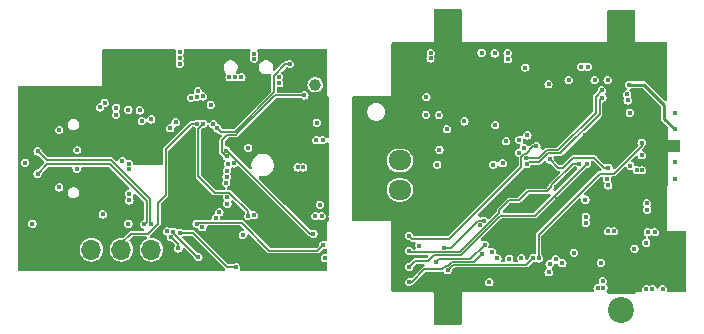
<source format=gbr>
%TF.GenerationSoftware,KiCad,Pcbnew,8.0.5*%
%TF.CreationDate,2025-02-14T01:05:17+01:00*%
%TF.ProjectId,cansatperso,63616e73-6174-4706-9572-736f2e6b6963,rev?*%
%TF.SameCoordinates,Original*%
%TF.FileFunction,Copper,L3,Inr*%
%TF.FilePolarity,Positive*%
%FSLAX46Y46*%
G04 Gerber Fmt 4.6, Leading zero omitted, Abs format (unit mm)*
G04 Created by KiCad (PCBNEW 8.0.5) date 2025-02-14 01:05:17*
%MOMM*%
%LPD*%
G01*
G04 APERTURE LIST*
G04 Aperture macros list*
%AMRoundRect*
0 Rectangle with rounded corners*
0 $1 Rounding radius*
0 $2 $3 $4 $5 $6 $7 $8 $9 X,Y pos of 4 corners*
0 Add a 4 corners polygon primitive as box body*
4,1,4,$2,$3,$4,$5,$6,$7,$8,$9,$2,$3,0*
0 Add four circle primitives for the rounded corners*
1,1,$1+$1,$2,$3*
1,1,$1+$1,$4,$5*
1,1,$1+$1,$6,$7*
1,1,$1+$1,$8,$9*
0 Add four rect primitives between the rounded corners*
20,1,$1+$1,$2,$3,$4,$5,0*
20,1,$1+$1,$4,$5,$6,$7,0*
20,1,$1+$1,$6,$7,$8,$9,0*
20,1,$1+$1,$8,$9,$2,$3,0*%
G04 Aperture macros list end*
%TA.AperFunction,ComponentPad*%
%ADD10C,1.000000*%
%TD*%
%TA.AperFunction,ComponentPad*%
%ADD11C,2.200000*%
%TD*%
%TA.AperFunction,ComponentPad*%
%ADD12RoundRect,0.250000X-0.725000X0.600000X-0.725000X-0.600000X0.725000X-0.600000X0.725000X0.600000X0*%
%TD*%
%TA.AperFunction,ComponentPad*%
%ADD13O,1.950000X1.700000*%
%TD*%
%TA.AperFunction,ComponentPad*%
%ADD14R,1.700000X1.700000*%
%TD*%
%TA.AperFunction,ComponentPad*%
%ADD15O,1.700000X1.700000*%
%TD*%
%TA.AperFunction,ComponentPad*%
%ADD16O,1.800000X1.000000*%
%TD*%
%TA.AperFunction,ComponentPad*%
%ADD17O,2.100000X1.000000*%
%TD*%
%TA.AperFunction,ViaPad*%
%ADD18C,0.400000*%
%TD*%
%TA.AperFunction,Conductor*%
%ADD19C,0.250000*%
%TD*%
%TA.AperFunction,Conductor*%
%ADD20C,0.150000*%
%TD*%
%TA.AperFunction,Conductor*%
%ADD21C,0.200000*%
%TD*%
G04 APERTURE END LIST*
D10*
%TO.N,GND*%
%TO.C,TP1*%
X165290000Y-74530000D03*
%TD*%
D11*
%TO.N,GND*%
%TO.C,H1*%
X176440000Y-95500000D03*
%TD*%
D12*
%TO.N,GND*%
%TO.C,J1*%
X172420000Y-80450000D03*
D13*
%TO.N,unconnected-(J1-Pin_2-Pad2)*%
X172420000Y-82950000D03*
%TO.N,VIN*%
X172420000Y-85450000D03*
%TD*%
D10*
%TO.N,BAT+*%
%TO.C,TP2*%
X165250000Y-76550000D03*
%TD*%
D11*
%TO.N,GND*%
%TO.C,H2*%
X191170000Y-95590000D03*
%TD*%
%TO.N,GND*%
%TO.C,H4*%
X191140000Y-71470000D03*
%TD*%
%TO.N,GND*%
%TO.C,H3*%
X176450000Y-71450000D03*
%TD*%
D14*
%TO.N,GND*%
%TO.C,J3*%
X143770000Y-90515000D03*
D15*
%TO.N,+3.3V*%
X146310000Y-90515000D03*
%TO.N,OLED_SCL*%
X148850000Y-90515000D03*
%TO.N,OLED_SDA*%
X151390000Y-90515000D03*
%TD*%
D16*
%TO.N,GND*%
%TO.C,J4*%
X141095000Y-87130000D03*
D17*
X145275000Y-87130000D03*
D16*
X141095000Y-78490000D03*
D17*
X145275000Y-78490000D03*
%TD*%
D18*
%TO.N,GND*%
X190070000Y-77100000D03*
X175430000Y-80550000D03*
X185140000Y-77380000D03*
X188140000Y-93790000D03*
X142010000Y-81170000D03*
X160740000Y-86350000D03*
X162230000Y-80510000D03*
X184730000Y-85210000D03*
X153660000Y-84100000D03*
X172020000Y-93430000D03*
X171990000Y-92250000D03*
X172040000Y-89180000D03*
X141180000Y-80280000D03*
X144630000Y-84990000D03*
X170070000Y-80860000D03*
X194780000Y-75070000D03*
X162990000Y-88570000D03*
X192860000Y-73320000D03*
X161120000Y-87030000D03*
X156190000Y-82980000D03*
X156200000Y-84070000D03*
X192250000Y-88020000D03*
X154975000Y-81590000D03*
X141930000Y-86100000D03*
X145040000Y-76960000D03*
X196400000Y-93870000D03*
X152820000Y-91930000D03*
X182160000Y-85940000D03*
X178270000Y-92510000D03*
X164630000Y-90100000D03*
X195420000Y-89400000D03*
X162040000Y-87440000D03*
X154630000Y-85660000D03*
X176720000Y-74800000D03*
X163220000Y-81520000D03*
X188060000Y-80840000D03*
X164560000Y-73880000D03*
X158450000Y-79700000D03*
X147830166Y-85660166D03*
X195910000Y-81690000D03*
X173830000Y-76800000D03*
X186860000Y-77390000D03*
X145550000Y-76960000D03*
X147740000Y-82470000D03*
X169990000Y-82430000D03*
X150010000Y-80820000D03*
X146570000Y-76960000D03*
X161590000Y-91240000D03*
X192520000Y-77840000D03*
X148100000Y-76960000D03*
X148380000Y-88610000D03*
X195310000Y-81420000D03*
X163080000Y-91890000D03*
X147590000Y-76960000D03*
X143000000Y-76960000D03*
X160280000Y-80080000D03*
X181190000Y-88140000D03*
X148610000Y-76960000D03*
X157910000Y-89880000D03*
X161060000Y-75970000D03*
X141350000Y-89120000D03*
X153270000Y-74310000D03*
X185500000Y-89530000D03*
X157930000Y-89220000D03*
X195290000Y-81980000D03*
X195500000Y-91260000D03*
X170000000Y-85670000D03*
X185310000Y-75010000D03*
X178270000Y-93060000D03*
X161570000Y-91930000D03*
X163310000Y-79290000D03*
X165990000Y-73820000D03*
X191840000Y-80450000D03*
X152650000Y-89990000D03*
X141980000Y-76960000D03*
X156200000Y-83510000D03*
X162320000Y-91920000D03*
X186600000Y-74990000D03*
X186610000Y-77940000D03*
X193090000Y-80070000D03*
X179510000Y-87540000D03*
X186810000Y-92670000D03*
X182750000Y-85180000D03*
X196230000Y-90710000D03*
X142420000Y-90710000D03*
X163260000Y-82530000D03*
X196240000Y-91320000D03*
X146060000Y-76960000D03*
X151160000Y-76960000D03*
X174150000Y-89130000D03*
X144660000Y-80610000D03*
X196250000Y-89330000D03*
X186380000Y-89540000D03*
X156920000Y-80860000D03*
X155730000Y-75730000D03*
X183870000Y-86560000D03*
X185770000Y-86240000D03*
X177950000Y-80400000D03*
X144020000Y-76960000D03*
X192510000Y-77075000D03*
X194690000Y-73340000D03*
X174290000Y-93820000D03*
X182730000Y-75760000D03*
X148950000Y-81920000D03*
X149120000Y-76960000D03*
X179230000Y-84430000D03*
X151670000Y-76960000D03*
X159040000Y-81100000D03*
X153270000Y-75270000D03*
X158490000Y-90670000D03*
X153270000Y-76370000D03*
X191820000Y-87500000D03*
X149630000Y-76960000D03*
X162810000Y-86290000D03*
X158980000Y-84200000D03*
X190030000Y-78010000D03*
X142530000Y-79050000D03*
X151920000Y-91940000D03*
X176870000Y-73300000D03*
X143510000Y-76960000D03*
X162590000Y-84570000D03*
X189230000Y-87920000D03*
X150160000Y-88200000D03*
X146690000Y-86900000D03*
X174340000Y-78550000D03*
X174710000Y-93030000D03*
X183840000Y-85180000D03*
X140920000Y-85150000D03*
X147660000Y-91890000D03*
X153270000Y-75860000D03*
X187970000Y-90257500D03*
X140590000Y-79650000D03*
X162120000Y-82560000D03*
X158950000Y-79220000D03*
X141910000Y-85200000D03*
X143700000Y-91990000D03*
X187680000Y-73220000D03*
X184670000Y-89530000D03*
X190520000Y-80280000D03*
X158130000Y-77820000D03*
X169990000Y-87150000D03*
X162040000Y-85260000D03*
X184020004Y-93800000D03*
X153270000Y-73840000D03*
X148900000Y-80740000D03*
X159880000Y-82560000D03*
X196260000Y-90010000D03*
X161190000Y-81660000D03*
X154910000Y-86580000D03*
X182700000Y-93770000D03*
X143760000Y-88920000D03*
X147610000Y-83730000D03*
X163940000Y-74790000D03*
X164040000Y-75630000D03*
X154980000Y-89970000D03*
X189380000Y-73200000D03*
X174340000Y-80170000D03*
X185010000Y-93780000D03*
X182750000Y-86610000D03*
X166020000Y-75460000D03*
X181370000Y-87230000D03*
X140700000Y-81170000D03*
X189740000Y-75000000D03*
X177790000Y-84460000D03*
X142410000Y-88090000D03*
X140960000Y-76960000D03*
X181450000Y-79430000D03*
X158970000Y-77290000D03*
X162140000Y-81560000D03*
X151720000Y-82800000D03*
X147080000Y-76960000D03*
X143210000Y-81200000D03*
X143550000Y-87740000D03*
X145080000Y-91980000D03*
X141470000Y-76960000D03*
X182260000Y-78635000D03*
X156530000Y-75980000D03*
X145280000Y-89320000D03*
X142490000Y-76960000D03*
X185670000Y-85170000D03*
X185740000Y-77990000D03*
X181825000Y-86735000D03*
X143250000Y-77940000D03*
X159460000Y-86320000D03*
X169990000Y-84030000D03*
X153270000Y-74800000D03*
X181000000Y-93770000D03*
X142410000Y-80220000D03*
X150650000Y-76960000D03*
X159000000Y-77810000D03*
X147610000Y-89440000D03*
X175340000Y-93810000D03*
X140450000Y-76960000D03*
X161240000Y-80060000D03*
X161180000Y-84630000D03*
X162010000Y-78220000D03*
X150140000Y-76960000D03*
X151100000Y-81520000D03*
X159500000Y-83150000D03*
X144030000Y-81490000D03*
X162260000Y-79290000D03*
X144530000Y-76960000D03*
X153070000Y-76920000D03*
X184300000Y-73230000D03*
X151150000Y-82410000D03*
X186010000Y-73210000D03*
X187650000Y-78890000D03*
X172180000Y-73260000D03*
X140900000Y-86120000D03*
X178890000Y-93060000D03*
X192600000Y-87500000D03*
X163210000Y-80470000D03*
%TO.N,+3.3V*%
X174080000Y-90160000D03*
X192500000Y-83785000D03*
X174630000Y-79100000D03*
X165280000Y-87660000D03*
X155250000Y-77590000D03*
X190080000Y-88950000D03*
X155325000Y-77080000D03*
X155760000Y-77540000D03*
X180500000Y-79960000D03*
X157150000Y-87340000D03*
X152720000Y-88960000D03*
X157890000Y-83220000D03*
X152982503Y-80229917D03*
X193340000Y-86580000D03*
X148400000Y-79110000D03*
X189950000Y-84530000D03*
X187800000Y-75020000D03*
X149520000Y-85790000D03*
X156830000Y-87830000D03*
X190540000Y-88950000D03*
X148410000Y-78490000D03*
X190070000Y-85070000D03*
X154745000Y-77655000D03*
X192930000Y-83785000D03*
X165800000Y-87660000D03*
X195710000Y-80320000D03*
X186180000Y-91660000D03*
X159125835Y-89272933D03*
X188320000Y-75010000D03*
X185110000Y-91730000D03*
X150581344Y-79625174D03*
X176410000Y-80320000D03*
X181118130Y-83193167D03*
X158380000Y-83210000D03*
X149520000Y-86340000D03*
X191836225Y-76543443D03*
X181420000Y-81330000D03*
X183050000Y-75090000D03*
X193360000Y-87119998D03*
X166073755Y-91215931D03*
X192914500Y-82522000D03*
X174670000Y-77590000D03*
X165660000Y-86700000D03*
X185020000Y-92422500D03*
X180320000Y-83320000D03*
%TO.N,NRST*%
X173200000Y-93250000D03*
X179380000Y-90850660D03*
%TO.N,SDDETECT*%
X192897500Y-81470000D03*
X184190000Y-91260000D03*
%TO.N,VIN*%
X182930000Y-81890000D03*
X175581212Y-83307499D03*
%TO.N,+5V*%
X189450000Y-91620000D03*
X193990000Y-89040000D03*
X193800000Y-93860000D03*
X193270000Y-93860000D03*
X181560000Y-74390000D03*
X193290000Y-89920000D03*
X180440000Y-73890000D03*
X179340000Y-73840000D03*
X193410000Y-89040000D03*
X181541494Y-73890340D03*
X175050000Y-73880000D03*
X175020000Y-74320000D03*
X195710000Y-78920000D03*
%TO.N,ADC1_IN3_VBAT*%
X175780000Y-82050000D03*
X179200000Y-88440000D03*
%TO.N,I2C3_SDA_ACCEL*%
X185110000Y-82870000D03*
X195710000Y-83120000D03*
X190085990Y-83570661D03*
%TO.N,I2C3_SCL_ACCEL*%
X188130000Y-86280000D03*
X191937000Y-83410000D03*
X195710000Y-84520000D03*
%TO.N,3.3VEN*%
X189655249Y-93721215D03*
X189160000Y-93790000D03*
X191900000Y-78910000D03*
X189610000Y-93200000D03*
%TO.N,SPI1_CS_SD*%
X182700000Y-91230000D03*
X190010000Y-76155000D03*
%TO.N,SPI1_MISO_SD*%
X180690000Y-91260000D03*
X185009998Y-76500000D03*
%TO.N,SPI1_SCK_SD*%
X180225170Y-90704168D03*
X186710000Y-76155000D03*
%TO.N,SPI1_MOSI_SD*%
X188910000Y-76155000D03*
X181690000Y-91280000D03*
%TO.N,USART1_RX_GPS*%
X189520000Y-77030000D03*
X183132230Y-82772331D03*
%TO.N,USART1_TX_GPS*%
X183185000Y-83269541D03*
X189580000Y-77630000D03*
%TO.N,LPUART1_RX_RADIO*%
X185620000Y-91330000D03*
X191670000Y-77370000D03*
%TO.N,LPUART1_TX_RADIO*%
X187160000Y-90760000D03*
X191709998Y-77868400D03*
%TO.N,SWO*%
X153804834Y-89104834D03*
X183979670Y-81772588D03*
X173200000Y-89320000D03*
X158560000Y-91980000D03*
%TO.N,SWDIO*%
X153680000Y-90410000D03*
X188230000Y-83220000D03*
X153080000Y-89460000D03*
X173216256Y-91960000D03*
%TO.N,I2C1_SCL*%
X175730000Y-79127500D03*
X183220000Y-80840000D03*
%TO.N,SWCLK{slash}I2C1_SDA*%
X173200000Y-90610000D03*
X187585000Y-83220000D03*
%TO.N,TIM3_CHI_PWM4*%
X192290000Y-90420000D03*
X188170000Y-87710000D03*
%TO.N,PWEN*%
X188160000Y-88240000D03*
X194690000Y-93860000D03*
%TO.N,I2C1_SDA*%
X182510000Y-81220000D03*
X177897500Y-79650000D03*
%TO.N,BAROEXTI*%
X149475917Y-83724486D03*
%TO.N,GPIO_EXTI1*%
X176480000Y-92252500D03*
X183690431Y-91239185D03*
%TO.N,EXTI3{slash}PWMONTIM4*%
X175470000Y-91570000D03*
X179596371Y-90083297D03*
%TO.N,EXTI0*%
X176160000Y-90330000D03*
X179542862Y-88065000D03*
%TO.N,unconnected-(U1-PB8-Pad46)*%
X180000000Y-93270000D03*
X182528901Y-82315000D03*
%TO.N,Net-(BT1-+)*%
X165390000Y-79750000D03*
%TO.N,GNDGPS*%
X164240000Y-83540000D03*
X165350000Y-81240000D03*
X165880000Y-81240000D03*
X163770000Y-83540000D03*
%TO.N,vusb*%
X160080000Y-74330000D03*
X147425000Y-78085000D03*
X147040000Y-78470000D03*
X140690000Y-83150000D03*
X160060000Y-73910000D03*
%TO.N,B2*%
X157820000Y-86620000D03*
%TO.N,B1*%
X157830000Y-86050000D03*
%TO.N,Net-(U1-NRST)*%
X157800001Y-83812785D03*
X159590000Y-81900000D03*
%TO.N,SPI_MOSi*%
X155210000Y-88300000D03*
X165940000Y-90110000D03*
%TO.N,SPI_SCK*%
X157728198Y-82118683D03*
X165100000Y-89150000D03*
%TO.N,SPI_MISO*%
X155770000Y-79860000D03*
X159580000Y-87670000D03*
%TO.N,SPI_CS*%
X155705000Y-88615000D03*
X160074977Y-87599289D03*
%TO.N,COMPASSDA*%
X157760000Y-84327327D03*
X149440000Y-78670000D03*
%TO.N,COMPASSCL*%
X157713996Y-84873334D03*
X150399749Y-78715042D03*
%TO.N,USART_RX*%
X149440000Y-88310000D03*
X151380000Y-79480760D03*
%TO.N,USART_TX*%
X153436013Y-79731151D03*
%TO.N,OLED_SCL*%
X155254834Y-79844834D03*
%TO.N,Net-(J4-CC2)*%
X143580000Y-80380000D03*
%TO.N,Net-(J4-D--PadA7)*%
X145070000Y-83650000D03*
%TO.N,Net-(J4-D+-PadA6)*%
X145100000Y-82080000D03*
%TO.N,Net-(J4-CC1)*%
X143590000Y-85240000D03*
%TO.N,Net-(PA1010D1-RX)*%
X156410000Y-78250000D03*
%TO.N,Net-(PA1010D1-TX)*%
X156614694Y-79898205D03*
%TO.N,ALIMGPS*%
X157774584Y-82616529D03*
X164350000Y-77450000D03*
%TO.N,Net-(U1-PA4)*%
X156970000Y-80250000D03*
X163120000Y-74797502D03*
%TO.N,BAT+*%
X162200000Y-75870000D03*
X162210000Y-76420000D03*
%TO.N,SWCLK*%
X155370000Y-91140000D03*
X153257998Y-88992754D03*
%TO.N,D+*%
X141745000Y-82170000D03*
X151393046Y-88353046D03*
%TO.N,D-*%
X150780000Y-88350000D03*
X141745000Y-84070000D03*
%TO.N,Net-(U1-PB0)*%
X141320000Y-88300000D03*
X148941416Y-83031084D03*
%TO.N,Net-(U1-PB1)*%
X147270000Y-87530000D03*
X149475336Y-83224484D03*
%TO.N,Net-(IC3-EN)*%
X158000000Y-75910000D03*
X158457500Y-75912500D03*
X153769587Y-74289609D03*
X153790000Y-73790000D03*
X153770000Y-74770000D03*
X159012500Y-75912500D03*
%TD*%
D19*
%TO.N,+3.3V*%
X193083443Y-76543443D02*
X194830000Y-78290000D01*
X191836225Y-76543443D02*
X193083443Y-76543443D01*
X194830000Y-78290000D02*
X194830000Y-79440000D01*
X194830000Y-79440000D02*
X195710000Y-80320000D01*
D20*
%TO.N,NRST*%
X178690660Y-91540000D02*
X179380000Y-90850660D01*
X176032169Y-92170000D02*
X176324669Y-91877500D01*
X173200000Y-93250000D02*
X173420000Y-93250000D01*
X174500000Y-92170000D02*
X176032169Y-92170000D01*
X176501446Y-91877500D02*
X176838946Y-91540000D01*
X176838946Y-91540000D02*
X178690660Y-91540000D01*
X176324669Y-91877500D02*
X176501446Y-91877500D01*
X173420000Y-93250000D02*
X174500000Y-92170000D01*
%TO.N,SDDETECT*%
X184190000Y-89230000D02*
X184190000Y-91260000D01*
X189340000Y-84080000D02*
X184190000Y-89230000D01*
X192897500Y-81722831D02*
X190540331Y-84080000D01*
X192897500Y-81470000D02*
X192897500Y-81722831D01*
X190540331Y-84080000D02*
X189340000Y-84080000D01*
D19*
%TO.N,VIN*%
X182930000Y-81890000D02*
X182950430Y-81869570D01*
D20*
%TO.N,I2C3_SDA_ACCEL*%
X185835000Y-83595000D02*
X185110000Y-82870000D01*
X190085990Y-83570661D02*
X189710330Y-83570661D01*
X187070000Y-82750000D02*
X186225000Y-83595000D01*
X188889669Y-82750000D02*
X187070000Y-82750000D01*
X186225000Y-83595000D02*
X185835000Y-83595000D01*
X189710330Y-83570661D02*
X188889669Y-82750000D01*
%TO.N,USART1_RX_GPS*%
X184174115Y-82772331D02*
X183132230Y-82772331D01*
X189520000Y-77030000D02*
X188990000Y-77560000D01*
X188990000Y-78910331D02*
X185805331Y-82095000D01*
X185805331Y-82095000D02*
X184851446Y-82095000D01*
X188990000Y-77560000D02*
X188990000Y-78910331D01*
X184851446Y-82095000D02*
X184174115Y-82772331D01*
%TO.N,USART1_TX_GPS*%
X189340000Y-77870000D02*
X189340000Y-79029669D01*
X189580000Y-77630000D02*
X189340000Y-77870000D01*
X186024669Y-82345000D02*
X184955000Y-82345000D01*
X184210000Y-83090000D02*
X183364541Y-83090000D01*
X183364541Y-83090000D02*
X183185000Y-83269541D01*
X184955000Y-82345000D02*
X184210000Y-83090000D01*
X189340000Y-79029669D02*
X186024669Y-82345000D01*
%TO.N,SWO*%
X157800331Y-91980000D02*
X158560000Y-91980000D01*
X173200000Y-89320000D02*
X173490000Y-89610000D01*
X153804834Y-89104834D02*
X154925165Y-89104834D01*
X182976899Y-82397331D02*
X183082669Y-82397331D01*
X176624872Y-89610000D02*
X182720000Y-83514872D01*
X182720000Y-83514872D02*
X182720000Y-82654230D01*
X154925165Y-89104834D02*
X157800331Y-91980000D01*
X183082669Y-82397331D02*
X183707412Y-81772588D01*
X173490000Y-89610000D02*
X176624872Y-89610000D01*
X182720000Y-82654230D02*
X182976899Y-82397331D01*
X183707412Y-81772588D02*
X183979670Y-81772588D01*
%TO.N,SWDIO*%
X177579669Y-90980331D02*
X180940000Y-87620000D01*
X153680000Y-90410000D02*
X153680000Y-90060000D01*
X180940000Y-87620000D02*
X183830000Y-87620000D01*
X173216256Y-91960000D02*
X173696256Y-91480000D01*
X153680000Y-90060000D02*
X153080000Y-89460000D01*
X183830000Y-87620000D02*
X188230000Y-83220000D01*
X173696256Y-91480000D02*
X174810000Y-91480000D01*
X174810000Y-91480000D02*
X175309669Y-90980331D01*
X175309669Y-90980331D02*
X177579669Y-90980331D01*
%TO.N,SWCLK{slash}I2C1_SDA*%
X185250000Y-85059669D02*
X187089669Y-83220000D01*
X183244669Y-85585000D02*
X184885331Y-85585000D01*
X185250000Y-85220331D02*
X185250000Y-85059669D01*
X177476115Y-90730331D02*
X180836446Y-87370000D01*
X182484669Y-86345000D02*
X183244669Y-85585000D01*
X173200000Y-90610000D02*
X173320331Y-90730331D01*
X173320331Y-90730331D02*
X177476115Y-90730331D01*
X180836446Y-87370000D02*
X180836446Y-87193223D01*
X184885331Y-85585000D02*
X185250000Y-85220331D01*
X187089669Y-83220000D02*
X187585000Y-83220000D01*
X180836446Y-87193223D02*
X181684669Y-86345000D01*
X181684669Y-86345000D02*
X182484669Y-86345000D01*
%TO.N,GPIO_EXTI1*%
X176942500Y-91790000D02*
X183139616Y-91790000D01*
X183139616Y-91790000D02*
X183690431Y-91239185D01*
X176480000Y-92252500D02*
X176942500Y-91790000D01*
%TO.N,EXTI3{slash}PWMONTIM4*%
X175750000Y-91290000D02*
X175470000Y-91570000D01*
X179596371Y-90083297D02*
X178389668Y-91290000D01*
X178389668Y-91290000D02*
X175750000Y-91290000D01*
%TO.N,EXTI0*%
X176160000Y-90330000D02*
X176779669Y-90330000D01*
X178329669Y-88780000D02*
X178330000Y-88780000D01*
X176779669Y-90330000D02*
X178329669Y-88780000D01*
X178330000Y-88780000D02*
X179045000Y-88065000D01*
X179045000Y-88065000D02*
X179542862Y-88065000D01*
%TO.N,SPI_MOSi*%
X155270000Y-88240000D02*
X159020000Y-88240000D01*
X155210000Y-88300000D02*
X155270000Y-88240000D01*
X159020000Y-88240000D02*
X161384934Y-90604934D01*
X161384934Y-90604934D02*
X165445066Y-90604934D01*
X165445066Y-90604934D02*
X165940000Y-90110000D01*
%TO.N,SPI_SCK*%
X165100000Y-89150000D02*
X164850331Y-89150000D01*
X164850331Y-89150000D02*
X157819014Y-82118683D01*
X157819014Y-82118683D02*
X157728198Y-82118683D01*
%TO.N,SPI_MISO*%
X159580000Y-87269669D02*
X159580000Y-87670000D01*
X155350000Y-80280000D02*
X155350000Y-84290000D01*
X157985331Y-85675000D02*
X159580000Y-87269669D01*
X155350000Y-84290000D02*
X156735000Y-85675000D01*
X156735000Y-85675000D02*
X157985331Y-85675000D01*
X155770000Y-79860000D02*
X155350000Y-80280000D01*
%TO.N,OLED_SCL*%
X151940000Y-86530000D02*
X151940000Y-88336423D01*
X148850000Y-89980000D02*
X148850000Y-90515000D01*
X152595000Y-85875000D02*
X151940000Y-86530000D01*
X149680000Y-89150000D02*
X148850000Y-89980000D01*
X154745166Y-79844834D02*
X152595000Y-81995000D01*
X155254834Y-79844834D02*
X154745166Y-79844834D01*
X151126423Y-89150000D02*
X149680000Y-89150000D01*
X152595000Y-81995000D02*
X152595000Y-85875000D01*
X151940000Y-88336423D02*
X151126423Y-89150000D01*
%TO.N,ALIMGPS*%
X161860000Y-77450000D02*
X164350000Y-77450000D01*
X157774584Y-82616529D02*
X157695713Y-82616529D01*
X158676446Y-80633553D02*
X161860000Y-77450000D01*
X157353198Y-81246802D02*
X157820000Y-80780000D01*
X158530000Y-80780000D02*
X158676446Y-80633553D01*
X157820000Y-80780000D02*
X158530000Y-80780000D01*
X157353198Y-82274014D02*
X157353198Y-81246802D01*
X157695713Y-82616529D02*
X157353198Y-82274014D01*
%TO.N,Net-(U1-PA4)*%
X161760000Y-75779669D02*
X161760000Y-77196446D01*
X157250000Y-80530000D02*
X156970000Y-80250000D01*
X161760000Y-77196446D02*
X158426446Y-80530000D01*
X158426446Y-80530000D02*
X157250000Y-80530000D01*
X162742167Y-74797502D02*
X161760000Y-75779669D01*
X163120000Y-74797502D02*
X162742167Y-74797502D01*
%TO.N,SWCLK*%
X153257998Y-88992754D02*
X153257998Y-89107667D01*
X153257998Y-89107667D02*
X155290331Y-91140000D01*
X155290331Y-91140000D02*
X155370000Y-91140000D01*
D21*
%TO.N,D+*%
X142525000Y-82950000D02*
X141745000Y-82170000D01*
X151300000Y-88260000D02*
X151300000Y-86260000D01*
X147990000Y-82950000D02*
X142525000Y-82950000D01*
X151300000Y-86260000D02*
X147990000Y-82950000D01*
X151393046Y-88353046D02*
X151300000Y-88260000D01*
%TO.N,D-*%
X147865736Y-83250000D02*
X142565000Y-83250000D01*
X151000000Y-88130000D02*
X151000000Y-86384264D01*
X151000000Y-86384264D02*
X147865736Y-83250000D01*
X142565000Y-83250000D02*
X141745000Y-84070000D01*
X150780000Y-88350000D02*
X151000000Y-88130000D01*
%TD*%
%TA.AperFunction,Conductor*%
%TO.N,GND*%
G36*
X153404052Y-73530185D02*
G01*
X153449807Y-73582989D01*
X153459751Y-73652147D01*
X153454943Y-73672823D01*
X153452498Y-73680346D01*
X153435131Y-73789997D01*
X153435131Y-73790002D01*
X153452498Y-73899658D01*
X153485016Y-73963478D01*
X153497912Y-74032147D01*
X153485017Y-74076065D01*
X153432085Y-74179951D01*
X153414718Y-74289606D01*
X153414718Y-74289611D01*
X153432085Y-74399267D01*
X153470120Y-74473915D01*
X153483016Y-74542584D01*
X153470121Y-74586502D01*
X153432498Y-74660342D01*
X153415131Y-74769997D01*
X153415131Y-74770002D01*
X153432498Y-74879658D01*
X153482904Y-74978585D01*
X153482909Y-74978592D01*
X153561407Y-75057090D01*
X153561410Y-75057092D01*
X153561413Y-75057095D01*
X153648856Y-75101649D01*
X153660341Y-75107501D01*
X153769998Y-75124869D01*
X153770000Y-75124869D01*
X153770002Y-75124869D01*
X153879658Y-75107501D01*
X153879659Y-75107500D01*
X153879661Y-75107500D01*
X153978587Y-75057095D01*
X154052239Y-74983443D01*
X157494500Y-74983443D01*
X157494500Y-75141557D01*
X157526142Y-75259644D01*
X157535423Y-75294283D01*
X157535426Y-75294290D01*
X157614475Y-75431209D01*
X157614481Y-75431217D01*
X157711109Y-75527845D01*
X157744594Y-75589168D01*
X157739610Y-75658860D01*
X157717756Y-75692868D01*
X157718644Y-75693514D01*
X157712904Y-75701414D01*
X157662498Y-75800341D01*
X157645131Y-75909997D01*
X157645131Y-75910002D01*
X157662498Y-76019658D01*
X157712904Y-76118585D01*
X157712909Y-76118592D01*
X157791407Y-76197090D01*
X157791410Y-76197092D01*
X157791413Y-76197095D01*
X157886365Y-76245475D01*
X157890341Y-76247501D01*
X157999998Y-76264869D01*
X158000000Y-76264869D01*
X158000002Y-76264869D01*
X158109656Y-76247501D01*
X158109656Y-76247500D01*
X158109661Y-76247500D01*
X158170005Y-76216753D01*
X158238670Y-76203858D01*
X158282589Y-76216753D01*
X158342934Y-76247501D01*
X158347841Y-76250001D01*
X158457498Y-76267369D01*
X158457500Y-76267369D01*
X158457502Y-76267369D01*
X158567158Y-76250001D01*
X158567159Y-76250000D01*
X158567161Y-76250000D01*
X158666087Y-76199595D01*
X158666087Y-76199594D01*
X158674783Y-76195164D01*
X158675989Y-76197531D01*
X158727905Y-76179001D01*
X158795961Y-76194818D01*
X158801408Y-76198318D01*
X158803911Y-76199593D01*
X158803913Y-76199595D01*
X158902839Y-76250000D01*
X158902841Y-76250001D01*
X159012498Y-76267369D01*
X159012500Y-76267369D01*
X159012502Y-76267369D01*
X159122158Y-76250001D01*
X159122159Y-76250000D01*
X159122161Y-76250000D01*
X159221087Y-76199595D01*
X159299595Y-76121087D01*
X159350000Y-76022161D01*
X159350000Y-76022159D01*
X159350001Y-76022158D01*
X159367369Y-75912502D01*
X159367369Y-75912497D01*
X159350001Y-75802841D01*
X159328345Y-75760339D01*
X159299595Y-75703913D01*
X159299592Y-75703910D01*
X159299590Y-75703907D01*
X159221092Y-75625409D01*
X159221088Y-75625406D01*
X159221087Y-75625405D01*
X159201025Y-75615183D01*
X159122158Y-75574998D01*
X159012502Y-75557631D01*
X159012498Y-75557631D01*
X158902841Y-75574998D01*
X158823975Y-75615183D01*
X158810453Y-75622073D01*
X158795217Y-75629836D01*
X158794011Y-75627470D01*
X158742074Y-75645999D01*
X158674021Y-75630171D01*
X158668586Y-75626678D01*
X158625901Y-75604929D01*
X158575106Y-75556955D01*
X158558311Y-75489134D01*
X158574810Y-75432445D01*
X158575524Y-75431209D01*
X158654577Y-75294284D01*
X158695500Y-75141557D01*
X158695500Y-74983443D01*
X158654577Y-74830716D01*
X158619521Y-74769997D01*
X158575524Y-74693790D01*
X158575518Y-74693782D01*
X158463717Y-74581981D01*
X158463709Y-74581975D01*
X158326790Y-74502926D01*
X158326786Y-74502924D01*
X158326784Y-74502923D01*
X158174057Y-74462000D01*
X158015943Y-74462000D01*
X157863216Y-74502923D01*
X157863209Y-74502926D01*
X157726290Y-74581975D01*
X157726282Y-74581981D01*
X157614481Y-74693782D01*
X157614475Y-74693790D01*
X157535426Y-74830709D01*
X157535423Y-74830716D01*
X157494500Y-74983443D01*
X154052239Y-74983443D01*
X154057095Y-74978587D01*
X154107500Y-74879661D01*
X154107500Y-74879659D01*
X154107501Y-74879658D01*
X154124869Y-74770002D01*
X154124869Y-74769997D01*
X154107501Y-74660341D01*
X154069466Y-74585693D01*
X154056570Y-74517024D01*
X154069464Y-74473108D01*
X154107087Y-74399270D01*
X154107088Y-74399265D01*
X154124456Y-74289611D01*
X154124456Y-74289606D01*
X154107088Y-74179952D01*
X154107087Y-74179950D01*
X154107087Y-74179948D01*
X154074569Y-74116128D01*
X154061674Y-74047461D01*
X154074570Y-74003541D01*
X154077093Y-73998588D01*
X154077095Y-73998587D01*
X154127500Y-73899661D01*
X154143231Y-73800341D01*
X154144869Y-73790002D01*
X154144869Y-73789997D01*
X154130734Y-73700762D01*
X154127500Y-73680339D01*
X154127496Y-73680332D01*
X154125057Y-73672823D01*
X154123060Y-73602981D01*
X154159138Y-73543147D01*
X154221838Y-73512317D01*
X154242987Y-73510500D01*
X159668248Y-73510500D01*
X159735287Y-73530185D01*
X159781042Y-73582989D01*
X159790986Y-73652147D01*
X159775003Y-73691528D01*
X159777336Y-73692717D01*
X159722498Y-73800341D01*
X159705131Y-73909997D01*
X159705131Y-73910002D01*
X159722498Y-74019658D01*
X159754942Y-74083332D01*
X159767838Y-74152001D01*
X159754942Y-74195920D01*
X159742498Y-74220341D01*
X159725131Y-74329997D01*
X159725131Y-74330002D01*
X159742498Y-74439658D01*
X159792904Y-74538585D01*
X159792909Y-74538592D01*
X159871407Y-74617090D01*
X159871410Y-74617092D01*
X159871413Y-74617095D01*
X159956285Y-74660339D01*
X159970341Y-74667501D01*
X160079998Y-74684869D01*
X160080000Y-74684869D01*
X160080002Y-74684869D01*
X160189658Y-74667501D01*
X160189659Y-74667500D01*
X160189661Y-74667500D01*
X160288587Y-74617095D01*
X160367095Y-74538587D01*
X160417500Y-74439661D01*
X160417500Y-74439659D01*
X160417501Y-74439658D01*
X160434869Y-74330002D01*
X160434869Y-74329997D01*
X160417501Y-74220343D01*
X160417500Y-74220341D01*
X160417500Y-74220339D01*
X160385056Y-74156664D01*
X160372161Y-74087999D01*
X160385056Y-74044081D01*
X160397500Y-74019661D01*
X160414869Y-73910000D01*
X160414869Y-73909997D01*
X160397501Y-73800341D01*
X160392232Y-73790000D01*
X160347095Y-73701413D01*
X160347094Y-73701412D01*
X160342664Y-73692717D01*
X160345655Y-73691192D01*
X160327954Y-73641573D01*
X160343782Y-73573520D01*
X160393891Y-73524828D01*
X160451752Y-73510500D01*
X166165500Y-73510500D01*
X166232539Y-73530185D01*
X166278294Y-73582989D01*
X166289500Y-73634500D01*
X166289500Y-77429992D01*
X166304799Y-77466928D01*
X166333071Y-77495200D01*
X166334892Y-77496417D01*
X166337964Y-77500093D01*
X166341707Y-77503836D01*
X166341371Y-77504171D01*
X166379696Y-77550030D01*
X166390000Y-77599518D01*
X166390000Y-80956582D01*
X166370315Y-81023621D01*
X166317511Y-81069376D01*
X166248353Y-81079320D01*
X166184797Y-81050295D01*
X166171610Y-81035927D01*
X166088592Y-80952909D01*
X166088588Y-80952906D01*
X166088587Y-80952905D01*
X166084743Y-80950946D01*
X165989658Y-80902498D01*
X165880002Y-80885131D01*
X165879998Y-80885131D01*
X165770341Y-80902498D01*
X165671294Y-80952965D01*
X165602624Y-80965861D01*
X165558706Y-80952965D01*
X165459658Y-80902498D01*
X165350002Y-80885131D01*
X165349998Y-80885131D01*
X165240341Y-80902498D01*
X165141414Y-80952904D01*
X165141407Y-80952909D01*
X165062909Y-81031407D01*
X165062904Y-81031414D01*
X165012498Y-81130341D01*
X164995131Y-81239997D01*
X164995131Y-81240002D01*
X165012498Y-81349658D01*
X165062904Y-81448585D01*
X165062909Y-81448592D01*
X165141407Y-81527090D01*
X165141410Y-81527092D01*
X165141413Y-81527095D01*
X165210896Y-81562498D01*
X165240341Y-81577501D01*
X165349998Y-81594869D01*
X165350000Y-81594869D01*
X165350002Y-81594869D01*
X165459656Y-81577501D01*
X165459656Y-81577500D01*
X165459661Y-81577500D01*
X165558587Y-81527095D01*
X165558588Y-81527093D01*
X165558705Y-81527034D01*
X165627375Y-81514138D01*
X165671295Y-81527034D01*
X165671411Y-81527093D01*
X165671413Y-81527095D01*
X165770339Y-81577500D01*
X165770341Y-81577500D01*
X165770343Y-81577501D01*
X165879998Y-81594869D01*
X165880000Y-81594869D01*
X165880002Y-81594869D01*
X165989658Y-81577501D01*
X165989659Y-81577500D01*
X165989661Y-81577500D01*
X166088587Y-81527095D01*
X166120359Y-81495323D01*
X166173996Y-81441687D01*
X166175371Y-81443062D01*
X166221004Y-81407869D01*
X166290616Y-81401885D01*
X166352414Y-81434486D01*
X166386775Y-81495323D01*
X166390000Y-81523417D01*
X166390000Y-87568989D01*
X166370315Y-87636028D01*
X166343252Y-87659477D01*
X166360863Y-87671154D01*
X166388977Y-87735117D01*
X166390000Y-87751010D01*
X166390000Y-87990933D01*
X166370315Y-88057972D01*
X166338017Y-88089291D01*
X166339057Y-88090623D01*
X166333057Y-88095307D01*
X166318928Y-88109440D01*
X166318919Y-88109449D01*
X166304800Y-88123567D01*
X166304799Y-88123568D01*
X166304791Y-88123583D01*
X166298056Y-88139847D01*
X166289498Y-88160510D01*
X166289500Y-88179829D01*
X166289500Y-89692354D01*
X166269815Y-89759393D01*
X166217011Y-89805148D01*
X166147853Y-89815092D01*
X166109206Y-89802839D01*
X166049658Y-89772498D01*
X165940002Y-89755131D01*
X165939998Y-89755131D01*
X165830341Y-89772498D01*
X165731414Y-89822904D01*
X165731407Y-89822909D01*
X165652909Y-89901407D01*
X165652904Y-89901414D01*
X165602498Y-90000341D01*
X165584665Y-90112937D01*
X165554735Y-90176072D01*
X165549874Y-90181220D01*
X165387978Y-90343116D01*
X165326658Y-90376600D01*
X165300299Y-90379434D01*
X161529701Y-90379434D01*
X161462662Y-90359749D01*
X161442020Y-90343115D01*
X159281931Y-88183026D01*
X159248446Y-88121703D01*
X159253430Y-88052011D01*
X159295302Y-87996078D01*
X159360766Y-87971661D01*
X159425904Y-87984859D01*
X159470339Y-88007500D01*
X159470341Y-88007500D01*
X159470343Y-88007501D01*
X159579998Y-88024869D01*
X159580000Y-88024869D01*
X159580002Y-88024869D01*
X159689658Y-88007501D01*
X159689659Y-88007500D01*
X159689661Y-88007500D01*
X159788587Y-87957095D01*
X159797987Y-87947694D01*
X159859307Y-87914210D01*
X159928999Y-87919192D01*
X159941963Y-87924890D01*
X159965318Y-87936790D01*
X160074975Y-87954158D01*
X160074977Y-87954158D01*
X160074979Y-87954158D01*
X160184635Y-87936790D01*
X160184636Y-87936789D01*
X160184638Y-87936789D01*
X160283564Y-87886384D01*
X160362072Y-87807876D01*
X160412477Y-87708950D01*
X160412477Y-87708948D01*
X160412478Y-87708947D01*
X160429846Y-87599291D01*
X160429846Y-87599286D01*
X160412478Y-87489630D01*
X160398100Y-87461411D01*
X160362072Y-87390702D01*
X160362069Y-87390699D01*
X160362067Y-87390696D01*
X160283569Y-87312198D01*
X160283565Y-87312195D01*
X160283564Y-87312194D01*
X160247646Y-87293893D01*
X160184635Y-87261787D01*
X160074979Y-87244420D01*
X160074975Y-87244420D01*
X159965317Y-87261788D01*
X159956040Y-87264803D01*
X159955630Y-87263543D01*
X159896840Y-87274580D01*
X159832102Y-87248298D01*
X159794664Y-87198653D01*
X159792114Y-87192498D01*
X159771170Y-87141934D01*
X159771170Y-87141933D01*
X159707736Y-87078499D01*
X159700671Y-87071434D01*
X159700664Y-87071428D01*
X158193941Y-85564705D01*
X158176501Y-85547264D01*
X158113067Y-85483830D01*
X158113066Y-85483829D01*
X158088788Y-85473772D01*
X158088788Y-85473771D01*
X158030189Y-85449500D01*
X158030187Y-85449499D01*
X158030186Y-85449499D01*
X157940476Y-85449499D01*
X157926042Y-85449499D01*
X157926034Y-85449500D01*
X157871745Y-85449500D01*
X157804706Y-85429815D01*
X157758951Y-85377011D01*
X157749007Y-85307853D01*
X157778032Y-85244297D01*
X157815450Y-85215015D01*
X157823654Y-85210834D01*
X157823657Y-85210834D01*
X157922583Y-85160429D01*
X158001091Y-85081921D01*
X158051496Y-84982995D01*
X158051496Y-84982993D01*
X158051497Y-84982992D01*
X158068865Y-84873336D01*
X158068865Y-84873331D01*
X158051497Y-84763675D01*
X158014033Y-84690147D01*
X158001137Y-84621478D01*
X158027414Y-84556738D01*
X158036830Y-84546178D01*
X158047095Y-84535914D01*
X158097500Y-84436988D01*
X158097500Y-84436986D01*
X158097501Y-84436985D01*
X158114869Y-84327329D01*
X158114869Y-84327324D01*
X158097501Y-84217670D01*
X158097500Y-84217668D01*
X158097500Y-84217666D01*
X158068630Y-84161005D01*
X158055735Y-84092340D01*
X158082011Y-84027599D01*
X158085031Y-84024213D01*
X158087090Y-84021377D01*
X158087096Y-84021372D01*
X158137501Y-83922446D01*
X158137501Y-83922444D01*
X158137502Y-83922443D01*
X158154870Y-83812787D01*
X158154870Y-83812782D01*
X158135975Y-83693485D01*
X158139048Y-83692998D01*
X158137520Y-83639478D01*
X158173602Y-83579646D01*
X158236303Y-83548819D01*
X158276842Y-83548530D01*
X158354127Y-83560771D01*
X158379999Y-83564869D01*
X158380000Y-83564869D01*
X158380002Y-83564869D01*
X158489658Y-83547501D01*
X158489659Y-83547500D01*
X158489661Y-83547500D01*
X158588587Y-83497095D01*
X158645874Y-83439807D01*
X158707195Y-83406324D01*
X158776887Y-83411308D01*
X158821235Y-83439809D01*
X164652090Y-89270664D01*
X164652093Y-89270668D01*
X164659161Y-89277736D01*
X164722595Y-89341170D01*
X164734584Y-89346136D01*
X164734588Y-89346139D01*
X164734589Y-89346138D01*
X164816760Y-89380175D01*
X164815623Y-89382919D01*
X164860869Y-89406579D01*
X164862462Y-89408144D01*
X164891408Y-89437091D01*
X164891411Y-89437093D01*
X164891413Y-89437095D01*
X164936367Y-89460000D01*
X164990341Y-89487501D01*
X165099998Y-89504869D01*
X165100000Y-89504869D01*
X165100002Y-89504869D01*
X165209658Y-89487501D01*
X165209659Y-89487500D01*
X165209661Y-89487500D01*
X165308587Y-89437095D01*
X165387095Y-89358587D01*
X165437500Y-89259661D01*
X165437500Y-89259659D01*
X165437501Y-89259658D01*
X165454869Y-89150002D01*
X165454869Y-89149997D01*
X165437501Y-89040341D01*
X165414163Y-88994537D01*
X165387095Y-88941413D01*
X165387092Y-88941410D01*
X165387090Y-88941407D01*
X165308592Y-88862909D01*
X165308588Y-88862906D01*
X165308587Y-88862905D01*
X165283925Y-88850339D01*
X165209658Y-88812498D01*
X165100002Y-88795131D01*
X165099998Y-88795131D01*
X164990342Y-88812498D01*
X164965538Y-88825136D01*
X164896868Y-88838030D01*
X164832129Y-88811751D01*
X164821566Y-88802330D01*
X163679233Y-87659997D01*
X164925131Y-87659997D01*
X164925131Y-87660002D01*
X164942498Y-87769658D01*
X164992904Y-87868585D01*
X164992909Y-87868592D01*
X165071407Y-87947090D01*
X165071410Y-87947092D01*
X165071413Y-87947095D01*
X165163170Y-87993847D01*
X165170341Y-87997501D01*
X165279998Y-88014869D01*
X165280000Y-88014869D01*
X165280002Y-88014869D01*
X165389656Y-87997501D01*
X165389656Y-87997500D01*
X165389661Y-87997500D01*
X165483709Y-87949580D01*
X165552374Y-87936685D01*
X165596288Y-87949578D01*
X165690339Y-87997500D01*
X165690341Y-87997500D01*
X165690343Y-87997501D01*
X165799998Y-88014869D01*
X165800000Y-88014869D01*
X165800002Y-88014869D01*
X165909658Y-87997501D01*
X165909659Y-87997500D01*
X165909661Y-87997500D01*
X166008587Y-87947095D01*
X166087095Y-87868587D01*
X166137500Y-87769661D01*
X166137500Y-87769659D01*
X166137501Y-87769658D01*
X166143527Y-87731612D01*
X166173456Y-87668477D01*
X166184206Y-87661783D01*
X166147023Y-87603924D01*
X166143527Y-87588387D01*
X166137501Y-87550341D01*
X166127135Y-87529997D01*
X166087095Y-87451413D01*
X166087092Y-87451410D01*
X166087090Y-87451407D01*
X166008592Y-87372909D01*
X166008588Y-87372906D01*
X166008587Y-87372905D01*
X166003706Y-87370418D01*
X165909658Y-87322498D01*
X165800002Y-87305131D01*
X165799998Y-87305131D01*
X165690341Y-87322498D01*
X165596294Y-87370418D01*
X165527625Y-87383314D01*
X165483706Y-87370418D01*
X165389658Y-87322498D01*
X165280002Y-87305131D01*
X165279998Y-87305131D01*
X165170341Y-87322498D01*
X165071414Y-87372904D01*
X165071407Y-87372909D01*
X164992909Y-87451407D01*
X164992904Y-87451414D01*
X164942498Y-87550341D01*
X164925131Y-87659997D01*
X163679233Y-87659997D01*
X162719233Y-86699997D01*
X165305131Y-86699997D01*
X165305131Y-86700002D01*
X165322498Y-86809658D01*
X165372904Y-86908585D01*
X165372909Y-86908592D01*
X165451407Y-86987090D01*
X165451410Y-86987092D01*
X165451413Y-86987095D01*
X165550339Y-87037500D01*
X165550341Y-87037501D01*
X165659998Y-87054869D01*
X165660000Y-87054869D01*
X165660002Y-87054869D01*
X165769658Y-87037501D01*
X165769659Y-87037500D01*
X165769661Y-87037500D01*
X165868587Y-86987095D01*
X165947095Y-86908587D01*
X165997500Y-86809661D01*
X165997500Y-86809659D01*
X165997501Y-86809658D01*
X166014869Y-86700002D01*
X166014869Y-86699997D01*
X165997501Y-86590341D01*
X165995842Y-86587085D01*
X165947095Y-86491413D01*
X165947092Y-86491410D01*
X165947090Y-86491407D01*
X165868592Y-86412909D01*
X165868588Y-86412906D01*
X165868587Y-86412905D01*
X165849342Y-86403099D01*
X165769658Y-86362498D01*
X165660002Y-86345131D01*
X165659998Y-86345131D01*
X165550341Y-86362498D01*
X165451414Y-86412904D01*
X165451407Y-86412909D01*
X165372909Y-86491407D01*
X165372904Y-86491414D01*
X165322498Y-86590341D01*
X165305131Y-86699997D01*
X162719233Y-86699997D01*
X160510293Y-84491057D01*
X160476808Y-84429734D01*
X160481792Y-84360042D01*
X160523664Y-84304109D01*
X160589128Y-84279692D01*
X160622165Y-84281759D01*
X160666865Y-84290650D01*
X160716381Y-84300499D01*
X160716383Y-84300500D01*
X160716384Y-84300500D01*
X160903617Y-84300500D01*
X160903618Y-84300499D01*
X161087251Y-84263973D01*
X161260231Y-84192322D01*
X161415908Y-84088302D01*
X161548302Y-83955908D01*
X161652322Y-83800231D01*
X161723973Y-83627251D01*
X161741329Y-83539997D01*
X163415131Y-83539997D01*
X163415131Y-83540002D01*
X163432498Y-83649658D01*
X163482904Y-83748585D01*
X163482909Y-83748592D01*
X163561407Y-83827090D01*
X163561410Y-83827092D01*
X163561413Y-83827095D01*
X163660339Y-83877500D01*
X163660341Y-83877501D01*
X163769998Y-83894869D01*
X163770000Y-83894869D01*
X163770002Y-83894869D01*
X163879656Y-83877501D01*
X163879656Y-83877500D01*
X163879661Y-83877500D01*
X163948709Y-83842318D01*
X164017374Y-83829423D01*
X164061287Y-83842316D01*
X164130339Y-83877500D01*
X164130341Y-83877500D01*
X164130343Y-83877501D01*
X164239998Y-83894869D01*
X164240000Y-83894869D01*
X164240002Y-83894869D01*
X164349658Y-83877501D01*
X164349659Y-83877500D01*
X164349661Y-83877500D01*
X164448587Y-83827095D01*
X164527095Y-83748587D01*
X164577500Y-83649661D01*
X164577500Y-83649659D01*
X164577501Y-83649658D01*
X164594869Y-83540002D01*
X164594869Y-83539997D01*
X164577501Y-83430341D01*
X164546034Y-83368584D01*
X164527095Y-83331413D01*
X164527092Y-83331410D01*
X164527090Y-83331407D01*
X164448592Y-83252909D01*
X164448588Y-83252906D01*
X164448587Y-83252905D01*
X164411961Y-83234243D01*
X164349658Y-83202498D01*
X164240002Y-83185131D01*
X164239998Y-83185131D01*
X164130341Y-83202498D01*
X164061294Y-83237680D01*
X163992625Y-83250576D01*
X163948706Y-83237680D01*
X163879658Y-83202498D01*
X163770002Y-83185131D01*
X163769998Y-83185131D01*
X163660341Y-83202498D01*
X163561414Y-83252904D01*
X163561407Y-83252909D01*
X163482909Y-83331407D01*
X163482904Y-83331414D01*
X163432498Y-83430341D01*
X163415131Y-83539997D01*
X161741329Y-83539997D01*
X161760500Y-83443616D01*
X161760500Y-83256384D01*
X161723973Y-83072749D01*
X161652322Y-82899769D01*
X161652321Y-82899768D01*
X161652318Y-82899762D01*
X161548302Y-82744092D01*
X161548299Y-82744088D01*
X161415911Y-82611700D01*
X161415907Y-82611697D01*
X161260237Y-82507681D01*
X161260228Y-82507676D01*
X161087251Y-82436027D01*
X161087243Y-82436025D01*
X160903620Y-82399500D01*
X160903616Y-82399500D01*
X160716384Y-82399500D01*
X160716379Y-82399500D01*
X160532756Y-82436025D01*
X160532748Y-82436027D01*
X160359771Y-82507676D01*
X160359762Y-82507681D01*
X160204092Y-82611697D01*
X160204088Y-82611700D01*
X160071700Y-82744088D01*
X160071697Y-82744092D01*
X159967681Y-82899762D01*
X159967676Y-82899771D01*
X159896027Y-83072748D01*
X159896025Y-83072756D01*
X159859500Y-83256379D01*
X159859500Y-83256383D01*
X159859500Y-83256384D01*
X159859500Y-83443616D01*
X159859501Y-83443620D01*
X159878241Y-83537835D01*
X159872013Y-83607426D01*
X159829149Y-83662603D01*
X159763259Y-83685847D01*
X159695262Y-83669779D01*
X159668942Y-83649706D01*
X158101233Y-82081997D01*
X158067748Y-82020674D01*
X158066440Y-82013707D01*
X158065698Y-82009023D01*
X158065698Y-82009022D01*
X158015293Y-81910096D01*
X158015290Y-81910093D01*
X158015288Y-81910090D01*
X158005195Y-81899997D01*
X159235131Y-81899997D01*
X159235131Y-81900002D01*
X159252498Y-82009658D01*
X159302904Y-82108585D01*
X159302909Y-82108592D01*
X159381407Y-82187090D01*
X159381410Y-82187092D01*
X159381413Y-82187095D01*
X159463963Y-82229156D01*
X159480341Y-82237501D01*
X159589998Y-82254869D01*
X159590000Y-82254869D01*
X159590002Y-82254869D01*
X159699658Y-82237501D01*
X159699659Y-82237500D01*
X159699661Y-82237500D01*
X159798587Y-82187095D01*
X159877095Y-82108587D01*
X159927500Y-82009661D01*
X159927500Y-82009659D01*
X159927501Y-82009658D01*
X159944869Y-81900002D01*
X159944869Y-81899997D01*
X159927501Y-81790341D01*
X159922834Y-81781181D01*
X159877095Y-81691413D01*
X159877092Y-81691410D01*
X159877090Y-81691407D01*
X159798592Y-81612909D01*
X159798588Y-81612906D01*
X159798587Y-81612905D01*
X159763189Y-81594869D01*
X159699658Y-81562498D01*
X159590002Y-81545131D01*
X159589998Y-81545131D01*
X159480341Y-81562498D01*
X159381414Y-81612904D01*
X159381407Y-81612909D01*
X159302909Y-81691407D01*
X159302904Y-81691414D01*
X159252498Y-81790341D01*
X159235131Y-81899997D01*
X158005195Y-81899997D01*
X157936790Y-81831592D01*
X157936786Y-81831589D01*
X157936785Y-81831588D01*
X157882305Y-81803829D01*
X157837856Y-81781181D01*
X157728200Y-81763814D01*
X157728199Y-81763814D01*
X157728198Y-81763814D01*
X157722093Y-81764780D01*
X157652802Y-81755825D01*
X157599350Y-81710828D01*
X157578711Y-81644077D01*
X157578698Y-81642307D01*
X157578698Y-81391569D01*
X157598383Y-81324530D01*
X157615017Y-81303888D01*
X157877086Y-81041819D01*
X157938409Y-81008334D01*
X157964767Y-81005500D01*
X158485144Y-81005500D01*
X158485146Y-81005501D01*
X158574855Y-81005500D01*
X158574856Y-81005500D01*
X158657733Y-80971172D01*
X158657734Y-80971170D01*
X158657736Y-80971170D01*
X158721170Y-80907736D01*
X158721170Y-80907735D01*
X158738606Y-80890299D01*
X158738609Y-80890293D01*
X158867617Y-80761287D01*
X158867616Y-80761287D01*
X158926185Y-80702718D01*
X158926184Y-80702718D01*
X159878906Y-79749997D01*
X165035131Y-79749997D01*
X165035131Y-79750002D01*
X165052498Y-79859658D01*
X165102904Y-79958585D01*
X165102909Y-79958592D01*
X165181407Y-80037090D01*
X165181410Y-80037092D01*
X165181413Y-80037095D01*
X165246649Y-80070334D01*
X165280341Y-80087501D01*
X165389998Y-80104869D01*
X165390000Y-80104869D01*
X165390002Y-80104869D01*
X165499658Y-80087501D01*
X165499659Y-80087500D01*
X165499661Y-80087500D01*
X165598587Y-80037095D01*
X165677095Y-79958587D01*
X165727500Y-79859661D01*
X165727500Y-79859659D01*
X165727501Y-79859658D01*
X165744869Y-79750002D01*
X165744869Y-79749997D01*
X165727501Y-79640341D01*
X165719773Y-79625174D01*
X165677095Y-79541413D01*
X165677092Y-79541410D01*
X165677090Y-79541407D01*
X165598592Y-79462909D01*
X165598588Y-79462906D01*
X165598587Y-79462905D01*
X165562465Y-79444500D01*
X165499658Y-79412498D01*
X165390002Y-79395131D01*
X165389998Y-79395131D01*
X165280341Y-79412498D01*
X165181414Y-79462904D01*
X165181407Y-79462909D01*
X165102909Y-79541407D01*
X165102904Y-79541414D01*
X165052498Y-79640341D01*
X165035131Y-79749997D01*
X159878906Y-79749997D01*
X161917086Y-77711819D01*
X161978409Y-77678334D01*
X162004767Y-77675500D01*
X164028455Y-77675500D01*
X164095494Y-77695185D01*
X164116136Y-77711819D01*
X164141407Y-77737090D01*
X164141410Y-77737092D01*
X164141413Y-77737095D01*
X164195509Y-77764658D01*
X164240341Y-77787501D01*
X164349998Y-77804869D01*
X164350000Y-77804869D01*
X164350002Y-77804869D01*
X164459658Y-77787501D01*
X164459659Y-77787500D01*
X164459661Y-77787500D01*
X164558587Y-77737095D01*
X164637095Y-77658587D01*
X164687500Y-77559661D01*
X164687500Y-77559659D01*
X164687501Y-77559658D01*
X164704869Y-77450002D01*
X164704869Y-77449997D01*
X164687501Y-77340341D01*
X164687500Y-77340339D01*
X164637095Y-77241413D01*
X164637092Y-77241410D01*
X164637090Y-77241407D01*
X164558592Y-77162909D01*
X164558588Y-77162906D01*
X164558587Y-77162905D01*
X164471863Y-77118717D01*
X164459658Y-77112498D01*
X164350002Y-77095131D01*
X164349998Y-77095131D01*
X164240341Y-77112498D01*
X164141414Y-77162904D01*
X164141407Y-77162909D01*
X164116136Y-77188181D01*
X164054813Y-77221666D01*
X164028455Y-77224500D01*
X162109500Y-77224500D01*
X162042461Y-77204815D01*
X161996706Y-77152011D01*
X161985500Y-77100500D01*
X161985500Y-76884496D01*
X162005185Y-76817457D01*
X162057989Y-76771702D01*
X162127147Y-76761758D01*
X162128819Y-76762011D01*
X162210000Y-76774869D01*
X162210002Y-76774869D01*
X162319658Y-76757501D01*
X162319659Y-76757500D01*
X162319661Y-76757500D01*
X162418587Y-76707095D01*
X162497095Y-76628587D01*
X162537137Y-76549999D01*
X164594722Y-76549999D01*
X164594722Y-76550000D01*
X164613762Y-76706818D01*
X164669780Y-76854523D01*
X164759517Y-76984530D01*
X164877760Y-77089283D01*
X164877762Y-77089284D01*
X165017634Y-77162696D01*
X165171014Y-77200500D01*
X165171015Y-77200500D01*
X165328985Y-77200500D01*
X165482365Y-77162696D01*
X165502723Y-77152011D01*
X165622240Y-77089283D01*
X165740483Y-76984530D01*
X165830220Y-76854523D01*
X165886237Y-76706818D01*
X165905278Y-76550000D01*
X165902809Y-76529661D01*
X165886237Y-76393181D01*
X165864992Y-76337164D01*
X165830220Y-76245477D01*
X165740483Y-76115470D01*
X165622240Y-76010717D01*
X165622238Y-76010716D01*
X165622237Y-76010715D01*
X165482365Y-75937303D01*
X165328986Y-75899500D01*
X165328985Y-75899500D01*
X165171015Y-75899500D01*
X165171014Y-75899500D01*
X165017634Y-75937303D01*
X164877762Y-76010715D01*
X164759516Y-76115471D01*
X164669781Y-76245475D01*
X164669780Y-76245476D01*
X164613762Y-76393181D01*
X164594722Y-76549999D01*
X162537137Y-76549999D01*
X162547500Y-76529661D01*
X162547500Y-76529659D01*
X162547501Y-76529658D01*
X162564869Y-76420002D01*
X162564869Y-76419997D01*
X162547501Y-76310341D01*
X162516756Y-76250000D01*
X162497095Y-76211413D01*
X162497089Y-76211407D01*
X162496101Y-76210047D01*
X162495405Y-76208096D01*
X162492664Y-76202717D01*
X162493359Y-76202362D01*
X162472620Y-76144241D01*
X162485933Y-76080864D01*
X162487091Y-76078590D01*
X162487095Y-76078587D01*
X162537500Y-75979661D01*
X162548533Y-75910002D01*
X162554869Y-75870002D01*
X162554869Y-75869997D01*
X162537501Y-75760341D01*
X162524494Y-75734814D01*
X162487095Y-75661413D01*
X162429806Y-75604124D01*
X162396323Y-75542804D01*
X162401307Y-75473112D01*
X162429805Y-75428767D01*
X162756925Y-75101647D01*
X162818247Y-75068164D01*
X162887939Y-75073148D01*
X162902350Y-75080885D01*
X162902717Y-75080166D01*
X163010341Y-75135003D01*
X163119998Y-75152371D01*
X163120000Y-75152371D01*
X163120002Y-75152371D01*
X163229658Y-75135003D01*
X163229659Y-75135002D01*
X163229661Y-75135002D01*
X163328587Y-75084597D01*
X163407095Y-75006089D01*
X163457500Y-74907163D01*
X163457500Y-74907161D01*
X163457501Y-74907160D01*
X163474869Y-74797504D01*
X163474869Y-74797499D01*
X163457501Y-74687843D01*
X163447136Y-74667500D01*
X163407095Y-74588915D01*
X163407092Y-74588912D01*
X163407090Y-74588909D01*
X163328592Y-74510411D01*
X163328588Y-74510408D01*
X163328587Y-74510407D01*
X163313899Y-74502923D01*
X163229658Y-74460000D01*
X163120002Y-74442633D01*
X163119998Y-74442633D01*
X163010341Y-74460000D01*
X162911414Y-74510406D01*
X162911407Y-74510411D01*
X162886137Y-74535682D01*
X162824814Y-74569167D01*
X162798456Y-74572001D01*
X162787022Y-74572001D01*
X162697312Y-74572001D01*
X162653597Y-74590109D01*
X162614430Y-74606332D01*
X162614429Y-74606333D01*
X162550996Y-74669767D01*
X161882283Y-75338479D01*
X161820960Y-75371964D01*
X161751268Y-75366980D01*
X161695335Y-75325108D01*
X161670918Y-75259644D01*
X161674825Y-75218713D01*
X161695500Y-75141557D01*
X161695500Y-74983443D01*
X161654577Y-74830716D01*
X161619521Y-74769997D01*
X161575524Y-74693790D01*
X161575518Y-74693782D01*
X161463717Y-74581981D01*
X161463709Y-74581975D01*
X161326790Y-74502926D01*
X161326786Y-74502924D01*
X161326784Y-74502923D01*
X161174057Y-74462000D01*
X161015943Y-74462000D01*
X160863216Y-74502923D01*
X160863209Y-74502926D01*
X160726290Y-74581975D01*
X160726282Y-74581981D01*
X160614481Y-74693782D01*
X160614475Y-74693790D01*
X160535426Y-74830709D01*
X160535423Y-74830716D01*
X160494500Y-74983443D01*
X160494500Y-75141557D01*
X160526142Y-75259644D01*
X160535423Y-75294283D01*
X160535426Y-75294290D01*
X160614475Y-75431209D01*
X160614479Y-75431214D01*
X160614480Y-75431216D01*
X160726284Y-75543020D01*
X160726286Y-75543021D01*
X160726290Y-75543024D01*
X160840226Y-75608804D01*
X160863216Y-75622077D01*
X161015943Y-75663000D01*
X161015945Y-75663000D01*
X161174055Y-75663000D01*
X161174057Y-75663000D01*
X161326784Y-75622077D01*
X161349774Y-75608803D01*
X161417672Y-75592331D01*
X161483699Y-75615183D01*
X161526890Y-75670104D01*
X161531903Y-75722601D01*
X161534499Y-75722601D01*
X161534499Y-75838957D01*
X161534500Y-75838966D01*
X161534500Y-77051678D01*
X161514815Y-77118717D01*
X161498181Y-77139359D01*
X158369360Y-80268181D01*
X158308037Y-80301666D01*
X158281679Y-80304500D01*
X157439407Y-80304500D01*
X157372368Y-80284815D01*
X157326613Y-80232011D01*
X157316934Y-80199898D01*
X157307501Y-80140341D01*
X157297267Y-80120256D01*
X157257095Y-80041413D01*
X157257092Y-80041410D01*
X157257090Y-80041407D01*
X157178592Y-79962909D01*
X157178588Y-79962906D01*
X157178587Y-79962905D01*
X157079661Y-79912500D01*
X157079660Y-79912499D01*
X157079657Y-79912498D01*
X157079658Y-79912498D01*
X157058034Y-79909074D01*
X156994899Y-79879145D01*
X156957967Y-79819834D01*
X156954959Y-79806007D01*
X156952194Y-79788544D01*
X156901789Y-79689618D01*
X156901786Y-79689615D01*
X156901784Y-79689612D01*
X156823286Y-79611114D01*
X156823282Y-79611111D01*
X156823281Y-79611110D01*
X156819437Y-79609151D01*
X156724352Y-79560703D01*
X156614696Y-79543336D01*
X156614692Y-79543336D01*
X156505035Y-79560703D01*
X156406108Y-79611109D01*
X156406101Y-79611114D01*
X156327603Y-79689612D01*
X156327600Y-79689617D01*
X156327599Y-79689618D01*
X156312565Y-79719125D01*
X156264590Y-79769921D01*
X156196769Y-79786716D01*
X156130634Y-79764178D01*
X156091595Y-79719124D01*
X156090563Y-79717098D01*
X156057095Y-79651413D01*
X156057092Y-79651410D01*
X156057090Y-79651407D01*
X155978592Y-79572909D01*
X155978588Y-79572906D01*
X155978587Y-79572905D01*
X155974743Y-79570946D01*
X155879658Y-79522498D01*
X155770002Y-79505131D01*
X155769998Y-79505131D01*
X155660342Y-79522498D01*
X155583592Y-79561604D01*
X155514923Y-79574499D01*
X155471005Y-79561603D01*
X155364492Y-79507332D01*
X155254836Y-79489965D01*
X155254832Y-79489965D01*
X155145175Y-79507332D01*
X155046248Y-79557738D01*
X155046241Y-79557743D01*
X155020970Y-79583015D01*
X154959647Y-79616500D01*
X154933289Y-79619334D01*
X154804463Y-79619334D01*
X154804455Y-79619333D01*
X154790021Y-79619333D01*
X154700311Y-79619333D01*
X154700309Y-79619333D01*
X154679297Y-79628037D01*
X154641705Y-79643608D01*
X154641703Y-79643608D01*
X154617430Y-79653663D01*
X152403827Y-81867266D01*
X152396955Y-81883860D01*
X152396955Y-81883862D01*
X152369499Y-81950144D01*
X152369499Y-82054288D01*
X152369500Y-82054297D01*
X152369500Y-83236000D01*
X152349815Y-83303039D01*
X152297011Y-83348794D01*
X152245500Y-83360000D01*
X149953927Y-83360000D01*
X149886888Y-83340315D01*
X149841133Y-83287511D01*
X149833474Y-83234243D01*
X149830205Y-83234243D01*
X149830205Y-83224481D01*
X149812837Y-83114825D01*
X149791398Y-83072748D01*
X149762431Y-83015897D01*
X149762428Y-83015894D01*
X149762426Y-83015891D01*
X149683928Y-82937393D01*
X149683924Y-82937390D01*
X149683923Y-82937389D01*
X149669184Y-82929879D01*
X149584994Y-82886982D01*
X149475338Y-82869615D01*
X149475332Y-82869615D01*
X149358138Y-82888176D01*
X149288845Y-82879221D01*
X149235393Y-82834225D01*
X149228700Y-82822758D01*
X149228512Y-82822499D01*
X149228511Y-82822497D01*
X149228508Y-82822494D01*
X149228506Y-82822491D01*
X149150008Y-82743993D01*
X149150004Y-82743990D01*
X149150003Y-82743989D01*
X149146159Y-82742030D01*
X149051074Y-82693582D01*
X148941418Y-82676215D01*
X148941414Y-82676215D01*
X148831757Y-82693582D01*
X148732830Y-82743988D01*
X148732823Y-82743993D01*
X148654325Y-82822491D01*
X148654320Y-82822498D01*
X148603914Y-82921425D01*
X148602576Y-82929879D01*
X148572646Y-82993014D01*
X148513334Y-83029944D01*
X148443472Y-83028946D01*
X148392422Y-82998161D01*
X148131897Y-82737636D01*
X148039829Y-82699500D01*
X148039828Y-82699500D01*
X142680122Y-82699500D01*
X142613083Y-82679815D01*
X142592441Y-82663181D01*
X142128473Y-82199213D01*
X142094988Y-82137890D01*
X142093681Y-82130930D01*
X142085614Y-82079997D01*
X144745131Y-82079997D01*
X144745131Y-82080002D01*
X144762498Y-82189658D01*
X144812904Y-82288585D01*
X144812909Y-82288592D01*
X144891407Y-82367090D01*
X144891410Y-82367092D01*
X144891413Y-82367095D01*
X144955012Y-82399500D01*
X144990341Y-82417501D01*
X145099998Y-82434869D01*
X145100000Y-82434869D01*
X145100002Y-82434869D01*
X145209658Y-82417501D01*
X145209659Y-82417500D01*
X145209661Y-82417500D01*
X145308587Y-82367095D01*
X145387095Y-82288587D01*
X145437500Y-82189661D01*
X145437500Y-82189659D01*
X145437501Y-82189658D01*
X145454869Y-82080002D01*
X145454869Y-82079997D01*
X145437501Y-81970341D01*
X145437500Y-81970339D01*
X145387095Y-81871413D01*
X145387092Y-81871410D01*
X145387090Y-81871407D01*
X145308592Y-81792909D01*
X145308588Y-81792906D01*
X145308587Y-81792905D01*
X145285577Y-81781181D01*
X145209658Y-81742498D01*
X145100002Y-81725131D01*
X145099998Y-81725131D01*
X144990341Y-81742498D01*
X144891414Y-81792904D01*
X144891407Y-81792909D01*
X144812909Y-81871407D01*
X144812904Y-81871414D01*
X144762498Y-81970341D01*
X144745131Y-82079997D01*
X142085614Y-82079997D01*
X142082501Y-82060341D01*
X142036643Y-81970339D01*
X142032095Y-81961413D01*
X142032092Y-81961410D01*
X142032090Y-81961407D01*
X141953592Y-81882909D01*
X141953588Y-81882906D01*
X141953587Y-81882905D01*
X141922890Y-81867264D01*
X141854658Y-81832498D01*
X141745002Y-81815131D01*
X141744998Y-81815131D01*
X141635341Y-81832498D01*
X141536414Y-81882904D01*
X141536407Y-81882909D01*
X141457909Y-81961407D01*
X141457904Y-81961414D01*
X141407498Y-82060341D01*
X141390131Y-82169997D01*
X141390131Y-82170002D01*
X141407498Y-82279658D01*
X141457904Y-82378585D01*
X141457909Y-82378592D01*
X141536407Y-82457090D01*
X141536410Y-82457092D01*
X141536413Y-82457095D01*
X141586517Y-82482624D01*
X141635341Y-82507501D01*
X141705930Y-82518681D01*
X141769064Y-82548610D01*
X141774213Y-82553473D01*
X142253058Y-83032318D01*
X142286543Y-83093641D01*
X142281559Y-83163333D01*
X142253058Y-83207680D01*
X141774210Y-83686527D01*
X141712887Y-83720012D01*
X141705927Y-83721319D01*
X141635341Y-83732498D01*
X141536414Y-83782904D01*
X141536407Y-83782909D01*
X141457909Y-83861407D01*
X141457904Y-83861414D01*
X141407498Y-83960341D01*
X141390131Y-84069997D01*
X141390131Y-84070002D01*
X141407498Y-84179658D01*
X141457904Y-84278585D01*
X141457909Y-84278592D01*
X141536407Y-84357090D01*
X141536410Y-84357092D01*
X141536413Y-84357095D01*
X141635339Y-84407500D01*
X141635341Y-84407501D01*
X141744998Y-84424869D01*
X141745000Y-84424869D01*
X141745002Y-84424869D01*
X141854658Y-84407501D01*
X141854659Y-84407500D01*
X141854661Y-84407500D01*
X141953587Y-84357095D01*
X142032095Y-84278587D01*
X142082500Y-84179661D01*
X142083779Y-84171591D01*
X142093681Y-84109070D01*
X142123610Y-84045935D01*
X142128455Y-84040804D01*
X142632442Y-83536819D01*
X142693765Y-83503334D01*
X142720123Y-83500500D01*
X144593624Y-83500500D01*
X144660663Y-83520185D01*
X144706418Y-83572989D01*
X144716362Y-83642147D01*
X144716098Y-83643897D01*
X144715131Y-83650002D01*
X144732498Y-83759658D01*
X144782904Y-83858585D01*
X144782909Y-83858592D01*
X144861407Y-83937090D01*
X144861410Y-83937092D01*
X144861413Y-83937095D01*
X144943863Y-83979105D01*
X144960341Y-83987501D01*
X145069998Y-84004869D01*
X145070000Y-84004869D01*
X145070002Y-84004869D01*
X145179658Y-83987501D01*
X145179659Y-83987500D01*
X145179661Y-83987500D01*
X145278587Y-83937095D01*
X145357095Y-83858587D01*
X145407500Y-83759661D01*
X145407500Y-83759659D01*
X145407501Y-83759658D01*
X145424869Y-83650002D01*
X145423902Y-83643897D01*
X145432858Y-83574604D01*
X145477855Y-83521152D01*
X145544606Y-83500513D01*
X145546376Y-83500500D01*
X147710613Y-83500500D01*
X147777652Y-83520185D01*
X147798294Y-83536819D01*
X149244470Y-84982995D01*
X149500375Y-85238899D01*
X149533860Y-85300222D01*
X149528876Y-85369914D01*
X149487004Y-85425847D01*
X149432096Y-85449053D01*
X149410340Y-85452499D01*
X149311414Y-85502904D01*
X149311407Y-85502909D01*
X149232909Y-85581407D01*
X149232904Y-85581414D01*
X149182498Y-85680341D01*
X149165131Y-85789997D01*
X149165131Y-85790002D01*
X149182498Y-85899658D01*
X149182500Y-85899661D01*
X149229530Y-85991964D01*
X149237336Y-86007283D01*
X149234192Y-86008884D01*
X149251685Y-86057971D01*
X149236679Y-86122382D01*
X149237336Y-86122717D01*
X149235981Y-86125374D01*
X149235832Y-86126018D01*
X149234973Y-86127354D01*
X149182498Y-86230341D01*
X149165131Y-86339997D01*
X149165131Y-86340002D01*
X149182498Y-86449658D01*
X149232904Y-86548585D01*
X149232909Y-86548592D01*
X149311407Y-86627090D01*
X149311410Y-86627092D01*
X149311413Y-86627095D01*
X149404973Y-86674766D01*
X149410341Y-86677501D01*
X149519998Y-86694869D01*
X149520000Y-86694869D01*
X149520002Y-86694869D01*
X149629658Y-86677501D01*
X149629659Y-86677500D01*
X149629661Y-86677500D01*
X149728587Y-86627095D01*
X149807095Y-86548587D01*
X149857500Y-86449661D01*
X149857500Y-86449659D01*
X149857501Y-86449658D01*
X149874869Y-86340002D01*
X149874869Y-86339997D01*
X149857501Y-86230341D01*
X149829558Y-86175500D01*
X149807095Y-86131413D01*
X149807094Y-86131412D01*
X149802664Y-86122717D01*
X149805813Y-86121112D01*
X149788318Y-86072086D01*
X149803307Y-86007610D01*
X149802664Y-86007283D01*
X149803986Y-86004686D01*
X149804139Y-86004032D01*
X149805015Y-86002668D01*
X149807093Y-85998588D01*
X149807095Y-85998587D01*
X149857500Y-85899661D01*
X149857501Y-85899657D01*
X149860946Y-85877908D01*
X149890875Y-85814773D01*
X149950186Y-85777841D01*
X150020049Y-85778839D01*
X150071100Y-85809624D01*
X150713181Y-86451705D01*
X150746666Y-86513028D01*
X150749500Y-86539386D01*
X150749500Y-87896687D01*
X150729815Y-87963726D01*
X150678913Y-88007832D01*
X150679034Y-88008070D01*
X150678076Y-88008558D01*
X150677011Y-88009481D01*
X150673841Y-88010715D01*
X150646063Y-88024869D01*
X150571413Y-88062905D01*
X150571412Y-88062906D01*
X150571407Y-88062909D01*
X150492909Y-88141407D01*
X150492904Y-88141414D01*
X150442498Y-88240341D01*
X150425131Y-88349997D01*
X150425131Y-88350002D01*
X150442498Y-88459658D01*
X150492904Y-88558585D01*
X150492909Y-88558592D01*
X150571407Y-88637090D01*
X150571410Y-88637092D01*
X150571413Y-88637095D01*
X150670339Y-88687500D01*
X150670340Y-88687500D01*
X150675276Y-88690015D01*
X150726073Y-88737989D01*
X150742868Y-88805810D01*
X150720331Y-88871945D01*
X150665616Y-88915397D01*
X150618982Y-88924500D01*
X149635145Y-88924500D01*
X149635143Y-88924500D01*
X149635141Y-88924501D01*
X149552266Y-88958827D01*
X149552264Y-88958829D01*
X149488829Y-89022265D01*
X149029327Y-89481766D01*
X148968004Y-89515251D01*
X148929493Y-89517487D01*
X148850000Y-89509659D01*
X148849999Y-89509659D01*
X148653870Y-89528975D01*
X148465266Y-89586188D01*
X148291467Y-89679086D01*
X148291460Y-89679090D01*
X148139116Y-89804116D01*
X148014090Y-89956460D01*
X148014086Y-89956467D01*
X147921188Y-90130266D01*
X147863975Y-90318870D01*
X147844659Y-90515000D01*
X147863975Y-90711129D01*
X147921188Y-90899733D01*
X148014086Y-91073532D01*
X148014090Y-91073539D01*
X148139116Y-91225883D01*
X148291460Y-91350909D01*
X148291467Y-91350913D01*
X148465266Y-91443811D01*
X148465269Y-91443811D01*
X148465273Y-91443814D01*
X148653868Y-91501024D01*
X148850000Y-91520341D01*
X149046132Y-91501024D01*
X149234727Y-91443814D01*
X149266016Y-91427090D01*
X149408532Y-91350913D01*
X149408538Y-91350910D01*
X149560883Y-91225883D01*
X149685910Y-91073538D01*
X149761877Y-90931414D01*
X149778811Y-90899733D01*
X149778811Y-90899732D01*
X149778814Y-90899727D01*
X149836024Y-90711132D01*
X149855341Y-90515000D01*
X149836024Y-90318868D01*
X149778814Y-90130273D01*
X149778811Y-90130269D01*
X149778811Y-90130266D01*
X149685913Y-89956467D01*
X149685909Y-89956460D01*
X149560887Y-89804121D01*
X149560884Y-89804119D01*
X149560883Y-89804117D01*
X149547947Y-89793500D01*
X149508615Y-89735755D01*
X149506746Y-89665911D01*
X149538930Y-89609973D01*
X149737087Y-89411816D01*
X149798410Y-89378334D01*
X149824767Y-89375500D01*
X150904402Y-89375500D01*
X150971441Y-89395185D01*
X151017196Y-89447989D01*
X151027140Y-89517147D01*
X150998115Y-89580703D01*
X150962855Y-89608858D01*
X150831467Y-89679086D01*
X150831460Y-89679090D01*
X150679116Y-89804116D01*
X150554090Y-89956460D01*
X150554086Y-89956467D01*
X150461188Y-90130266D01*
X150403975Y-90318870D01*
X150384659Y-90515000D01*
X150403975Y-90711129D01*
X150461188Y-90899733D01*
X150554086Y-91073532D01*
X150554090Y-91073539D01*
X150679116Y-91225883D01*
X150831460Y-91350909D01*
X150831467Y-91350913D01*
X151005266Y-91443811D01*
X151005269Y-91443811D01*
X151005273Y-91443814D01*
X151193868Y-91501024D01*
X151390000Y-91520341D01*
X151586132Y-91501024D01*
X151774727Y-91443814D01*
X151806016Y-91427090D01*
X151948532Y-91350913D01*
X151948538Y-91350910D01*
X152100883Y-91225883D01*
X152225910Y-91073538D01*
X152301877Y-90931414D01*
X152318811Y-90899733D01*
X152318811Y-90899732D01*
X152318814Y-90899727D01*
X152376024Y-90711132D01*
X152395341Y-90515000D01*
X152376024Y-90318868D01*
X152318814Y-90130273D01*
X152318811Y-90130269D01*
X152318811Y-90130266D01*
X152225913Y-89956467D01*
X152225909Y-89956460D01*
X152100883Y-89804116D01*
X151948539Y-89679090D01*
X151948532Y-89679086D01*
X151774733Y-89586188D01*
X151774727Y-89586186D01*
X151586132Y-89528976D01*
X151586129Y-89528975D01*
X151390000Y-89509659D01*
X151385032Y-89509659D01*
X151317993Y-89489974D01*
X151272238Y-89437170D01*
X151262294Y-89368012D01*
X151291319Y-89304456D01*
X151297351Y-89297978D01*
X151300716Y-89294613D01*
X151317593Y-89277736D01*
X151317593Y-89277735D01*
X151335031Y-89260297D01*
X151335033Y-89260294D01*
X152050294Y-88545033D01*
X152050297Y-88545031D01*
X152067735Y-88527593D01*
X152067736Y-88527593D01*
X152131170Y-88464159D01*
X152146257Y-88427735D01*
X152165501Y-88381277D01*
X152165501Y-88291568D01*
X152165501Y-88281579D01*
X152165500Y-88281565D01*
X152165500Y-86674766D01*
X152185185Y-86607727D01*
X152201815Y-86587089D01*
X152705294Y-86083609D01*
X152705297Y-86083608D01*
X152722735Y-86066170D01*
X152722736Y-86066170D01*
X152786170Y-86002736D01*
X152809821Y-85945637D01*
X152820501Y-85919855D01*
X152820501Y-85830145D01*
X152820501Y-85820156D01*
X152820500Y-85820142D01*
X152820500Y-82139767D01*
X152840185Y-82072728D01*
X152856819Y-82052086D01*
X154802252Y-80106653D01*
X154863575Y-80073168D01*
X154889933Y-80070334D01*
X154933289Y-80070334D01*
X155000328Y-80090019D01*
X155020970Y-80106653D01*
X155046241Y-80131924D01*
X155046247Y-80131929D01*
X155056793Y-80137302D01*
X155107589Y-80185275D01*
X155124499Y-80247787D01*
X155124499Y-80339288D01*
X155124500Y-80339297D01*
X155124500Y-84235142D01*
X155124499Y-84235156D01*
X155124499Y-84334855D01*
X155139264Y-84370500D01*
X155139263Y-84370500D01*
X155158829Y-84417734D01*
X155158831Y-84417737D01*
X155239700Y-84498606D01*
X155239706Y-84498611D01*
X156536759Y-85795664D01*
X156536762Y-85795668D01*
X156536763Y-85795668D01*
X156543829Y-85802734D01*
X156543830Y-85802736D01*
X156607264Y-85866170D01*
X156616508Y-85869998D01*
X156616511Y-85870001D01*
X156616511Y-85870000D01*
X156690146Y-85900501D01*
X156690147Y-85900501D01*
X156794289Y-85900501D01*
X156794297Y-85900500D01*
X157353624Y-85900500D01*
X157420663Y-85920185D01*
X157466418Y-85972989D01*
X157476362Y-86042147D01*
X157476098Y-86043897D01*
X157475131Y-86050002D01*
X157492498Y-86159658D01*
X157547336Y-86267283D01*
X157545286Y-86268327D01*
X157564236Y-86321431D01*
X157548414Y-86389485D01*
X157538073Y-86403099D01*
X157538644Y-86403514D01*
X157532904Y-86411414D01*
X157482498Y-86510341D01*
X157465131Y-86619997D01*
X157465131Y-86620002D01*
X157482498Y-86729658D01*
X157532904Y-86828585D01*
X157532909Y-86828592D01*
X157611407Y-86907090D01*
X157611410Y-86907092D01*
X157611413Y-86907095D01*
X157710339Y-86957500D01*
X157710341Y-86957501D01*
X157819998Y-86974869D01*
X157820000Y-86974869D01*
X157820002Y-86974869D01*
X157929658Y-86957501D01*
X157929659Y-86957500D01*
X157929661Y-86957500D01*
X158028587Y-86907095D01*
X158107095Y-86828587D01*
X158157500Y-86729661D01*
X158157500Y-86729659D01*
X158157501Y-86729658D01*
X158174869Y-86620002D01*
X158174869Y-86619997D01*
X158157501Y-86510342D01*
X158157500Y-86510340D01*
X158157500Y-86510339D01*
X158155293Y-86506008D01*
X158142396Y-86437342D01*
X158168670Y-86372601D01*
X158225776Y-86332342D01*
X158295581Y-86329348D01*
X158353458Y-86362032D01*
X159285319Y-87293893D01*
X159318804Y-87355216D01*
X159313820Y-87424908D01*
X159297961Y-87454453D01*
X159292905Y-87461411D01*
X159242498Y-87560341D01*
X159225131Y-87669997D01*
X159225131Y-87670002D01*
X159242498Y-87779658D01*
X159259324Y-87812680D01*
X159287812Y-87868592D01*
X159289094Y-87871107D01*
X159301990Y-87939776D01*
X159275713Y-88004516D01*
X159218607Y-88044773D01*
X159148801Y-88047765D01*
X159131161Y-88041964D01*
X159123012Y-88038589D01*
X159123007Y-88038585D01*
X159123007Y-88038587D01*
X159064855Y-88014499D01*
X158975145Y-88014499D01*
X158960711Y-88014499D01*
X158960703Y-88014500D01*
X157300832Y-88014500D01*
X157233793Y-87994815D01*
X157188038Y-87942011D01*
X157178094Y-87872853D01*
X157178359Y-87871101D01*
X157178757Y-87868587D01*
X157184869Y-87830000D01*
X157182125Y-87812677D01*
X157191078Y-87743386D01*
X157236073Y-87689933D01*
X157251299Y-87682584D01*
X157250966Y-87681930D01*
X157259659Y-87677500D01*
X157259661Y-87677500D01*
X157358587Y-87627095D01*
X157437095Y-87548587D01*
X157487500Y-87449661D01*
X157487500Y-87449659D01*
X157487501Y-87449658D01*
X157504869Y-87340002D01*
X157504869Y-87339997D01*
X157487501Y-87230341D01*
X157459370Y-87175131D01*
X157437095Y-87131413D01*
X157437092Y-87131410D01*
X157437090Y-87131407D01*
X157358592Y-87052909D01*
X157358588Y-87052906D01*
X157358587Y-87052905D01*
X157328353Y-87037500D01*
X157259658Y-87002498D01*
X157150002Y-86985131D01*
X157149998Y-86985131D01*
X157040341Y-87002498D01*
X156941414Y-87052904D01*
X156941407Y-87052909D01*
X156862909Y-87131407D01*
X156862904Y-87131414D01*
X156812498Y-87230341D01*
X156795131Y-87339997D01*
X156795131Y-87340003D01*
X156797874Y-87357323D01*
X156788919Y-87426616D01*
X156743922Y-87480068D01*
X156728701Y-87487417D01*
X156729034Y-87488070D01*
X156720339Y-87492499D01*
X156720339Y-87492500D01*
X156621413Y-87542905D01*
X156621412Y-87542906D01*
X156621407Y-87542909D01*
X156542909Y-87621407D01*
X156542904Y-87621414D01*
X156492498Y-87720341D01*
X156475131Y-87829997D01*
X156475131Y-87830000D01*
X156481641Y-87871101D01*
X156472687Y-87940395D01*
X156427691Y-87993847D01*
X156360940Y-88014487D01*
X156359168Y-88014500D01*
X155451486Y-88014500D01*
X155395193Y-88000985D01*
X155319661Y-87962500D01*
X155319659Y-87962499D01*
X155319656Y-87962498D01*
X155210002Y-87945131D01*
X155209998Y-87945131D01*
X155100341Y-87962498D01*
X155001414Y-88012904D01*
X155001407Y-88012909D01*
X154922909Y-88091407D01*
X154922904Y-88091414D01*
X154872498Y-88190341D01*
X154855131Y-88299997D01*
X154855131Y-88300002D01*
X154872498Y-88409658D01*
X154922904Y-88508585D01*
X154922909Y-88508592D01*
X155001407Y-88587090D01*
X155001410Y-88587092D01*
X155001413Y-88587095D01*
X155056180Y-88615000D01*
X155100341Y-88637501D01*
X155209998Y-88654869D01*
X155209999Y-88654869D01*
X155209999Y-88654868D01*
X155210000Y-88654869D01*
X155233851Y-88651091D01*
X155303142Y-88660045D01*
X155356595Y-88705040D01*
X155363734Y-88717269D01*
X155367499Y-88724659D01*
X155367500Y-88724661D01*
X155414927Y-88817743D01*
X155417906Y-88823588D01*
X155417909Y-88823592D01*
X155496407Y-88902090D01*
X155496410Y-88902092D01*
X155496413Y-88902095D01*
X155595339Y-88952500D01*
X155595341Y-88952501D01*
X155704998Y-88969869D01*
X155705000Y-88969869D01*
X155705002Y-88969869D01*
X155814658Y-88952501D01*
X155814659Y-88952500D01*
X155814661Y-88952500D01*
X155913587Y-88902095D01*
X155992095Y-88823587D01*
X156042500Y-88724661D01*
X156042500Y-88724659D01*
X156042501Y-88724658D01*
X156059869Y-88615002D01*
X156058902Y-88608897D01*
X156067858Y-88539604D01*
X156112855Y-88486152D01*
X156179606Y-88465513D01*
X156181376Y-88465500D01*
X158875233Y-88465500D01*
X158942272Y-88485185D01*
X158962914Y-88501819D01*
X159172438Y-88711343D01*
X159205923Y-88772666D01*
X159200939Y-88842358D01*
X159159067Y-88898291D01*
X159104155Y-88921497D01*
X159016176Y-88935431D01*
X158917249Y-88985837D01*
X158917242Y-88985842D01*
X158838744Y-89064340D01*
X158838739Y-89064347D01*
X158788333Y-89163274D01*
X158770966Y-89272930D01*
X158770966Y-89272935D01*
X158788333Y-89382591D01*
X158838739Y-89481518D01*
X158838744Y-89481525D01*
X158917242Y-89560023D01*
X158917245Y-89560025D01*
X158917248Y-89560028D01*
X159013083Y-89608858D01*
X159016176Y-89610434D01*
X159125833Y-89627802D01*
X159125835Y-89627802D01*
X159125837Y-89627802D01*
X159235493Y-89610434D01*
X159235494Y-89610433D01*
X159235496Y-89610433D01*
X159334422Y-89560028D01*
X159412930Y-89481520D01*
X159463335Y-89382594D01*
X159463335Y-89382592D01*
X159463336Y-89382591D01*
X159477270Y-89294613D01*
X159507199Y-89231478D01*
X159566510Y-89194546D01*
X159636372Y-89195544D01*
X159687424Y-89226329D01*
X161186693Y-90725598D01*
X161186696Y-90725602D01*
X161193764Y-90732670D01*
X161257198Y-90796104D01*
X161257203Y-90796106D01*
X161272641Y-90802501D01*
X161272642Y-90802501D01*
X161340080Y-90830435D01*
X161340081Y-90830435D01*
X161444223Y-90830435D01*
X161444231Y-90830434D01*
X165385769Y-90830434D01*
X165385777Y-90830435D01*
X165400211Y-90830435D01*
X165489918Y-90830435D01*
X165489921Y-90830435D01*
X165542082Y-90808828D01*
X165557361Y-90802500D01*
X165557363Y-90802498D01*
X165572802Y-90796104D01*
X165636236Y-90732670D01*
X165636236Y-90732669D01*
X165653674Y-90715231D01*
X165653676Y-90715228D01*
X165868779Y-90500124D01*
X165930100Y-90466641D01*
X165937061Y-90465334D01*
X165939998Y-90464868D01*
X165940000Y-90464869D01*
X166016696Y-90452721D01*
X166049656Y-90447501D01*
X166049656Y-90447500D01*
X166049661Y-90447500D01*
X166109208Y-90417159D01*
X166177874Y-90404264D01*
X166242615Y-90430540D01*
X166282872Y-90487647D01*
X166289500Y-90527645D01*
X166289500Y-90750047D01*
X166269815Y-90817086D01*
X166217011Y-90862841D01*
X166147853Y-90872785D01*
X166146103Y-90872520D01*
X166073758Y-90861062D01*
X166073753Y-90861062D01*
X165964096Y-90878429D01*
X165865169Y-90928835D01*
X165865162Y-90928840D01*
X165786664Y-91007338D01*
X165786659Y-91007345D01*
X165736253Y-91106272D01*
X165718886Y-91215928D01*
X165718886Y-91215933D01*
X165736253Y-91325589D01*
X165786659Y-91424516D01*
X165786664Y-91424523D01*
X165865162Y-91503021D01*
X165865165Y-91503023D01*
X165865168Y-91503026D01*
X165899151Y-91520341D01*
X165964096Y-91553432D01*
X166073753Y-91570800D01*
X166073755Y-91570800D01*
X166073756Y-91570800D01*
X166101621Y-91566386D01*
X166146101Y-91559341D01*
X166215395Y-91568295D01*
X166268847Y-91613291D01*
X166289487Y-91680042D01*
X166289500Y-91681814D01*
X166289500Y-92185500D01*
X166269815Y-92252539D01*
X166217011Y-92298294D01*
X166165500Y-92309500D01*
X158987836Y-92309500D01*
X158920797Y-92289815D01*
X158875042Y-92237011D01*
X158865098Y-92167853D01*
X158877351Y-92129206D01*
X158893343Y-92097819D01*
X158897500Y-92089661D01*
X158897500Y-92089659D01*
X158897501Y-92089658D01*
X158914869Y-91980002D01*
X158914869Y-91979997D01*
X158897501Y-91870341D01*
X158897500Y-91870339D01*
X158847095Y-91771413D01*
X158847092Y-91771410D01*
X158847090Y-91771407D01*
X158768592Y-91692909D01*
X158768588Y-91692906D01*
X158768587Y-91692905D01*
X158743342Y-91680042D01*
X158669658Y-91642498D01*
X158560002Y-91625131D01*
X158559998Y-91625131D01*
X158450341Y-91642498D01*
X158351414Y-91692904D01*
X158351407Y-91692909D01*
X158326136Y-91718181D01*
X158264813Y-91751666D01*
X158238455Y-91754500D01*
X157945098Y-91754500D01*
X157878059Y-91734815D01*
X157857417Y-91718181D01*
X155133776Y-88994540D01*
X155133774Y-88994537D01*
X155052902Y-88913665D01*
X155052901Y-88913664D01*
X155024971Y-88902095D01*
X154970020Y-88879333D01*
X154880310Y-88879333D01*
X154865876Y-88879333D01*
X154865868Y-88879334D01*
X154126379Y-88879334D01*
X154059340Y-88859649D01*
X154038698Y-88843015D01*
X154013426Y-88817743D01*
X154013422Y-88817740D01*
X154013421Y-88817739D01*
X153947532Y-88784167D01*
X153914492Y-88767332D01*
X153804836Y-88749965D01*
X153804832Y-88749965D01*
X153695176Y-88767332D01*
X153664870Y-88782774D01*
X153596200Y-88795669D01*
X153531460Y-88769391D01*
X153520896Y-88759969D01*
X153466590Y-88705663D01*
X153466586Y-88705660D01*
X153466585Y-88705659D01*
X153418391Y-88681103D01*
X153367656Y-88655252D01*
X153258000Y-88637885D01*
X153257996Y-88637885D01*
X153148340Y-88655252D01*
X153071338Y-88694486D01*
X153002669Y-88707381D01*
X152937929Y-88681103D01*
X152929396Y-88673493D01*
X152928588Y-88672906D01*
X152928587Y-88672905D01*
X152893189Y-88654869D01*
X152829658Y-88622498D01*
X152720002Y-88605131D01*
X152719998Y-88605131D01*
X152610341Y-88622498D01*
X152511414Y-88672904D01*
X152511407Y-88672909D01*
X152432909Y-88751407D01*
X152432904Y-88751414D01*
X152382498Y-88850341D01*
X152365131Y-88959997D01*
X152365131Y-88960002D01*
X152382498Y-89069658D01*
X152432904Y-89168585D01*
X152432909Y-89168592D01*
X152511407Y-89247090D01*
X152511410Y-89247092D01*
X152511413Y-89247095D01*
X152610339Y-89297500D01*
X152624953Y-89299814D01*
X152688088Y-89329742D01*
X152725021Y-89389052D01*
X152728031Y-89441684D01*
X152727034Y-89447989D01*
X152725131Y-89460002D01*
X152742498Y-89569658D01*
X152792904Y-89668585D01*
X152792909Y-89668592D01*
X152871407Y-89747090D01*
X152871410Y-89747092D01*
X152871413Y-89747095D01*
X152970339Y-89797500D01*
X152970340Y-89797500D01*
X152970342Y-89797501D01*
X152970341Y-89797501D01*
X153058851Y-89811519D01*
X153080000Y-89814869D01*
X153080000Y-89814868D01*
X153082937Y-89815334D01*
X153146072Y-89845263D01*
X153151221Y-89850126D01*
X153366195Y-90065100D01*
X153399680Y-90126423D01*
X153394696Y-90196115D01*
X153389000Y-90209073D01*
X153342498Y-90300341D01*
X153325131Y-90409997D01*
X153325131Y-90410002D01*
X153342498Y-90519658D01*
X153392904Y-90618585D01*
X153392909Y-90618592D01*
X153471407Y-90697090D01*
X153471410Y-90697092D01*
X153471413Y-90697095D01*
X153570339Y-90747500D01*
X153570341Y-90747501D01*
X153679998Y-90764869D01*
X153680000Y-90764869D01*
X153680002Y-90764869D01*
X153789658Y-90747501D01*
X153789659Y-90747500D01*
X153789661Y-90747500D01*
X153888587Y-90697095D01*
X153967095Y-90618587D01*
X154017500Y-90519661D01*
X154017501Y-90519657D01*
X154025041Y-90472053D01*
X154054970Y-90408918D01*
X154114281Y-90371986D01*
X154184144Y-90372984D01*
X154235195Y-90403769D01*
X154994866Y-91163440D01*
X155028351Y-91224763D01*
X155029658Y-91231722D01*
X155032499Y-91249658D01*
X155032499Y-91249659D01*
X155032500Y-91249661D01*
X155071187Y-91325589D01*
X155082904Y-91348585D01*
X155082909Y-91348592D01*
X155161407Y-91427090D01*
X155161410Y-91427092D01*
X155161413Y-91427095D01*
X155260339Y-91477500D01*
X155260341Y-91477501D01*
X155369998Y-91494869D01*
X155370000Y-91494869D01*
X155370002Y-91494869D01*
X155479658Y-91477501D01*
X155479659Y-91477500D01*
X155479661Y-91477500D01*
X155578587Y-91427095D01*
X155657095Y-91348587D01*
X155707500Y-91249661D01*
X155707500Y-91249659D01*
X155707501Y-91249658D01*
X155724869Y-91140002D01*
X155724869Y-91139997D01*
X155707501Y-91030341D01*
X155695784Y-91007345D01*
X155657095Y-90931413D01*
X155657092Y-90931410D01*
X155657090Y-90931407D01*
X155578592Y-90852909D01*
X155578588Y-90852906D01*
X155578587Y-90852905D01*
X155508288Y-90817086D01*
X155479658Y-90802498D01*
X155370002Y-90785131D01*
X155370000Y-90785131D01*
X155332578Y-90791057D01*
X155263285Y-90782102D01*
X155225501Y-90756265D01*
X154024974Y-89555738D01*
X153991489Y-89494415D01*
X153996473Y-89424723D01*
X154024977Y-89380373D01*
X154038701Y-89366650D01*
X154100025Y-89333167D01*
X154126379Y-89330334D01*
X154780398Y-89330334D01*
X154847437Y-89350019D01*
X154868079Y-89366653D01*
X157599245Y-92097819D01*
X157632730Y-92159142D01*
X157627746Y-92228834D01*
X157585874Y-92284767D01*
X157520410Y-92309184D01*
X157511564Y-92309500D01*
X140214500Y-92309500D01*
X140147461Y-92289815D01*
X140101706Y-92237011D01*
X140090500Y-92185500D01*
X140090500Y-90515000D01*
X145304659Y-90515000D01*
X145323975Y-90711129D01*
X145381188Y-90899733D01*
X145474086Y-91073532D01*
X145474090Y-91073539D01*
X145599116Y-91225883D01*
X145751460Y-91350909D01*
X145751467Y-91350913D01*
X145925266Y-91443811D01*
X145925269Y-91443811D01*
X145925273Y-91443814D01*
X146113868Y-91501024D01*
X146310000Y-91520341D01*
X146506132Y-91501024D01*
X146694727Y-91443814D01*
X146726016Y-91427090D01*
X146868532Y-91350913D01*
X146868538Y-91350910D01*
X147020883Y-91225883D01*
X147145910Y-91073538D01*
X147221877Y-90931414D01*
X147238811Y-90899733D01*
X147238811Y-90899732D01*
X147238814Y-90899727D01*
X147296024Y-90711132D01*
X147315341Y-90515000D01*
X147296024Y-90318868D01*
X147238814Y-90130273D01*
X147238811Y-90130269D01*
X147238811Y-90130266D01*
X147145913Y-89956467D01*
X147145909Y-89956460D01*
X147020883Y-89804116D01*
X146868539Y-89679090D01*
X146868532Y-89679086D01*
X146694733Y-89586188D01*
X146694727Y-89586186D01*
X146506132Y-89528976D01*
X146506129Y-89528975D01*
X146310000Y-89509659D01*
X146113870Y-89528975D01*
X145925266Y-89586188D01*
X145751467Y-89679086D01*
X145751460Y-89679090D01*
X145599116Y-89804116D01*
X145474090Y-89956460D01*
X145474086Y-89956467D01*
X145381188Y-90130266D01*
X145323975Y-90318870D01*
X145304659Y-90515000D01*
X140090500Y-90515000D01*
X140090500Y-88299997D01*
X140965131Y-88299997D01*
X140965131Y-88300002D01*
X140982498Y-88409658D01*
X141032904Y-88508585D01*
X141032909Y-88508592D01*
X141111407Y-88587090D01*
X141111410Y-88587092D01*
X141111413Y-88587095D01*
X141166180Y-88615000D01*
X141210341Y-88637501D01*
X141319998Y-88654869D01*
X141320000Y-88654869D01*
X141320002Y-88654869D01*
X141429658Y-88637501D01*
X141429659Y-88637500D01*
X141429661Y-88637500D01*
X141528587Y-88587095D01*
X141607095Y-88508587D01*
X141657500Y-88409661D01*
X141657500Y-88409659D01*
X141657501Y-88409658D01*
X141673286Y-88309997D01*
X149085131Y-88309997D01*
X149085131Y-88310002D01*
X149102498Y-88419658D01*
X149152904Y-88518585D01*
X149152909Y-88518592D01*
X149231407Y-88597090D01*
X149231410Y-88597092D01*
X149231413Y-88597095D01*
X149315896Y-88640141D01*
X149330341Y-88647501D01*
X149439998Y-88664869D01*
X149440000Y-88664869D01*
X149440002Y-88664869D01*
X149549658Y-88647501D01*
X149549659Y-88647500D01*
X149549661Y-88647500D01*
X149648587Y-88597095D01*
X149727095Y-88518587D01*
X149777500Y-88419661D01*
X149777500Y-88419659D01*
X149777501Y-88419658D01*
X149794869Y-88310002D01*
X149794869Y-88309997D01*
X149777501Y-88200341D01*
X149757206Y-88160510D01*
X149727095Y-88101413D01*
X149727092Y-88101410D01*
X149727090Y-88101407D01*
X149648592Y-88022909D01*
X149648588Y-88022906D01*
X149648587Y-88022905D01*
X149620429Y-88008558D01*
X149549658Y-87972498D01*
X149440002Y-87955131D01*
X149439998Y-87955131D01*
X149330341Y-87972498D01*
X149231414Y-88022904D01*
X149231407Y-88022909D01*
X149152909Y-88101407D01*
X149152904Y-88101414D01*
X149102498Y-88200341D01*
X149085131Y-88309997D01*
X141673286Y-88309997D01*
X141674869Y-88300002D01*
X141674869Y-88299997D01*
X141657501Y-88190341D01*
X141632673Y-88141613D01*
X141607095Y-88091413D01*
X141607092Y-88091410D01*
X141607090Y-88091407D01*
X141528592Y-88012909D01*
X141528588Y-88012906D01*
X141528587Y-88012905D01*
X141521867Y-88009481D01*
X141429658Y-87962498D01*
X141320002Y-87945131D01*
X141319998Y-87945131D01*
X141210341Y-87962498D01*
X141111414Y-88012904D01*
X141111407Y-88012909D01*
X141032909Y-88091407D01*
X141032904Y-88091414D01*
X140982498Y-88190341D01*
X140965131Y-88299997D01*
X140090500Y-88299997D01*
X140090500Y-87529997D01*
X146915131Y-87529997D01*
X146915131Y-87530002D01*
X146932498Y-87639658D01*
X146982904Y-87738585D01*
X146982909Y-87738592D01*
X147061407Y-87817090D01*
X147061410Y-87817092D01*
X147061413Y-87817095D01*
X147086741Y-87830000D01*
X147160341Y-87867501D01*
X147269998Y-87884869D01*
X147270000Y-87884869D01*
X147270002Y-87884869D01*
X147379658Y-87867501D01*
X147379659Y-87867500D01*
X147379661Y-87867500D01*
X147478587Y-87817095D01*
X147557095Y-87738587D01*
X147607500Y-87639661D01*
X147607500Y-87639659D01*
X147607501Y-87639658D01*
X147624869Y-87530002D01*
X147624869Y-87529997D01*
X147607501Y-87420341D01*
X147588635Y-87383314D01*
X147557095Y-87321413D01*
X147557092Y-87321410D01*
X147557090Y-87321407D01*
X147478592Y-87242909D01*
X147478588Y-87242906D01*
X147478587Y-87242905D01*
X147443083Y-87224815D01*
X147379658Y-87192498D01*
X147270002Y-87175131D01*
X147269998Y-87175131D01*
X147160341Y-87192498D01*
X147061414Y-87242904D01*
X147061407Y-87242909D01*
X146982909Y-87321407D01*
X146982904Y-87321414D01*
X146932498Y-87420341D01*
X146915131Y-87529997D01*
X140090500Y-87529997D01*
X140090500Y-85637399D01*
X144299500Y-85637399D01*
X144299500Y-85762601D01*
X144331905Y-85883536D01*
X144394505Y-85991964D01*
X144483036Y-86080495D01*
X144591464Y-86143095D01*
X144712399Y-86175500D01*
X144712401Y-86175500D01*
X144837599Y-86175500D01*
X144837601Y-86175500D01*
X144958536Y-86143095D01*
X145066964Y-86080495D01*
X145155495Y-85991964D01*
X145218095Y-85883536D01*
X145250500Y-85762601D01*
X145250500Y-85637399D01*
X145218095Y-85516464D01*
X145155495Y-85408036D01*
X145066964Y-85319505D01*
X144958536Y-85256905D01*
X144958537Y-85256905D01*
X144911483Y-85244297D01*
X144837601Y-85224500D01*
X144712399Y-85224500D01*
X144638517Y-85244297D01*
X144591463Y-85256905D01*
X144483037Y-85319504D01*
X144483034Y-85319506D01*
X144394506Y-85408034D01*
X144394504Y-85408037D01*
X144331905Y-85516463D01*
X144331905Y-85516464D01*
X144299500Y-85637399D01*
X140090500Y-85637399D01*
X140090500Y-85239997D01*
X143235131Y-85239997D01*
X143235131Y-85240002D01*
X143252498Y-85349658D01*
X143302904Y-85448585D01*
X143302909Y-85448592D01*
X143381407Y-85527090D01*
X143381410Y-85527092D01*
X143381413Y-85527095D01*
X143480339Y-85577500D01*
X143480341Y-85577501D01*
X143589998Y-85594869D01*
X143590000Y-85594869D01*
X143590002Y-85594869D01*
X143699658Y-85577501D01*
X143699659Y-85577500D01*
X143699661Y-85577500D01*
X143798587Y-85527095D01*
X143877095Y-85448587D01*
X143927500Y-85349661D01*
X143927500Y-85349659D01*
X143927501Y-85349658D01*
X143944869Y-85240002D01*
X143944869Y-85239997D01*
X143927501Y-85130341D01*
X143889011Y-85054800D01*
X143877095Y-85031413D01*
X143877092Y-85031410D01*
X143877090Y-85031407D01*
X143798592Y-84952909D01*
X143798588Y-84952906D01*
X143798587Y-84952905D01*
X143794743Y-84950946D01*
X143699658Y-84902498D01*
X143590002Y-84885131D01*
X143589998Y-84885131D01*
X143480341Y-84902498D01*
X143381414Y-84952904D01*
X143381407Y-84952909D01*
X143302909Y-85031407D01*
X143302904Y-85031414D01*
X143252498Y-85130341D01*
X143235131Y-85239997D01*
X140090500Y-85239997D01*
X140090500Y-83181029D01*
X140099036Y-83151957D01*
X140096393Y-83145944D01*
X140333381Y-83145944D01*
X140333477Y-83146094D01*
X140336973Y-83161631D01*
X140352498Y-83259658D01*
X140402904Y-83358585D01*
X140402909Y-83358592D01*
X140481407Y-83437090D01*
X140481410Y-83437092D01*
X140481413Y-83437095D01*
X140553251Y-83473698D01*
X140580341Y-83487501D01*
X140689998Y-83504869D01*
X140690000Y-83504869D01*
X140690002Y-83504869D01*
X140799658Y-83487501D01*
X140799659Y-83487500D01*
X140799661Y-83487500D01*
X140898587Y-83437095D01*
X140977095Y-83358587D01*
X141027500Y-83259661D01*
X141027500Y-83259659D01*
X141027501Y-83259658D01*
X141044869Y-83150002D01*
X141044869Y-83149997D01*
X141027501Y-83040341D01*
X141022784Y-83031084D01*
X140977095Y-82941413D01*
X140977092Y-82941410D01*
X140977090Y-82941407D01*
X140898592Y-82862909D01*
X140898588Y-82862906D01*
X140898587Y-82862905D01*
X140842299Y-82834225D01*
X140799658Y-82812498D01*
X140690002Y-82795131D01*
X140689998Y-82795131D01*
X140580341Y-82812498D01*
X140481414Y-82862904D01*
X140481407Y-82862909D01*
X140402909Y-82941407D01*
X140402904Y-82941414D01*
X140352498Y-83040341D01*
X140336973Y-83138368D01*
X140333381Y-83145944D01*
X140096393Y-83145944D01*
X140091523Y-83134863D01*
X140090500Y-83118970D01*
X140090500Y-80379997D01*
X143225131Y-80379997D01*
X143225131Y-80380002D01*
X143242498Y-80489658D01*
X143292904Y-80588585D01*
X143292909Y-80588592D01*
X143371407Y-80667090D01*
X143371410Y-80667092D01*
X143371413Y-80667095D01*
X143441328Y-80702718D01*
X143470341Y-80717501D01*
X143579998Y-80734869D01*
X143580000Y-80734869D01*
X143580002Y-80734869D01*
X143689658Y-80717501D01*
X143689659Y-80717500D01*
X143689661Y-80717500D01*
X143788587Y-80667095D01*
X143867095Y-80588587D01*
X143917500Y-80489661D01*
X143917500Y-80489659D01*
X143917501Y-80489658D01*
X143934869Y-80380002D01*
X143934869Y-80379997D01*
X143917501Y-80270341D01*
X143896904Y-80229917D01*
X143867095Y-80171413D01*
X143867092Y-80171410D01*
X143867090Y-80171407D01*
X143788592Y-80092909D01*
X143788588Y-80092906D01*
X143788587Y-80092905D01*
X143740860Y-80068587D01*
X143689658Y-80042498D01*
X143580002Y-80025131D01*
X143579998Y-80025131D01*
X143470341Y-80042498D01*
X143371414Y-80092904D01*
X143371407Y-80092909D01*
X143292909Y-80171407D01*
X143292904Y-80171414D01*
X143242498Y-80270341D01*
X143225131Y-80379997D01*
X140090500Y-80379997D01*
X140090500Y-79857399D01*
X144299500Y-79857399D01*
X144299500Y-79982601D01*
X144331905Y-80103536D01*
X144394505Y-80211964D01*
X144483036Y-80300495D01*
X144591464Y-80363095D01*
X144712399Y-80395500D01*
X144712401Y-80395500D01*
X144837599Y-80395500D01*
X144837601Y-80395500D01*
X144958536Y-80363095D01*
X145066964Y-80300495D01*
X145137545Y-80229914D01*
X152627634Y-80229914D01*
X152627634Y-80229919D01*
X152645001Y-80339575D01*
X152695407Y-80438502D01*
X152695412Y-80438509D01*
X152773910Y-80517007D01*
X152773913Y-80517009D01*
X152773916Y-80517012D01*
X152872842Y-80567417D01*
X152872844Y-80567418D01*
X152982501Y-80584786D01*
X152982503Y-80584786D01*
X152982505Y-80584786D01*
X153092161Y-80567418D01*
X153092162Y-80567417D01*
X153092164Y-80567417D01*
X153191090Y-80517012D01*
X153269598Y-80438504D01*
X153320003Y-80339578D01*
X153320003Y-80339576D01*
X153320004Y-80339575D01*
X153337372Y-80229919D01*
X153337372Y-80229917D01*
X153336951Y-80227260D01*
X153337372Y-80224002D01*
X153337372Y-80220158D01*
X153337869Y-80220158D01*
X153345902Y-80157968D01*
X153390895Y-80104513D01*
X153440024Y-80085384D01*
X153484960Y-80078267D01*
X153545671Y-80068652D01*
X153545672Y-80068651D01*
X153545674Y-80068651D01*
X153644600Y-80018246D01*
X153723108Y-79939738D01*
X153773513Y-79840812D01*
X153773513Y-79840810D01*
X153773514Y-79840809D01*
X153790882Y-79731153D01*
X153790882Y-79731148D01*
X153773514Y-79621492D01*
X153768224Y-79611109D01*
X153723108Y-79522564D01*
X153723105Y-79522561D01*
X153723103Y-79522558D01*
X153644605Y-79444060D01*
X153644601Y-79444057D01*
X153644600Y-79444056D01*
X153590677Y-79416581D01*
X153545671Y-79393649D01*
X153436015Y-79376282D01*
X153436011Y-79376282D01*
X153326354Y-79393649D01*
X153227427Y-79444055D01*
X153227420Y-79444060D01*
X153148922Y-79522558D01*
X153148917Y-79522565D01*
X153098511Y-79621492D01*
X153081144Y-79731148D01*
X153081144Y-79731151D01*
X153081566Y-79733813D01*
X153081144Y-79737078D01*
X153081144Y-79740910D01*
X153080649Y-79740910D01*
X153072610Y-79803107D01*
X153027613Y-79856558D01*
X152978490Y-79875683D01*
X152872844Y-79892415D01*
X152773917Y-79942821D01*
X152773910Y-79942826D01*
X152695412Y-80021324D01*
X152695407Y-80021331D01*
X152645001Y-80120258D01*
X152627634Y-80229914D01*
X145137545Y-80229914D01*
X145155495Y-80211964D01*
X145218095Y-80103536D01*
X145250500Y-79982601D01*
X145250500Y-79857399D01*
X145218095Y-79736464D01*
X145155495Y-79628036D01*
X145152630Y-79625171D01*
X150226475Y-79625171D01*
X150226475Y-79625176D01*
X150243842Y-79734832D01*
X150294248Y-79833759D01*
X150294253Y-79833766D01*
X150372751Y-79912264D01*
X150372754Y-79912266D01*
X150372757Y-79912269D01*
X150432719Y-79942821D01*
X150471685Y-79962675D01*
X150581342Y-79980043D01*
X150581344Y-79980043D01*
X150581346Y-79980043D01*
X150691002Y-79962675D01*
X150691003Y-79962674D01*
X150691005Y-79962674D01*
X150789931Y-79912269D01*
X150868439Y-79833761D01*
X150915467Y-79741460D01*
X150963439Y-79690666D01*
X151031260Y-79673870D01*
X151097395Y-79696407D01*
X151113632Y-79710075D01*
X151171407Y-79767850D01*
X151171410Y-79767852D01*
X151171413Y-79767855D01*
X151270339Y-79818260D01*
X151270341Y-79818261D01*
X151379998Y-79835629D01*
X151380000Y-79835629D01*
X151380002Y-79835629D01*
X151489658Y-79818261D01*
X151489659Y-79818260D01*
X151489661Y-79818260D01*
X151588587Y-79767855D01*
X151667095Y-79689347D01*
X151717500Y-79590421D01*
X151717500Y-79590419D01*
X151717501Y-79590418D01*
X151734869Y-79480762D01*
X151734869Y-79480757D01*
X151717501Y-79371101D01*
X151714123Y-79364472D01*
X151667095Y-79272173D01*
X151667092Y-79272170D01*
X151667090Y-79272167D01*
X151588592Y-79193669D01*
X151588588Y-79193666D01*
X151588587Y-79193665D01*
X151584743Y-79191706D01*
X151489658Y-79143258D01*
X151380002Y-79125891D01*
X151379998Y-79125891D01*
X151270341Y-79143258D01*
X151171414Y-79193664D01*
X151171407Y-79193669D01*
X151092909Y-79272167D01*
X151092906Y-79272171D01*
X151092905Y-79272173D01*
X151059323Y-79338083D01*
X151045877Y-79364472D01*
X150997902Y-79415268D01*
X150930081Y-79432063D01*
X150863947Y-79409526D01*
X150847711Y-79395858D01*
X150789936Y-79338083D01*
X150789932Y-79338080D01*
X150789931Y-79338079D01*
X150691005Y-79287674D01*
X150691004Y-79287673D01*
X150691001Y-79287672D01*
X150691002Y-79287672D01*
X150577365Y-79269674D01*
X150514230Y-79239745D01*
X150502910Y-79221565D01*
X150502795Y-79229644D01*
X150464186Y-79287877D01*
X150440625Y-79303498D01*
X150372758Y-79338078D01*
X150372751Y-79338083D01*
X150294253Y-79416581D01*
X150294248Y-79416588D01*
X150243842Y-79515515D01*
X150226475Y-79625171D01*
X145152630Y-79625171D01*
X145066964Y-79539505D01*
X144958536Y-79476905D01*
X144958537Y-79476905D01*
X144906284Y-79462904D01*
X144837601Y-79444500D01*
X144712399Y-79444500D01*
X144643716Y-79462904D01*
X144591463Y-79476905D01*
X144483037Y-79539504D01*
X144483034Y-79539506D01*
X144394506Y-79628034D01*
X144394504Y-79628037D01*
X144331905Y-79736463D01*
X144330565Y-79741463D01*
X144299500Y-79857399D01*
X140090500Y-79857399D01*
X140090500Y-79109997D01*
X148045131Y-79109997D01*
X148045131Y-79110002D01*
X148062498Y-79219658D01*
X148112904Y-79318585D01*
X148112909Y-79318592D01*
X148191407Y-79397090D01*
X148191410Y-79397092D01*
X148191413Y-79397095D01*
X148260042Y-79432063D01*
X148290341Y-79447501D01*
X148399998Y-79464869D01*
X148400000Y-79464869D01*
X148400002Y-79464869D01*
X148509658Y-79447501D01*
X148509659Y-79447500D01*
X148509661Y-79447500D01*
X148608587Y-79397095D01*
X148687095Y-79318587D01*
X148737500Y-79219661D01*
X148737500Y-79219659D01*
X148737501Y-79219658D01*
X148754869Y-79110002D01*
X148754869Y-79109997D01*
X148737501Y-79000341D01*
X148715466Y-78957095D01*
X148687095Y-78901413D01*
X148687092Y-78901410D01*
X148687090Y-78901407D01*
X148678363Y-78892680D01*
X148644878Y-78831357D01*
X148649862Y-78761665D01*
X148678362Y-78717319D01*
X148697095Y-78698587D01*
X148711662Y-78669997D01*
X149085131Y-78669997D01*
X149085131Y-78670002D01*
X149102498Y-78779658D01*
X149152904Y-78878585D01*
X149152909Y-78878592D01*
X149231407Y-78957090D01*
X149231410Y-78957092D01*
X149231413Y-78957095D01*
X149330339Y-79007500D01*
X149330341Y-79007501D01*
X149439998Y-79024869D01*
X149440000Y-79024869D01*
X149440002Y-79024869D01*
X149549658Y-79007501D01*
X149549659Y-79007500D01*
X149549661Y-79007500D01*
X149648587Y-78957095D01*
X149727095Y-78878587D01*
X149777500Y-78779661D01*
X149777500Y-78779659D01*
X149777501Y-78779658D01*
X149787736Y-78715039D01*
X150044880Y-78715039D01*
X150044880Y-78715044D01*
X150062247Y-78824700D01*
X150112653Y-78923627D01*
X150112658Y-78923634D01*
X150191156Y-79002132D01*
X150191159Y-79002134D01*
X150191162Y-79002137D01*
X150259028Y-79036716D01*
X150290090Y-79052543D01*
X150403727Y-79070541D01*
X150466861Y-79100470D01*
X150478181Y-79118650D01*
X150478297Y-79110570D01*
X150516907Y-79052338D01*
X150540464Y-79036719D01*
X150608336Y-79002137D01*
X150686844Y-78923629D01*
X150737249Y-78824703D01*
X150737249Y-78824701D01*
X150737250Y-78824700D01*
X150754618Y-78715044D01*
X150754618Y-78715039D01*
X150737250Y-78605383D01*
X150736988Y-78604869D01*
X150686844Y-78506455D01*
X150686841Y-78506452D01*
X150686839Y-78506449D01*
X150608341Y-78427951D01*
X150608337Y-78427948D01*
X150608336Y-78427947D01*
X150597644Y-78422499D01*
X150509407Y-78377540D01*
X150399751Y-78360173D01*
X150399747Y-78360173D01*
X150290090Y-78377540D01*
X150191163Y-78427946D01*
X150191156Y-78427951D01*
X150112658Y-78506449D01*
X150112653Y-78506456D01*
X150062247Y-78605383D01*
X150044880Y-78715039D01*
X149787736Y-78715039D01*
X149794869Y-78670002D01*
X149794869Y-78669997D01*
X149777501Y-78560341D01*
X149750042Y-78506449D01*
X149727095Y-78461413D01*
X149727092Y-78461410D01*
X149727090Y-78461407D01*
X149648592Y-78382909D01*
X149648588Y-78382906D01*
X149648587Y-78382905D01*
X149643551Y-78380339D01*
X149549658Y-78332498D01*
X149440002Y-78315131D01*
X149439998Y-78315131D01*
X149330341Y-78332498D01*
X149231414Y-78382904D01*
X149231407Y-78382909D01*
X149152909Y-78461407D01*
X149152904Y-78461414D01*
X149102498Y-78560341D01*
X149085131Y-78669997D01*
X148711662Y-78669997D01*
X148747500Y-78599661D01*
X148747500Y-78599659D01*
X148747501Y-78599658D01*
X148764869Y-78490002D01*
X148764869Y-78489997D01*
X148747501Y-78380341D01*
X148743297Y-78372090D01*
X148697095Y-78281413D01*
X148697092Y-78281410D01*
X148697090Y-78281407D01*
X148665680Y-78249997D01*
X156055131Y-78249997D01*
X156055131Y-78250002D01*
X156072498Y-78359658D01*
X156122904Y-78458585D01*
X156122909Y-78458592D01*
X156201407Y-78537090D01*
X156201410Y-78537092D01*
X156201413Y-78537095D01*
X156284948Y-78579658D01*
X156300341Y-78587501D01*
X156409998Y-78604869D01*
X156410000Y-78604869D01*
X156410002Y-78604869D01*
X156519658Y-78587501D01*
X156519659Y-78587500D01*
X156519661Y-78587500D01*
X156618587Y-78537095D01*
X156697095Y-78458587D01*
X156747500Y-78359661D01*
X156747500Y-78359659D01*
X156747501Y-78359658D01*
X156764869Y-78250002D01*
X156764869Y-78249997D01*
X156747501Y-78140341D01*
X156719387Y-78085164D01*
X156697095Y-78041413D01*
X156697092Y-78041410D01*
X156697090Y-78041407D01*
X156618592Y-77962909D01*
X156618588Y-77962906D01*
X156618587Y-77962905D01*
X156577735Y-77942090D01*
X156519658Y-77912498D01*
X156410002Y-77895131D01*
X156409998Y-77895131D01*
X156300341Y-77912498D01*
X156201414Y-77962904D01*
X156201407Y-77962909D01*
X156122909Y-78041407D01*
X156122904Y-78041414D01*
X156072498Y-78140341D01*
X156055131Y-78249997D01*
X148665680Y-78249997D01*
X148618592Y-78202909D01*
X148618588Y-78202906D01*
X148618587Y-78202905D01*
X148602401Y-78194658D01*
X148519658Y-78152498D01*
X148410002Y-78135131D01*
X148409998Y-78135131D01*
X148300341Y-78152498D01*
X148201414Y-78202904D01*
X148201407Y-78202909D01*
X148122909Y-78281407D01*
X148122904Y-78281414D01*
X148072498Y-78380341D01*
X148055131Y-78489997D01*
X148055131Y-78490002D01*
X148072498Y-78599658D01*
X148122904Y-78698585D01*
X148122909Y-78698592D01*
X148131636Y-78707319D01*
X148165121Y-78768642D01*
X148160137Y-78838334D01*
X148131636Y-78882681D01*
X148112909Y-78901407D01*
X148112904Y-78901414D01*
X148062498Y-79000341D01*
X148045131Y-79109997D01*
X140090500Y-79109997D01*
X140090500Y-78469997D01*
X146685131Y-78469997D01*
X146685131Y-78470002D01*
X146702498Y-78579658D01*
X146752904Y-78678585D01*
X146752909Y-78678592D01*
X146831407Y-78757090D01*
X146831410Y-78757092D01*
X146831413Y-78757095D01*
X146875696Y-78779658D01*
X146930341Y-78807501D01*
X147039998Y-78824869D01*
X147040000Y-78824869D01*
X147040002Y-78824869D01*
X147149658Y-78807501D01*
X147149659Y-78807500D01*
X147149661Y-78807500D01*
X147248587Y-78757095D01*
X147327095Y-78678587D01*
X147377500Y-78579661D01*
X147384895Y-78532968D01*
X147414823Y-78469837D01*
X147474134Y-78432905D01*
X147487955Y-78429897D01*
X147534661Y-78422500D01*
X147633587Y-78372095D01*
X147712095Y-78293587D01*
X147762500Y-78194661D01*
X147762500Y-78194659D01*
X147762501Y-78194658D01*
X147779869Y-78085002D01*
X147779869Y-78084997D01*
X147762501Y-77975341D01*
X147729356Y-77910290D01*
X147712095Y-77876413D01*
X147712092Y-77876410D01*
X147712090Y-77876407D01*
X147633592Y-77797909D01*
X147633588Y-77797906D01*
X147633587Y-77797905D01*
X147568336Y-77764658D01*
X147534658Y-77747498D01*
X147425002Y-77730131D01*
X147424998Y-77730131D01*
X147315341Y-77747498D01*
X147216414Y-77797904D01*
X147216407Y-77797909D01*
X147137909Y-77876407D01*
X147137904Y-77876414D01*
X147087499Y-77975341D01*
X147080104Y-78022030D01*
X147050174Y-78085164D01*
X146990863Y-78122095D01*
X146977030Y-78125104D01*
X146930341Y-78132499D01*
X146831414Y-78182904D01*
X146831407Y-78182909D01*
X146752909Y-78261407D01*
X146752904Y-78261414D01*
X146702498Y-78360341D01*
X146685131Y-78469997D01*
X140090500Y-78469997D01*
X140090500Y-77654997D01*
X154390131Y-77654997D01*
X154390131Y-77655002D01*
X154407498Y-77764658D01*
X154457904Y-77863585D01*
X154457909Y-77863592D01*
X154536407Y-77942090D01*
X154536410Y-77942092D01*
X154536413Y-77942095D01*
X154635339Y-77992500D01*
X154635341Y-77992501D01*
X154744998Y-78009869D01*
X154745000Y-78009869D01*
X154745002Y-78009869D01*
X154854658Y-77992501D01*
X154854659Y-77992500D01*
X154854661Y-77992500D01*
X154953587Y-77942095D01*
X154962585Y-77933097D01*
X155023907Y-77899610D01*
X155093599Y-77904592D01*
X155106551Y-77910284D01*
X155140339Y-77927500D01*
X155140341Y-77927500D01*
X155140343Y-77927501D01*
X155249998Y-77944869D01*
X155250000Y-77944869D01*
X155250002Y-77944869D01*
X155359658Y-77927501D01*
X155359659Y-77927500D01*
X155359661Y-77927500D01*
X155458587Y-77877095D01*
X155459335Y-77876346D01*
X155460467Y-77875728D01*
X155466486Y-77871356D01*
X155467050Y-77872133D01*
X155520654Y-77842860D01*
X155590346Y-77847839D01*
X155603297Y-77853531D01*
X155650339Y-77877500D01*
X155650341Y-77877500D01*
X155650343Y-77877501D01*
X155759998Y-77894869D01*
X155760000Y-77894869D01*
X155760002Y-77894869D01*
X155869658Y-77877501D01*
X155869659Y-77877500D01*
X155869661Y-77877500D01*
X155968587Y-77827095D01*
X156047095Y-77748587D01*
X156097500Y-77649661D01*
X156097500Y-77649659D01*
X156097501Y-77649658D01*
X156114869Y-77540002D01*
X156114869Y-77539997D01*
X156097501Y-77430341D01*
X156097323Y-77429991D01*
X156047095Y-77331413D01*
X156047092Y-77331410D01*
X156047090Y-77331407D01*
X155968592Y-77252909D01*
X155968588Y-77252906D01*
X155968587Y-77252905D01*
X155907277Y-77221666D01*
X155869658Y-77202498D01*
X155783867Y-77188910D01*
X155720732Y-77158980D01*
X155683802Y-77099668D01*
X155680793Y-77085834D01*
X155662501Y-76970342D01*
X155662500Y-76970340D01*
X155662500Y-76970339D01*
X155612095Y-76871413D01*
X155612092Y-76871410D01*
X155612090Y-76871407D01*
X155533592Y-76792909D01*
X155533588Y-76792906D01*
X155533587Y-76792905D01*
X155491974Y-76771702D01*
X155434658Y-76742498D01*
X155325002Y-76725131D01*
X155324998Y-76725131D01*
X155215341Y-76742498D01*
X155116414Y-76792904D01*
X155116407Y-76792909D01*
X155037909Y-76871407D01*
X155037904Y-76871414D01*
X154987498Y-76970341D01*
X154970131Y-77079997D01*
X154970131Y-77080002D01*
X154984987Y-77173799D01*
X154976032Y-77243093D01*
X154931036Y-77296544D01*
X154864285Y-77317184D01*
X154843117Y-77315670D01*
X154745004Y-77300131D01*
X154744998Y-77300131D01*
X154635341Y-77317498D01*
X154536414Y-77367904D01*
X154536407Y-77367909D01*
X154457909Y-77446407D01*
X154457904Y-77446414D01*
X154407498Y-77545341D01*
X154390131Y-77654997D01*
X140090500Y-77654997D01*
X140090500Y-76754000D01*
X140110185Y-76686961D01*
X140162989Y-76641206D01*
X140214500Y-76630000D01*
X147230000Y-76630000D01*
X147230000Y-73634500D01*
X147249685Y-73567461D01*
X147302489Y-73521706D01*
X147354000Y-73510500D01*
X153337013Y-73510500D01*
X153404052Y-73530185D01*
G37*
%TD.AperFunction*%
%TA.AperFunction,Conductor*%
G36*
X156254055Y-79994023D02*
G01*
X156293097Y-80039078D01*
X156327599Y-80106792D01*
X156327601Y-80106794D01*
X156327603Y-80106797D01*
X156406101Y-80185295D01*
X156406104Y-80185297D01*
X156406107Y-80185300D01*
X156505033Y-80235705D01*
X156505034Y-80235705D01*
X156505036Y-80235706D01*
X156505034Y-80235706D01*
X156526659Y-80239131D01*
X156589794Y-80269060D01*
X156626725Y-80328372D01*
X156629734Y-80342203D01*
X156632499Y-80359658D01*
X156632499Y-80359659D01*
X156632500Y-80359661D01*
X156650761Y-80395500D01*
X156682904Y-80458585D01*
X156682909Y-80458592D01*
X156761407Y-80537090D01*
X156761410Y-80537092D01*
X156761413Y-80537095D01*
X156860339Y-80587500D01*
X156860340Y-80587500D01*
X156860342Y-80587501D01*
X156860341Y-80587501D01*
X156948851Y-80601519D01*
X156970000Y-80604869D01*
X156970000Y-80604868D01*
X156972937Y-80605334D01*
X157036072Y-80635263D01*
X157041221Y-80640126D01*
X157051759Y-80650664D01*
X157051762Y-80650668D01*
X157058830Y-80657736D01*
X157122264Y-80721170D01*
X157155333Y-80734867D01*
X157155335Y-80734869D01*
X157155336Y-80734869D01*
X157205143Y-80755500D01*
X157205144Y-80755500D01*
X157205146Y-80755501D01*
X157205147Y-80755501D01*
X157226231Y-80755501D01*
X157293270Y-80775186D01*
X157339025Y-80827990D01*
X157348969Y-80897148D01*
X157319944Y-80960704D01*
X157313912Y-80967182D01*
X157162028Y-81119065D01*
X157162028Y-81119067D01*
X157127697Y-81201946D01*
X157127697Y-81306090D01*
X157127698Y-81306099D01*
X157127698Y-82219156D01*
X157127697Y-82219170D01*
X157127697Y-82318867D01*
X157127698Y-82318872D01*
X157151970Y-82377471D01*
X157162027Y-82401749D01*
X157162028Y-82401750D01*
X157225462Y-82465184D01*
X157225463Y-82465184D01*
X157242903Y-82482624D01*
X157399300Y-82639021D01*
X157432785Y-82700344D01*
X157434092Y-82707304D01*
X157437082Y-82726187D01*
X157442916Y-82737636D01*
X157487489Y-82825116D01*
X157563126Y-82900753D01*
X157596610Y-82962074D01*
X157591626Y-83031766D01*
X157585930Y-83044725D01*
X157552499Y-83110341D01*
X157535131Y-83219997D01*
X157535131Y-83220002D01*
X157552498Y-83329656D01*
X157552499Y-83329659D01*
X157552500Y-83329661D01*
X157590902Y-83405030D01*
X157603798Y-83473698D01*
X157577521Y-83538438D01*
X157568099Y-83549004D01*
X157512907Y-83604195D01*
X157512905Y-83604199D01*
X157462499Y-83703126D01*
X157445132Y-83812782D01*
X157445132Y-83812787D01*
X157462499Y-83922442D01*
X157491370Y-83979105D01*
X157504265Y-84047774D01*
X157477988Y-84112514D01*
X157474965Y-84115903D01*
X157472903Y-84118740D01*
X157422498Y-84217668D01*
X157405131Y-84327324D01*
X157405131Y-84327329D01*
X157422498Y-84436985D01*
X157459962Y-84510513D01*
X157472858Y-84579183D01*
X157446581Y-84643923D01*
X157437161Y-84654486D01*
X157426903Y-84664743D01*
X157426900Y-84664748D01*
X157376494Y-84763675D01*
X157359127Y-84873331D01*
X157359127Y-84873336D01*
X157376494Y-84982992D01*
X157426900Y-85081919D01*
X157426905Y-85081926D01*
X157505403Y-85160424D01*
X157505407Y-85160427D01*
X157505409Y-85160429D01*
X157604335Y-85210834D01*
X157604336Y-85210834D01*
X157612542Y-85215015D01*
X157663338Y-85262989D01*
X157680133Y-85330810D01*
X157657596Y-85396945D01*
X157602881Y-85440397D01*
X157556247Y-85449500D01*
X156879767Y-85449500D01*
X156812728Y-85429815D01*
X156792086Y-85413181D01*
X155611819Y-84232914D01*
X155578334Y-84171591D01*
X155575500Y-84145233D01*
X155575500Y-80424767D01*
X155595185Y-80357728D01*
X155611814Y-80337090D01*
X155698779Y-80250124D01*
X155760100Y-80216641D01*
X155767062Y-80215334D01*
X155769998Y-80214868D01*
X155770000Y-80214869D01*
X155821605Y-80206695D01*
X155879657Y-80197501D01*
X155879658Y-80197500D01*
X155879661Y-80197500D01*
X155978587Y-80147095D01*
X156057095Y-80068587D01*
X156072130Y-80039078D01*
X156120099Y-79988285D01*
X156187920Y-79971488D01*
X156254055Y-79994023D01*
G37*
%TD.AperFunction*%
%TD*%
%TA.AperFunction,Conductor*%
%TO.N,GND*%
G36*
X192282539Y-70210185D02*
G01*
X192328294Y-70262989D01*
X192339500Y-70314500D01*
X192339500Y-72859992D01*
X192354799Y-72896928D01*
X192354800Y-72896929D01*
X192383071Y-72925200D01*
X192420009Y-72940500D01*
X192459991Y-72940500D01*
X192460000Y-72940500D01*
X192460000Y-73110000D01*
X189930000Y-73110000D01*
X189890000Y-73070000D01*
X189890000Y-72940500D01*
X189919989Y-72940500D01*
X189919991Y-72940500D01*
X189956929Y-72925200D01*
X189985200Y-72896929D01*
X190000500Y-72859991D01*
X190000500Y-70314500D01*
X190020185Y-70247461D01*
X190072989Y-70201706D01*
X190124500Y-70190500D01*
X192215500Y-70190500D01*
X192282539Y-70210185D01*
G37*
%TD.AperFunction*%
%TD*%
%TA.AperFunction,Conductor*%
%TO.N,GND*%
G36*
X177760000Y-93970000D02*
G01*
X177760000Y-94113603D01*
X177747611Y-94113612D01*
X177747486Y-94113612D01*
X177727906Y-94113606D01*
X177727853Y-94113628D01*
X177712479Y-94120009D01*
X177709197Y-94121371D01*
X177709088Y-94121416D01*
X177690995Y-94128904D01*
X177690943Y-94128939D01*
X177690926Y-94128955D01*
X177690926Y-94128956D01*
X177676955Y-94142948D01*
X177676955Y-94142949D01*
X177662723Y-94157170D01*
X177662684Y-94157229D01*
X177655190Y-94175360D01*
X177655142Y-94175475D01*
X177647404Y-94194138D01*
X177647420Y-94214023D01*
X177647420Y-94214157D01*
X177647410Y-94245924D01*
X177647444Y-94246271D01*
X177649330Y-96737147D01*
X177629696Y-96804201D01*
X177576927Y-96849996D01*
X177526295Y-96861237D01*
X175405465Y-96877742D01*
X175338274Y-96858580D01*
X175292110Y-96806134D01*
X175280500Y-96753746D01*
X175280500Y-94205304D01*
X175280500Y-94205246D01*
X175280529Y-94185311D01*
X175280526Y-94185304D01*
X175280499Y-94185163D01*
X175272904Y-94166827D01*
X175272836Y-94166662D01*
X175265282Y-94148352D01*
X175265282Y-94148351D01*
X175265280Y-94148349D01*
X175265238Y-94148285D01*
X175265199Y-94148226D01*
X175251169Y-94134197D01*
X175251167Y-94134195D01*
X175237052Y-94120039D01*
X175237050Y-94120038D01*
X175237047Y-94120035D01*
X175236931Y-94119957D01*
X175218595Y-94112362D01*
X175218438Y-94112297D01*
X175200115Y-94104677D01*
X175200013Y-94104657D01*
X175199991Y-94104657D01*
X175190000Y-94104657D01*
X175190000Y-93930000D01*
X177720000Y-93930000D01*
X177760000Y-93970000D01*
G37*
%TD.AperFunction*%
%TD*%
%TA.AperFunction,Conductor*%
%TO.N,GND*%
G36*
X177525689Y-70100266D02*
G01*
X177592697Y-70120052D01*
X177638372Y-70172925D01*
X177649500Y-70224266D01*
X177649500Y-72859992D01*
X177664799Y-72896928D01*
X177664800Y-72896929D01*
X177693071Y-72925200D01*
X177730009Y-72940500D01*
X177730011Y-72940500D01*
X177770000Y-72940500D01*
X177770000Y-73040000D01*
X175240000Y-73040000D01*
X175200000Y-73000000D01*
X175200000Y-72940543D01*
X175201152Y-72940546D01*
X175201158Y-72940543D01*
X175201255Y-72940525D01*
X175201380Y-72940500D01*
X175201386Y-72940500D01*
X175209734Y-72937041D01*
X175219811Y-72932868D01*
X175219825Y-72932901D01*
X175220081Y-72932756D01*
X175238126Y-72925332D01*
X175238128Y-72925330D01*
X175238321Y-72925201D01*
X175238324Y-72925200D01*
X175252402Y-72911121D01*
X175266462Y-72897127D01*
X175266464Y-72897121D01*
X175266577Y-72896954D01*
X175266591Y-72896932D01*
X175266595Y-72896929D01*
X175274235Y-72878481D01*
X175281848Y-72860225D01*
X175281848Y-72860219D01*
X175281885Y-72860036D01*
X175281893Y-72859995D01*
X175281895Y-72859991D01*
X175281895Y-72840013D01*
X175287984Y-70220772D01*
X175307825Y-70153782D01*
X175360735Y-70108150D01*
X175412168Y-70097064D01*
X177525689Y-70100266D01*
G37*
%TD.AperFunction*%
%TD*%
%TA.AperFunction,Conductor*%
%TO.N,GND*%
G36*
X188811941Y-82995185D02*
G01*
X188832583Y-83011819D01*
X189463582Y-83642818D01*
X189497067Y-83704141D01*
X189492083Y-83773833D01*
X189450211Y-83829766D01*
X189384747Y-83854183D01*
X189375901Y-83854499D01*
X189295144Y-83854499D01*
X189292308Y-83855674D01*
X189254921Y-83871161D01*
X189233592Y-83879995D01*
X189212263Y-83888830D01*
X183998832Y-89102261D01*
X183998828Y-89102268D01*
X183989884Y-89123861D01*
X183964499Y-89185143D01*
X183964499Y-89289288D01*
X183964500Y-89289297D01*
X183964500Y-90784433D01*
X183944815Y-90851472D01*
X183892011Y-90897227D01*
X183822853Y-90907171D01*
X183802179Y-90902363D01*
X183800088Y-90901683D01*
X183690433Y-90884316D01*
X183690429Y-90884316D01*
X183580772Y-90901683D01*
X183481845Y-90952089D01*
X183481838Y-90952094D01*
X183403340Y-91030592D01*
X183403335Y-91030599D01*
X183352929Y-91129526D01*
X183335096Y-91242122D01*
X183305166Y-91305257D01*
X183300304Y-91310405D01*
X183263403Y-91347306D01*
X183202080Y-91380791D01*
X183132388Y-91375807D01*
X183076455Y-91333935D01*
X183052038Y-91268471D01*
X183053248Y-91240229D01*
X183054869Y-91230000D01*
X183054786Y-91229476D01*
X183037501Y-91120341D01*
X183034713Y-91114869D01*
X182987095Y-91021413D01*
X182987092Y-91021410D01*
X182987090Y-91021407D01*
X182908592Y-90942909D01*
X182908588Y-90942906D01*
X182908587Y-90942905D01*
X182899853Y-90938455D01*
X182809658Y-90892498D01*
X182700002Y-90875131D01*
X182699998Y-90875131D01*
X182590341Y-90892498D01*
X182491414Y-90942904D01*
X182491407Y-90942909D01*
X182412909Y-91021407D01*
X182412904Y-91021414D01*
X182362498Y-91120341D01*
X182345131Y-91229997D01*
X182345131Y-91230002D01*
X182362498Y-91339656D01*
X182362499Y-91339659D01*
X182362500Y-91339661D01*
X182385197Y-91384207D01*
X182398093Y-91452875D01*
X182371816Y-91517615D01*
X182314710Y-91557872D01*
X182274712Y-91564500D01*
X182140764Y-91564500D01*
X182073725Y-91544815D01*
X182027970Y-91492011D01*
X182018026Y-91422853D01*
X182025503Y-91399267D01*
X182024486Y-91398937D01*
X182027498Y-91389664D01*
X182027500Y-91389661D01*
X182040889Y-91305131D01*
X182044869Y-91280002D01*
X182044869Y-91279997D01*
X182027501Y-91170341D01*
X182022759Y-91161034D01*
X181977095Y-91071413D01*
X181977092Y-91071410D01*
X181977090Y-91071407D01*
X181898592Y-90992909D01*
X181898588Y-90992906D01*
X181898587Y-90992905D01*
X181864459Y-90975516D01*
X181799658Y-90942498D01*
X181690002Y-90925131D01*
X181689998Y-90925131D01*
X181580341Y-90942498D01*
X181481414Y-90992904D01*
X181481407Y-90992909D01*
X181402909Y-91071407D01*
X181402904Y-91071414D01*
X181352498Y-91170341D01*
X181335131Y-91279997D01*
X181335131Y-91280002D01*
X181352499Y-91389659D01*
X181355514Y-91398937D01*
X181352660Y-91399864D01*
X181362617Y-91452870D01*
X181336343Y-91517612D01*
X181279238Y-91557870D01*
X181239236Y-91564500D01*
X181130574Y-91564500D01*
X181063535Y-91544815D01*
X181017780Y-91492011D01*
X181007836Y-91422853D01*
X181020088Y-91384207D01*
X181027500Y-91369661D01*
X181030256Y-91352265D01*
X181044869Y-91260002D01*
X181044869Y-91259997D01*
X181027501Y-91150341D01*
X181012762Y-91121414D01*
X180977095Y-91051413D01*
X180977092Y-91051410D01*
X180977090Y-91051407D01*
X180898592Y-90972909D01*
X180898588Y-90972906D01*
X180898587Y-90972905D01*
X180890112Y-90968587D01*
X180799658Y-90922498D01*
X180680361Y-90903604D01*
X180680709Y-90901405D01*
X180626356Y-90885446D01*
X180580601Y-90832642D01*
X180570657Y-90763484D01*
X180570922Y-90761733D01*
X180580039Y-90704170D01*
X180580039Y-90704165D01*
X180562671Y-90594509D01*
X180540713Y-90551414D01*
X180512265Y-90495581D01*
X180512262Y-90495578D01*
X180512260Y-90495575D01*
X180433762Y-90417077D01*
X180433758Y-90417074D01*
X180433757Y-90417073D01*
X180429913Y-90415114D01*
X180334828Y-90366666D01*
X180225172Y-90349299D01*
X180225168Y-90349299D01*
X180115511Y-90366666D01*
X180090667Y-90379325D01*
X180021998Y-90392220D01*
X179957258Y-90365942D01*
X179917002Y-90308835D01*
X179914012Y-90239029D01*
X179923886Y-90212553D01*
X179933871Y-90192958D01*
X179951240Y-90083297D01*
X179951114Y-90082500D01*
X179933872Y-89973638D01*
X179906542Y-89920000D01*
X179883466Y-89874710D01*
X179883463Y-89874707D01*
X179883461Y-89874704D01*
X179804963Y-89796206D01*
X179804959Y-89796203D01*
X179804958Y-89796202D01*
X179768826Y-89777792D01*
X179706029Y-89745795D01*
X179596373Y-89728428D01*
X179596369Y-89728428D01*
X179486712Y-89745795D01*
X179463340Y-89757704D01*
X179394671Y-89770599D01*
X179329931Y-89744321D01*
X179289675Y-89687214D01*
X179286685Y-89617408D01*
X179319365Y-89559539D01*
X180997086Y-87881819D01*
X181058409Y-87848334D01*
X181084767Y-87845500D01*
X183770703Y-87845500D01*
X183770711Y-87845501D01*
X183785145Y-87845501D01*
X183874853Y-87845501D01*
X183874855Y-87845501D01*
X183933460Y-87821225D01*
X183957736Y-87811170D01*
X184021170Y-87747736D01*
X184021170Y-87747735D01*
X184038608Y-87730297D01*
X184038610Y-87730294D01*
X188158779Y-83610124D01*
X188220100Y-83576641D01*
X188227061Y-83575334D01*
X188229998Y-83574868D01*
X188230000Y-83574869D01*
X188282146Y-83566609D01*
X188339658Y-83557501D01*
X188339659Y-83557500D01*
X188339661Y-83557500D01*
X188438587Y-83507095D01*
X188517095Y-83428587D01*
X188567500Y-83329661D01*
X188567500Y-83329659D01*
X188567501Y-83329658D01*
X188584869Y-83220002D01*
X188584869Y-83219998D01*
X188568856Y-83118898D01*
X188577810Y-83049605D01*
X188622806Y-82996153D01*
X188689558Y-82975513D01*
X188691329Y-82975500D01*
X188744902Y-82975500D01*
X188811941Y-82995185D01*
G37*
%TD.AperFunction*%
%TA.AperFunction,Conductor*%
G36*
X184737852Y-82983565D02*
G01*
X184793785Y-83025437D01*
X184805002Y-83043451D01*
X184822904Y-83078585D01*
X184822909Y-83078592D01*
X184901407Y-83157090D01*
X184901410Y-83157092D01*
X184901413Y-83157095D01*
X185000339Y-83207500D01*
X185000340Y-83207500D01*
X185000342Y-83207501D01*
X185000341Y-83207501D01*
X185088851Y-83221519D01*
X185110000Y-83224869D01*
X185110000Y-83224868D01*
X185112937Y-83225334D01*
X185176072Y-83255263D01*
X185181221Y-83260126D01*
X185636759Y-83715664D01*
X185636762Y-83715668D01*
X185643830Y-83722736D01*
X185707264Y-83786170D01*
X185731385Y-83796161D01*
X185790146Y-83820501D01*
X185790147Y-83820501D01*
X185870901Y-83820501D01*
X185937940Y-83840186D01*
X185983695Y-83892990D01*
X185993639Y-83962148D01*
X185964614Y-84025704D01*
X185958584Y-84032179D01*
X185502816Y-84487947D01*
X185122265Y-84868498D01*
X185058830Y-84931932D01*
X185058830Y-84931934D01*
X185024499Y-85014813D01*
X185024499Y-85075565D01*
X185004814Y-85142604D01*
X184988180Y-85163246D01*
X184828245Y-85323181D01*
X184766922Y-85356666D01*
X184740564Y-85359500D01*
X183289523Y-85359500D01*
X183199814Y-85359500D01*
X183199812Y-85359500D01*
X183199810Y-85359501D01*
X183116935Y-85393827D01*
X183116933Y-85393829D01*
X182427583Y-86083181D01*
X182366260Y-86116666D01*
X182339902Y-86119500D01*
X181729523Y-86119500D01*
X181639814Y-86119500D01*
X181639812Y-86119500D01*
X181639810Y-86119501D01*
X181556935Y-86153827D01*
X180645276Y-87065486D01*
X180645276Y-87065488D01*
X180610945Y-87148367D01*
X180610945Y-87225233D01*
X180591260Y-87292272D01*
X180574626Y-87312914D01*
X180017272Y-87870267D01*
X179955949Y-87903752D01*
X179886257Y-87898768D01*
X179837730Y-87862440D01*
X179836858Y-87863313D01*
X179830789Y-87857244D01*
X179830324Y-87856896D01*
X179829994Y-87856449D01*
X179751454Y-87777909D01*
X179751450Y-87777906D01*
X179751449Y-87777905D01*
X179692235Y-87747734D01*
X179652520Y-87727498D01*
X179542864Y-87710131D01*
X179542860Y-87710131D01*
X179433204Y-87727498D01*
X179330829Y-87779660D01*
X179262160Y-87792555D01*
X179197420Y-87766278D01*
X179186855Y-87756855D01*
X179079569Y-87649569D01*
X179046084Y-87588246D01*
X179051068Y-87518554D01*
X179079569Y-87474207D01*
X180841042Y-85712734D01*
X182830294Y-83723482D01*
X182830297Y-83723480D01*
X182847735Y-83706042D01*
X182847736Y-83706042D01*
X182911170Y-83642608D01*
X182911170Y-83642607D01*
X182919806Y-83633972D01*
X182921223Y-83635389D01*
X182962987Y-83600486D01*
X183032312Y-83591776D01*
X183068770Y-83603694D01*
X183075339Y-83607041D01*
X183075343Y-83607041D01*
X183075344Y-83607042D01*
X183184998Y-83624410D01*
X183185000Y-83624410D01*
X183185002Y-83624410D01*
X183294658Y-83607042D01*
X183294659Y-83607041D01*
X183294661Y-83607041D01*
X183393587Y-83556636D01*
X183472095Y-83478128D01*
X183520460Y-83383204D01*
X183568435Y-83332409D01*
X183630945Y-83315500D01*
X184150703Y-83315500D01*
X184150711Y-83315501D01*
X184165145Y-83315501D01*
X184254854Y-83315501D01*
X184254855Y-83315501D01*
X184331951Y-83283566D01*
X184337736Y-83281170D01*
X184401170Y-83217736D01*
X184401170Y-83217735D01*
X184418610Y-83200295D01*
X184418611Y-83200293D01*
X184606839Y-83012064D01*
X184668160Y-82978581D01*
X184737852Y-82983565D01*
G37*
%TD.AperFunction*%
%TA.AperFunction,Conductor*%
G36*
X185152666Y-85796807D02*
G01*
X185188318Y-85856896D01*
X185185824Y-85926721D01*
X185155851Y-85975243D01*
X183772914Y-87358181D01*
X183711591Y-87391666D01*
X183685233Y-87394500D01*
X181253436Y-87394500D01*
X181186397Y-87374815D01*
X181140642Y-87322011D01*
X181130698Y-87252853D01*
X181159723Y-87189297D01*
X181165755Y-87182819D01*
X181425473Y-86923102D01*
X181741756Y-86606819D01*
X181803079Y-86573334D01*
X181829437Y-86570500D01*
X182425372Y-86570500D01*
X182425380Y-86570501D01*
X182439814Y-86570501D01*
X182529521Y-86570501D01*
X182529524Y-86570501D01*
X182592883Y-86544256D01*
X182612405Y-86536170D01*
X182675839Y-86472736D01*
X182675839Y-86472735D01*
X182693277Y-86455297D01*
X182693278Y-86455294D01*
X183301756Y-85846819D01*
X183363079Y-85813334D01*
X183389437Y-85810500D01*
X184826034Y-85810500D01*
X184826042Y-85810501D01*
X184840476Y-85810501D01*
X184930184Y-85810501D01*
X184930186Y-85810501D01*
X184988791Y-85786225D01*
X185013067Y-85776170D01*
X185013067Y-85776169D01*
X185020717Y-85773001D01*
X185090187Y-85765532D01*
X185152666Y-85796807D01*
G37*
%TD.AperFunction*%
%TA.AperFunction,Conductor*%
G36*
X187330494Y-83465185D02*
G01*
X187351136Y-83481819D01*
X187376407Y-83507090D01*
X187376410Y-83507092D01*
X187376413Y-83507095D01*
X187388358Y-83513181D01*
X187439154Y-83561153D01*
X187455951Y-83628974D01*
X187433415Y-83695109D01*
X187419746Y-83711347D01*
X185640243Y-85490851D01*
X185578920Y-85524336D01*
X185509228Y-85519352D01*
X185453295Y-85477480D01*
X185428878Y-85412016D01*
X185438001Y-85355717D01*
X185441170Y-85348067D01*
X185451225Y-85323791D01*
X185475501Y-85265186D01*
X185475501Y-85204435D01*
X185495186Y-85137396D01*
X185511820Y-85116754D01*
X187146755Y-83481819D01*
X187208078Y-83448334D01*
X187234436Y-83445500D01*
X187263455Y-83445500D01*
X187330494Y-83465185D01*
G37*
%TD.AperFunction*%
%TA.AperFunction,Conductor*%
G36*
X175200000Y-72940543D02*
G01*
X175200000Y-73000000D01*
X175240000Y-73040000D01*
X177770000Y-73040000D01*
X177770000Y-72940500D01*
X189890000Y-72940500D01*
X189890000Y-73070000D01*
X189930000Y-73110000D01*
X192460000Y-73110000D01*
X192460000Y-72940500D01*
X194945500Y-72940500D01*
X195012539Y-72960185D01*
X195058294Y-73012989D01*
X195069500Y-73064500D01*
X195069500Y-77840521D01*
X195049815Y-77907560D01*
X194997011Y-77953315D01*
X194927853Y-77963259D01*
X194864297Y-77934234D01*
X194857819Y-77928202D01*
X193239502Y-76309887D01*
X193239501Y-76309886D01*
X193239499Y-76309885D01*
X193224957Y-76303861D01*
X193138243Y-76267943D01*
X192097337Y-76267943D01*
X192041045Y-76254428D01*
X191945886Y-76205943D01*
X191945884Y-76205942D01*
X191945881Y-76205941D01*
X191836227Y-76188574D01*
X191836223Y-76188574D01*
X191726566Y-76205941D01*
X191627639Y-76256347D01*
X191627632Y-76256352D01*
X191549134Y-76334850D01*
X191549129Y-76334857D01*
X191498723Y-76433784D01*
X191481356Y-76543440D01*
X191481356Y-76543445D01*
X191498723Y-76653101D01*
X191549129Y-76752028D01*
X191549134Y-76752035D01*
X191620699Y-76823600D01*
X191654184Y-76884923D01*
X191649200Y-76954615D01*
X191607328Y-77010548D01*
X191568768Y-77026846D01*
X191569625Y-77029482D01*
X191560342Y-77032498D01*
X191461414Y-77082904D01*
X191461407Y-77082909D01*
X191382909Y-77161407D01*
X191382904Y-77161414D01*
X191332498Y-77260341D01*
X191315131Y-77369997D01*
X191315131Y-77370002D01*
X191332498Y-77479658D01*
X191382906Y-77578589D01*
X191386080Y-77582958D01*
X191409557Y-77648766D01*
X191396245Y-77712132D01*
X191372496Y-77758742D01*
X191355129Y-77868397D01*
X191355129Y-77868402D01*
X191372496Y-77978058D01*
X191422902Y-78076985D01*
X191422907Y-78076992D01*
X191501405Y-78155490D01*
X191501408Y-78155492D01*
X191501411Y-78155495D01*
X191600337Y-78205900D01*
X191600339Y-78205901D01*
X191709996Y-78223269D01*
X191709998Y-78223269D01*
X191710000Y-78223269D01*
X191819656Y-78205901D01*
X191819657Y-78205900D01*
X191819659Y-78205900D01*
X191918585Y-78155495D01*
X191997093Y-78076987D01*
X192047498Y-77978061D01*
X192047498Y-77978059D01*
X192047499Y-77978058D01*
X192064867Y-77868402D01*
X192064867Y-77868397D01*
X192047499Y-77758741D01*
X191997091Y-77659809D01*
X191993918Y-77655442D01*
X191970440Y-77589635D01*
X191983752Y-77526269D01*
X192007500Y-77479661D01*
X192011162Y-77456539D01*
X192024869Y-77370002D01*
X192024869Y-77369997D01*
X192007501Y-77260341D01*
X191994656Y-77235131D01*
X191957095Y-77161413D01*
X191957092Y-77161410D01*
X191957090Y-77161407D01*
X191885525Y-77089842D01*
X191852040Y-77028519D01*
X191857024Y-76958827D01*
X191898896Y-76902894D01*
X191937460Y-76886608D01*
X191936600Y-76883961D01*
X191945879Y-76880945D01*
X191945881Y-76880943D01*
X191945886Y-76880943D01*
X192041045Y-76832457D01*
X192097337Y-76818943D01*
X192917966Y-76818943D01*
X192985005Y-76838628D01*
X193005647Y-76855262D01*
X194518181Y-78367796D01*
X194551666Y-78429119D01*
X194554500Y-78455477D01*
X194554500Y-79494801D01*
X194575557Y-79545637D01*
X194575558Y-79545637D01*
X194596443Y-79596058D01*
X194596444Y-79596059D01*
X195106828Y-80106443D01*
X195140313Y-80167766D01*
X195143147Y-80194240D01*
X195142214Y-81190001D01*
X195142215Y-81190002D01*
X196047207Y-81198805D01*
X196114051Y-81219141D01*
X196159290Y-81272387D01*
X196170000Y-81322799D01*
X196170000Y-82107199D01*
X196150315Y-82174238D01*
X196097511Y-82219993D01*
X196047205Y-82231193D01*
X195141232Y-82240000D01*
X195138676Y-84967947D01*
X195118929Y-85034968D01*
X195102360Y-85055510D01*
X195074799Y-85083072D01*
X195059500Y-85120007D01*
X195059500Y-88830000D01*
X194460000Y-88830000D01*
X194350000Y-88940000D01*
X194350000Y-93750288D01*
X194307511Y-93795278D01*
X194239690Y-93812073D01*
X194173555Y-93789536D01*
X194134516Y-93744484D01*
X194087095Y-93651413D01*
X194087093Y-93651411D01*
X194087090Y-93651407D01*
X194008592Y-93572909D01*
X194008588Y-93572906D01*
X194008587Y-93572905D01*
X193977548Y-93557090D01*
X193909658Y-93522498D01*
X193800002Y-93505131D01*
X193799998Y-93505131D01*
X193690341Y-93522498D01*
X193591294Y-93572965D01*
X193522624Y-93585861D01*
X193478706Y-93572965D01*
X193379658Y-93522498D01*
X193270002Y-93505131D01*
X193269998Y-93505131D01*
X193160341Y-93522498D01*
X193061414Y-93572904D01*
X193061407Y-93572909D01*
X192982909Y-93651407D01*
X192982904Y-93651414D01*
X192932498Y-93750341D01*
X192915131Y-93859997D01*
X192915131Y-93860002D01*
X192933310Y-93974780D01*
X192924355Y-94044074D01*
X192879359Y-94097526D01*
X192812608Y-94118165D01*
X192810796Y-94118178D01*
X192481832Y-94118069D01*
X192481729Y-94118060D01*
X192469991Y-94118060D01*
X192451134Y-94118060D01*
X192430042Y-94118053D01*
X192430041Y-94118053D01*
X192430036Y-94118053D01*
X192430014Y-94118057D01*
X192412535Y-94125297D01*
X192412504Y-94125310D01*
X192393082Y-94133348D01*
X192383581Y-94142850D01*
X192379336Y-94147095D01*
X192365164Y-94161258D01*
X192364613Y-94161809D01*
X192363307Y-94163760D01*
X192361928Y-94165728D01*
X192360395Y-94168515D01*
X192359396Y-94170077D01*
X192306693Y-94215948D01*
X192254816Y-94227267D01*
X190094248Y-94225214D01*
X190027227Y-94205466D01*
X189991253Y-94170088D01*
X189985355Y-94161258D01*
X189985204Y-94161031D01*
X189971087Y-94146914D01*
X189956956Y-94132774D01*
X189956954Y-94132773D01*
X189956941Y-94132760D01*
X189956513Y-94132471D01*
X189951178Y-94128829D01*
X189906909Y-94074774D01*
X189898891Y-94005366D01*
X189929671Y-93942641D01*
X189933413Y-93938733D01*
X189935356Y-93936790D01*
X189942344Y-93929802D01*
X189992749Y-93830876D01*
X189992749Y-93830874D01*
X189992750Y-93830873D01*
X190010118Y-93721217D01*
X190010118Y-93721212D01*
X189992750Y-93611556D01*
X189973087Y-93572965D01*
X189942344Y-93512628D01*
X189942341Y-93512625D01*
X189942339Y-93512622D01*
X189940954Y-93511237D01*
X189939807Y-93509136D01*
X189936605Y-93504729D01*
X189937174Y-93504315D01*
X189907469Y-93449914D01*
X189912453Y-93380222D01*
X189918147Y-93367268D01*
X189947500Y-93309661D01*
X189964869Y-93200000D01*
X189964869Y-93199997D01*
X189947501Y-93090341D01*
X189932762Y-93061414D01*
X189897095Y-92991413D01*
X189897092Y-92991410D01*
X189897090Y-92991407D01*
X189818592Y-92912909D01*
X189818588Y-92912906D01*
X189818587Y-92912905D01*
X189814743Y-92910946D01*
X189719658Y-92862498D01*
X189610002Y-92845131D01*
X189609998Y-92845131D01*
X189500341Y-92862498D01*
X189401414Y-92912904D01*
X189401407Y-92912909D01*
X189322909Y-92991407D01*
X189322904Y-92991414D01*
X189272498Y-93090341D01*
X189255131Y-93199997D01*
X189255131Y-93200003D01*
X189269734Y-93292205D01*
X189260779Y-93361498D01*
X189215783Y-93414950D01*
X189166660Y-93434075D01*
X189050341Y-93452499D01*
X188951414Y-93502904D01*
X188951407Y-93502909D01*
X188872909Y-93581407D01*
X188872904Y-93581414D01*
X188822498Y-93680341D01*
X188805131Y-93789997D01*
X188805131Y-93790002D01*
X188822498Y-93899656D01*
X188822499Y-93899659D01*
X188822500Y-93899661D01*
X188841419Y-93936792D01*
X188854315Y-94005459D01*
X188828039Y-94070200D01*
X188770932Y-94110457D01*
X188730895Y-94117085D01*
X177779836Y-94113622D01*
X177779487Y-94113589D01*
X177760000Y-94113603D01*
X177760000Y-93970000D01*
X177720000Y-93930000D01*
X175190000Y-93930000D01*
X175190000Y-94104657D01*
X175180061Y-94104657D01*
X171833948Y-94099822D01*
X171766937Y-94080040D01*
X171721258Y-94027170D01*
X171710127Y-93976031D01*
X171702393Y-89319997D01*
X172845131Y-89319997D01*
X172845131Y-89320002D01*
X172862498Y-89429658D01*
X172912904Y-89528585D01*
X172912909Y-89528592D01*
X172991407Y-89607090D01*
X172991410Y-89607092D01*
X172991413Y-89607095D01*
X173090339Y-89657500D01*
X173090340Y-89657500D01*
X173090342Y-89657501D01*
X173090341Y-89657501D01*
X173178851Y-89671519D01*
X173200000Y-89674869D01*
X173200000Y-89674868D01*
X173202937Y-89675334D01*
X173266072Y-89705263D01*
X173271221Y-89710126D01*
X173291759Y-89730664D01*
X173291762Y-89730668D01*
X173298830Y-89737736D01*
X173362264Y-89801170D01*
X173371824Y-89805130D01*
X173371826Y-89805131D01*
X173371827Y-89805131D01*
X173445145Y-89835501D01*
X173445146Y-89835501D01*
X173549289Y-89835501D01*
X173549297Y-89835500D01*
X173649617Y-89835500D01*
X173716656Y-89855185D01*
X173762411Y-89907989D01*
X173772355Y-89977147D01*
X173760103Y-90015789D01*
X173742500Y-90050339D01*
X173742498Y-90050343D01*
X173725131Y-90159997D01*
X173725131Y-90160002D01*
X173742498Y-90269656D01*
X173742499Y-90269659D01*
X173742500Y-90269661D01*
X173770461Y-90324539D01*
X173783357Y-90393205D01*
X173757081Y-90457946D01*
X173699974Y-90498203D01*
X173659976Y-90504831D01*
X173615776Y-90504831D01*
X173548737Y-90485146D01*
X173505292Y-90437127D01*
X173487095Y-90401413D01*
X173487093Y-90401411D01*
X173487090Y-90401407D01*
X173408592Y-90322909D01*
X173408588Y-90322906D01*
X173408587Y-90322905D01*
X173380973Y-90308835D01*
X173309658Y-90272498D01*
X173200002Y-90255131D01*
X173199998Y-90255131D01*
X173090341Y-90272498D01*
X172991414Y-90322904D01*
X172991407Y-90322909D01*
X172912909Y-90401407D01*
X172912904Y-90401414D01*
X172862498Y-90500341D01*
X172845131Y-90609997D01*
X172845131Y-90610002D01*
X172862498Y-90719658D01*
X172912904Y-90818585D01*
X172912909Y-90818592D01*
X172991407Y-90897090D01*
X172991410Y-90897092D01*
X172991413Y-90897095D01*
X173072587Y-90938455D01*
X173090341Y-90947501D01*
X173199998Y-90964869D01*
X173200000Y-90964869D01*
X173200001Y-90964869D01*
X173247414Y-90957359D01*
X173266813Y-90955832D01*
X173379620Y-90955832D01*
X173379628Y-90955831D01*
X174715902Y-90955831D01*
X174782941Y-90975516D01*
X174828696Y-91028320D01*
X174838640Y-91097478D01*
X174809615Y-91161034D01*
X174803583Y-91167512D01*
X174752914Y-91218181D01*
X174691591Y-91251666D01*
X174665233Y-91254500D01*
X173755553Y-91254500D01*
X173755545Y-91254499D01*
X173741111Y-91254499D01*
X173651402Y-91254499D01*
X173651399Y-91254499D01*
X173625737Y-91265130D01*
X173625735Y-91265131D01*
X173604599Y-91273885D01*
X173568520Y-91288829D01*
X173505085Y-91352265D01*
X173287476Y-91569873D01*
X173226153Y-91603358D01*
X173219193Y-91604665D01*
X173106597Y-91622498D01*
X173007670Y-91672904D01*
X173007663Y-91672909D01*
X172929165Y-91751407D01*
X172929160Y-91751414D01*
X172878754Y-91850341D01*
X172861387Y-91959997D01*
X172861387Y-91960000D01*
X172878754Y-92069658D01*
X172929160Y-92168585D01*
X172929165Y-92168592D01*
X173007663Y-92247090D01*
X173007666Y-92247092D01*
X173007669Y-92247095D01*
X173106595Y-92297500D01*
X173106597Y-92297501D01*
X173216254Y-92314869D01*
X173216256Y-92314869D01*
X173216258Y-92314869D01*
X173325914Y-92297501D01*
X173325915Y-92297500D01*
X173325917Y-92297500D01*
X173424843Y-92247095D01*
X173503351Y-92168587D01*
X173553756Y-92069661D01*
X173553756Y-92069659D01*
X173553757Y-92069658D01*
X173562865Y-92012146D01*
X173571125Y-91960000D01*
X173571125Y-91959997D01*
X173571590Y-91957061D01*
X173601519Y-91893926D01*
X173606345Y-91888815D01*
X173753343Y-91741816D01*
X173814666Y-91708334D01*
X173841023Y-91705500D01*
X174408750Y-91705500D01*
X174475789Y-91725185D01*
X174521544Y-91777989D01*
X174531488Y-91847147D01*
X174502463Y-91910703D01*
X174456203Y-91944061D01*
X174417723Y-91960000D01*
X174417722Y-91960000D01*
X174372267Y-91978827D01*
X174372264Y-91978829D01*
X174308829Y-92042265D01*
X173458778Y-92892315D01*
X173397455Y-92925800D01*
X173327763Y-92920816D01*
X173314807Y-92915121D01*
X173309663Y-92912500D01*
X173309658Y-92912498D01*
X173200002Y-92895131D01*
X173199998Y-92895131D01*
X173090341Y-92912498D01*
X172991414Y-92962904D01*
X172991407Y-92962909D01*
X172912909Y-93041407D01*
X172912904Y-93041414D01*
X172862498Y-93140341D01*
X172845131Y-93249997D01*
X172845131Y-93250002D01*
X172862498Y-93359658D01*
X172912904Y-93458585D01*
X172912909Y-93458592D01*
X172991407Y-93537090D01*
X172991410Y-93537092D01*
X172991413Y-93537095D01*
X173087122Y-93585861D01*
X173090341Y-93587501D01*
X173199998Y-93604869D01*
X173200000Y-93604869D01*
X173200002Y-93604869D01*
X173309658Y-93587501D01*
X173309659Y-93587500D01*
X173309661Y-93587500D01*
X173408587Y-93537095D01*
X173440953Y-93504729D01*
X173456507Y-93489175D01*
X173496737Y-93462294D01*
X173520383Y-93452500D01*
X173535742Y-93446138D01*
X173547736Y-93441170D01*
X173611170Y-93377736D01*
X173611170Y-93377735D01*
X173628608Y-93360297D01*
X173628609Y-93360294D01*
X173718906Y-93269997D01*
X179645131Y-93269997D01*
X179645131Y-93270002D01*
X179662498Y-93379658D01*
X179712904Y-93478585D01*
X179712909Y-93478592D01*
X179791407Y-93557090D01*
X179791410Y-93557092D01*
X179791413Y-93557095D01*
X179847870Y-93585861D01*
X179890341Y-93607501D01*
X179999998Y-93624869D01*
X180000000Y-93624869D01*
X180000002Y-93624869D01*
X180109658Y-93607501D01*
X180109659Y-93607500D01*
X180109661Y-93607500D01*
X180208587Y-93557095D01*
X180287095Y-93478587D01*
X180337500Y-93379661D01*
X180337500Y-93379659D01*
X180337501Y-93379658D01*
X180354869Y-93270002D01*
X180354869Y-93269997D01*
X180337501Y-93160341D01*
X180337500Y-93160339D01*
X180287095Y-93061413D01*
X180287092Y-93061410D01*
X180287090Y-93061407D01*
X180208592Y-92982909D01*
X180208588Y-92982906D01*
X180208587Y-92982905D01*
X180204743Y-92980946D01*
X180109658Y-92932498D01*
X180000002Y-92915131D01*
X179999998Y-92915131D01*
X179890341Y-92932498D01*
X179791414Y-92982904D01*
X179791407Y-92982909D01*
X179712909Y-93061407D01*
X179712904Y-93061414D01*
X179662498Y-93160341D01*
X179645131Y-93269997D01*
X173718906Y-93269997D01*
X174557086Y-92431819D01*
X174618409Y-92398334D01*
X174644767Y-92395500D01*
X175972872Y-92395500D01*
X175972880Y-92395501D01*
X176083500Y-92395501D01*
X176150539Y-92415186D01*
X176185818Y-92454178D01*
X176187172Y-92453195D01*
X176192909Y-92461092D01*
X176271407Y-92539590D01*
X176271410Y-92539592D01*
X176271413Y-92539595D01*
X176370339Y-92590000D01*
X176370341Y-92590001D01*
X176479998Y-92607369D01*
X176480000Y-92607369D01*
X176480002Y-92607369D01*
X176589658Y-92590001D01*
X176589659Y-92590000D01*
X176589661Y-92590000D01*
X176688587Y-92539595D01*
X176767095Y-92461087D01*
X176786757Y-92422497D01*
X184665131Y-92422497D01*
X184665131Y-92422502D01*
X184682498Y-92532158D01*
X184732904Y-92631085D01*
X184732909Y-92631092D01*
X184811407Y-92709590D01*
X184811410Y-92709592D01*
X184811413Y-92709595D01*
X184910339Y-92760000D01*
X184910341Y-92760001D01*
X185019998Y-92777369D01*
X185020000Y-92777369D01*
X185020002Y-92777369D01*
X185129658Y-92760001D01*
X185129659Y-92760000D01*
X185129661Y-92760000D01*
X185228587Y-92709595D01*
X185307095Y-92631087D01*
X185357500Y-92532161D01*
X185357500Y-92532159D01*
X185357501Y-92532158D01*
X185374869Y-92422502D01*
X185374869Y-92422497D01*
X185357501Y-92312841D01*
X185323999Y-92247090D01*
X185307095Y-92213913D01*
X185307092Y-92213910D01*
X185307090Y-92213907D01*
X185300597Y-92207414D01*
X185267112Y-92146091D01*
X185272096Y-92076399D01*
X185313968Y-92020466D01*
X185315401Y-92019409D01*
X185318580Y-92017098D01*
X185318587Y-92017095D01*
X185397095Y-91938587D01*
X185447500Y-91839661D01*
X185456240Y-91784475D01*
X185486168Y-91721344D01*
X185545479Y-91684412D01*
X185598111Y-91681402D01*
X185620000Y-91684869D01*
X185620000Y-91684868D01*
X185620001Y-91684869D01*
X185620002Y-91684869D01*
X185701480Y-91671964D01*
X185770773Y-91680918D01*
X185824225Y-91725915D01*
X185837849Y-91760905D01*
X185839482Y-91760375D01*
X185842498Y-91769657D01*
X185892904Y-91868585D01*
X185892909Y-91868592D01*
X185971407Y-91947090D01*
X185971410Y-91947092D01*
X185971413Y-91947095D01*
X186058024Y-91991225D01*
X186070341Y-91997501D01*
X186179998Y-92014869D01*
X186180000Y-92014869D01*
X186180002Y-92014869D01*
X186289658Y-91997501D01*
X186289659Y-91997500D01*
X186289661Y-91997500D01*
X186388587Y-91947095D01*
X186467095Y-91868587D01*
X186517500Y-91769661D01*
X186517500Y-91769659D01*
X186517501Y-91769658D01*
X186534869Y-91660002D01*
X186534869Y-91659997D01*
X186528534Y-91619997D01*
X189095131Y-91619997D01*
X189095131Y-91620002D01*
X189112498Y-91729658D01*
X189162904Y-91828585D01*
X189162909Y-91828592D01*
X189241407Y-91907090D01*
X189241410Y-91907092D01*
X189241413Y-91907095D01*
X189314823Y-91944499D01*
X189340341Y-91957501D01*
X189449998Y-91974869D01*
X189450000Y-91974869D01*
X189450002Y-91974869D01*
X189559658Y-91957501D01*
X189559659Y-91957500D01*
X189559661Y-91957500D01*
X189658587Y-91907095D01*
X189737095Y-91828587D01*
X189787500Y-91729661D01*
X189787500Y-91729659D01*
X189787501Y-91729658D01*
X189804869Y-91620002D01*
X189804869Y-91619997D01*
X189787501Y-91510341D01*
X189753140Y-91442904D01*
X189737095Y-91411413D01*
X189737092Y-91411410D01*
X189737090Y-91411407D01*
X189658592Y-91332909D01*
X189658588Y-91332906D01*
X189658587Y-91332905D01*
X189611828Y-91309080D01*
X189559658Y-91282498D01*
X189450002Y-91265131D01*
X189449998Y-91265131D01*
X189340341Y-91282498D01*
X189241414Y-91332904D01*
X189241407Y-91332909D01*
X189162909Y-91411407D01*
X189162904Y-91411414D01*
X189112498Y-91510341D01*
X189095131Y-91619997D01*
X186528534Y-91619997D01*
X186517501Y-91550341D01*
X186502762Y-91521414D01*
X186467095Y-91451413D01*
X186467092Y-91451410D01*
X186467090Y-91451407D01*
X186388592Y-91372909D01*
X186388588Y-91372906D01*
X186388587Y-91372905D01*
X186349166Y-91352819D01*
X186289658Y-91322498D01*
X186180002Y-91305131D01*
X186180000Y-91305131D01*
X186156490Y-91308854D01*
X186098518Y-91318036D01*
X186029224Y-91309080D01*
X185975773Y-91264083D01*
X185962153Y-91229093D01*
X185960518Y-91229625D01*
X185957501Y-91220342D01*
X185957500Y-91220340D01*
X185957500Y-91220339D01*
X185907095Y-91121413D01*
X185907092Y-91121410D01*
X185907090Y-91121407D01*
X185828592Y-91042909D01*
X185828588Y-91042906D01*
X185828587Y-91042905D01*
X185799962Y-91028320D01*
X185729658Y-90992498D01*
X185620002Y-90975131D01*
X185619998Y-90975131D01*
X185510341Y-90992498D01*
X185411414Y-91042904D01*
X185411407Y-91042909D01*
X185332909Y-91121407D01*
X185332904Y-91121414D01*
X185282498Y-91220341D01*
X185273759Y-91275522D01*
X185243830Y-91338657D01*
X185184518Y-91375588D01*
X185131890Y-91378598D01*
X185120998Y-91376873D01*
X185110000Y-91375131D01*
X185109999Y-91375131D01*
X185109998Y-91375131D01*
X185000341Y-91392498D01*
X184901414Y-91442904D01*
X184901407Y-91442909D01*
X184822909Y-91521407D01*
X184822904Y-91521414D01*
X184772498Y-91620341D01*
X184755131Y-91729997D01*
X184755131Y-91730002D01*
X184772498Y-91839658D01*
X184822904Y-91938585D01*
X184822909Y-91938592D01*
X184829402Y-91945085D01*
X184862887Y-92006408D01*
X184857903Y-92076100D01*
X184816031Y-92132033D01*
X184814609Y-92133083D01*
X184811408Y-92135408D01*
X184732909Y-92213907D01*
X184732904Y-92213914D01*
X184682498Y-92312841D01*
X184665131Y-92422497D01*
X176786757Y-92422497D01*
X176817500Y-92362161D01*
X176817500Y-92362159D01*
X176817501Y-92362158D01*
X176827741Y-92297501D01*
X176834869Y-92252500D01*
X176834868Y-92252498D01*
X176835334Y-92249561D01*
X176865263Y-92186426D01*
X176870088Y-92181315D01*
X176999587Y-92051817D01*
X177060910Y-92018334D01*
X177087267Y-92015500D01*
X183080319Y-92015500D01*
X183080327Y-92015501D01*
X183094761Y-92015501D01*
X183184469Y-92015501D01*
X183184471Y-92015501D01*
X183243076Y-91991225D01*
X183267352Y-91981170D01*
X183330786Y-91917736D01*
X183330786Y-91917735D01*
X183348224Y-91900297D01*
X183348226Y-91900294D01*
X183619210Y-91629309D01*
X183680531Y-91595826D01*
X183687492Y-91594519D01*
X183690429Y-91594053D01*
X183690431Y-91594054D01*
X183767127Y-91581906D01*
X183800087Y-91576686D01*
X183800087Y-91576685D01*
X183800092Y-91576685D01*
X183863497Y-91544378D01*
X183932163Y-91531483D01*
X183976084Y-91544379D01*
X183981411Y-91547093D01*
X183981413Y-91547095D01*
X184080339Y-91597500D01*
X184080341Y-91597500D01*
X184080343Y-91597501D01*
X184189998Y-91614869D01*
X184190000Y-91614869D01*
X184190002Y-91614869D01*
X184299658Y-91597501D01*
X184299659Y-91597500D01*
X184299661Y-91597500D01*
X184398587Y-91547095D01*
X184477095Y-91468587D01*
X184527500Y-91369661D01*
X184527500Y-91369659D01*
X184527501Y-91369658D01*
X184544869Y-91260002D01*
X184544869Y-91259997D01*
X184527501Y-91150341D01*
X184512762Y-91121414D01*
X184477095Y-91051413D01*
X184477092Y-91051410D01*
X184477090Y-91051407D01*
X184451819Y-91026136D01*
X184418334Y-90964813D01*
X184415500Y-90938455D01*
X184415500Y-90759997D01*
X186805131Y-90759997D01*
X186805131Y-90760002D01*
X186822498Y-90869658D01*
X186872904Y-90968585D01*
X186872909Y-90968592D01*
X186951407Y-91047090D01*
X186951410Y-91047092D01*
X186951413Y-91047095D01*
X187013485Y-91078722D01*
X187050341Y-91097501D01*
X187159998Y-91114869D01*
X187160000Y-91114869D01*
X187160002Y-91114869D01*
X187269658Y-91097501D01*
X187269659Y-91097500D01*
X187269661Y-91097500D01*
X187368587Y-91047095D01*
X187447095Y-90968587D01*
X187497500Y-90869661D01*
X187497500Y-90869659D01*
X187497501Y-90869658D01*
X187514869Y-90760002D01*
X187514869Y-90759997D01*
X187497501Y-90650341D01*
X187469052Y-90594507D01*
X187447095Y-90551413D01*
X187447092Y-90551410D01*
X187447090Y-90551407D01*
X187368592Y-90472909D01*
X187368588Y-90472906D01*
X187368587Y-90472905D01*
X187317932Y-90447095D01*
X187269658Y-90422498D01*
X187253867Y-90419997D01*
X191935131Y-90419997D01*
X191935131Y-90420002D01*
X191952498Y-90529658D01*
X192002904Y-90628585D01*
X192002909Y-90628592D01*
X192081407Y-90707090D01*
X192081410Y-90707092D01*
X192081413Y-90707095D01*
X192147954Y-90740999D01*
X192180341Y-90757501D01*
X192289998Y-90774869D01*
X192290000Y-90774869D01*
X192290002Y-90774869D01*
X192399658Y-90757501D01*
X192399659Y-90757500D01*
X192399661Y-90757500D01*
X192498587Y-90707095D01*
X192577095Y-90628587D01*
X192627500Y-90529661D01*
X192627500Y-90529659D01*
X192627501Y-90529658D01*
X192644869Y-90420002D01*
X192644869Y-90419997D01*
X192627501Y-90310341D01*
X192608219Y-90272498D01*
X192577095Y-90211413D01*
X192577092Y-90211410D01*
X192577090Y-90211407D01*
X192498592Y-90132909D01*
X192498588Y-90132906D01*
X192498587Y-90132905D01*
X192490112Y-90128587D01*
X192399658Y-90082498D01*
X192290002Y-90065131D01*
X192289998Y-90065131D01*
X192180341Y-90082498D01*
X192081414Y-90132904D01*
X192081407Y-90132909D01*
X192002909Y-90211407D01*
X192002904Y-90211414D01*
X191952498Y-90310341D01*
X191935131Y-90419997D01*
X187253867Y-90419997D01*
X187160002Y-90405131D01*
X187159998Y-90405131D01*
X187050341Y-90422498D01*
X186951414Y-90472904D01*
X186951407Y-90472909D01*
X186872909Y-90551407D01*
X186872904Y-90551414D01*
X186822498Y-90650341D01*
X186805131Y-90759997D01*
X184415500Y-90759997D01*
X184415500Y-89919997D01*
X192935131Y-89919997D01*
X192935131Y-89920002D01*
X192952498Y-90029658D01*
X193002904Y-90128585D01*
X193002909Y-90128592D01*
X193081407Y-90207090D01*
X193081410Y-90207092D01*
X193081413Y-90207095D01*
X193175690Y-90255131D01*
X193180341Y-90257501D01*
X193289998Y-90274869D01*
X193290000Y-90274869D01*
X193290002Y-90274869D01*
X193399658Y-90257501D01*
X193399659Y-90257500D01*
X193399661Y-90257500D01*
X193498587Y-90207095D01*
X193577095Y-90128587D01*
X193627500Y-90029661D01*
X193627500Y-90029659D01*
X193627501Y-90029658D01*
X193644869Y-89920002D01*
X193644869Y-89919997D01*
X193627501Y-89810341D01*
X193620296Y-89796201D01*
X193577095Y-89711413D01*
X193577092Y-89711410D01*
X193577090Y-89711407D01*
X193498592Y-89632909D01*
X193498589Y-89632907D01*
X193498587Y-89632905D01*
X193461225Y-89613868D01*
X193410430Y-89565894D01*
X193393635Y-89498073D01*
X193416173Y-89431938D01*
X193470888Y-89388487D01*
X193498120Y-89380911D01*
X193519661Y-89377500D01*
X193618587Y-89327095D01*
X193618592Y-89327089D01*
X193626486Y-89321356D01*
X193628708Y-89324414D01*
X193673642Y-89299879D01*
X193743334Y-89304863D01*
X193772076Y-89323335D01*
X193773514Y-89321356D01*
X193781410Y-89327092D01*
X193781413Y-89327095D01*
X193818772Y-89346130D01*
X193880341Y-89377501D01*
X193989998Y-89394869D01*
X193990000Y-89394869D01*
X193990002Y-89394869D01*
X194099658Y-89377501D01*
X194099659Y-89377500D01*
X194099661Y-89377500D01*
X194198587Y-89327095D01*
X194277095Y-89248587D01*
X194327500Y-89149661D01*
X194327500Y-89149659D01*
X194327501Y-89149658D01*
X194344869Y-89040002D01*
X194344869Y-89039997D01*
X194327501Y-88930341D01*
X194281466Y-88839992D01*
X194277095Y-88831413D01*
X194277092Y-88831410D01*
X194277090Y-88831407D01*
X194198592Y-88752909D01*
X194198588Y-88752906D01*
X194198587Y-88752905D01*
X194194743Y-88750946D01*
X194099658Y-88702498D01*
X193990002Y-88685131D01*
X193989998Y-88685131D01*
X193880341Y-88702498D01*
X193781414Y-88752904D01*
X193773514Y-88758644D01*
X193771291Y-88755585D01*
X193726358Y-88780121D01*
X193656666Y-88775137D01*
X193627923Y-88756664D01*
X193626486Y-88758644D01*
X193618588Y-88752906D01*
X193618587Y-88752905D01*
X193614743Y-88750946D01*
X193519658Y-88702498D01*
X193410002Y-88685131D01*
X193409998Y-88685131D01*
X193300341Y-88702498D01*
X193201414Y-88752904D01*
X193201407Y-88752909D01*
X193122909Y-88831407D01*
X193122904Y-88831414D01*
X193072498Y-88930341D01*
X193055131Y-89039997D01*
X193055131Y-89040002D01*
X193072498Y-89149658D01*
X193122904Y-89248585D01*
X193122909Y-89248592D01*
X193201407Y-89327090D01*
X193201410Y-89327092D01*
X193201413Y-89327095D01*
X193238772Y-89346130D01*
X193289569Y-89394104D01*
X193306364Y-89461925D01*
X193283827Y-89528060D01*
X193229112Y-89571512D01*
X193201877Y-89579088D01*
X193180341Y-89582499D01*
X193081414Y-89632904D01*
X193081407Y-89632909D01*
X193002909Y-89711407D01*
X193002904Y-89711414D01*
X192952498Y-89810341D01*
X192935131Y-89919997D01*
X184415500Y-89919997D01*
X184415500Y-89374767D01*
X184435185Y-89307728D01*
X184451819Y-89287086D01*
X184788908Y-88949997D01*
X189725131Y-88949997D01*
X189725131Y-88950002D01*
X189742498Y-89059658D01*
X189792904Y-89158585D01*
X189792909Y-89158592D01*
X189871407Y-89237090D01*
X189871410Y-89237092D01*
X189871413Y-89237095D01*
X189970339Y-89287500D01*
X189970341Y-89287501D01*
X190079998Y-89304869D01*
X190080000Y-89304869D01*
X190080002Y-89304869D01*
X190189656Y-89287501D01*
X190189656Y-89287500D01*
X190189661Y-89287500D01*
X190253708Y-89254866D01*
X190322374Y-89241971D01*
X190366289Y-89254865D01*
X190430339Y-89287500D01*
X190430341Y-89287500D01*
X190430343Y-89287501D01*
X190539998Y-89304869D01*
X190540000Y-89304869D01*
X190540002Y-89304869D01*
X190649658Y-89287501D01*
X190649659Y-89287500D01*
X190649661Y-89287500D01*
X190748587Y-89237095D01*
X190827095Y-89158587D01*
X190877500Y-89059661D01*
X190877500Y-89059659D01*
X190877501Y-89059658D01*
X190894869Y-88950002D01*
X190894869Y-88949997D01*
X190877501Y-88840341D01*
X190875857Y-88837114D01*
X190827095Y-88741413D01*
X190827092Y-88741410D01*
X190827090Y-88741407D01*
X190748592Y-88662909D01*
X190748588Y-88662906D01*
X190748587Y-88662905D01*
X190739015Y-88658028D01*
X190649658Y-88612498D01*
X190540002Y-88595131D01*
X190539998Y-88595131D01*
X190430341Y-88612498D01*
X190366294Y-88645132D01*
X190297624Y-88658028D01*
X190253706Y-88645132D01*
X190189658Y-88612498D01*
X190080002Y-88595131D01*
X190079998Y-88595131D01*
X189970341Y-88612498D01*
X189871414Y-88662904D01*
X189871407Y-88662909D01*
X189792909Y-88741407D01*
X189792904Y-88741414D01*
X189742498Y-88840341D01*
X189725131Y-88949997D01*
X184788908Y-88949997D01*
X185498908Y-88239997D01*
X187805131Y-88239997D01*
X187805131Y-88240002D01*
X187822498Y-88349658D01*
X187872904Y-88448585D01*
X187872909Y-88448592D01*
X187951407Y-88527090D01*
X187951410Y-88527092D01*
X187951413Y-88527095D01*
X188050339Y-88577500D01*
X188050341Y-88577501D01*
X188159998Y-88594869D01*
X188160000Y-88594869D01*
X188160002Y-88594869D01*
X188269658Y-88577501D01*
X188269659Y-88577500D01*
X188269661Y-88577500D01*
X188368587Y-88527095D01*
X188447095Y-88448587D01*
X188497500Y-88349661D01*
X188497500Y-88349659D01*
X188497501Y-88349658D01*
X188514869Y-88240002D01*
X188514869Y-88239997D01*
X188497501Y-88130343D01*
X188497500Y-88130341D01*
X188497500Y-88130339D01*
X188451922Y-88040887D01*
X188439027Y-87972222D01*
X188455595Y-87928776D01*
X188452664Y-87927283D01*
X188461925Y-87909108D01*
X188507500Y-87819661D01*
X188507500Y-87819659D01*
X188507501Y-87819658D01*
X188524869Y-87710002D01*
X188524869Y-87709997D01*
X188507501Y-87600341D01*
X188487908Y-87561888D01*
X188457095Y-87501413D01*
X188457092Y-87501410D01*
X188457090Y-87501407D01*
X188378592Y-87422909D01*
X188378588Y-87422906D01*
X188378587Y-87422905D01*
X188317277Y-87391666D01*
X188279658Y-87372498D01*
X188170002Y-87355131D01*
X188169998Y-87355131D01*
X188060341Y-87372498D01*
X187961414Y-87422904D01*
X187961407Y-87422909D01*
X187882909Y-87501407D01*
X187882904Y-87501414D01*
X187832498Y-87600341D01*
X187815131Y-87709997D01*
X187815131Y-87710002D01*
X187832498Y-87819656D01*
X187832499Y-87819659D01*
X187832500Y-87819661D01*
X187878076Y-87909110D01*
X187890972Y-87977778D01*
X187874425Y-88021234D01*
X187877336Y-88022717D01*
X187822498Y-88130341D01*
X187805131Y-88239997D01*
X185498908Y-88239997D01*
X185991171Y-87747734D01*
X187564789Y-86174115D01*
X187626110Y-86140632D01*
X187695802Y-86145616D01*
X187751735Y-86187488D01*
X187776152Y-86252952D01*
X187775131Y-86276780D01*
X187775131Y-86280002D01*
X187792498Y-86389658D01*
X187842904Y-86488585D01*
X187842909Y-86488592D01*
X187921407Y-86567090D01*
X187921410Y-86567092D01*
X187921413Y-86567095D01*
X187946741Y-86580000D01*
X188020341Y-86617501D01*
X188129998Y-86634869D01*
X188130000Y-86634869D01*
X188130002Y-86634869D01*
X188239658Y-86617501D01*
X188239659Y-86617500D01*
X188239661Y-86617500D01*
X188313265Y-86579997D01*
X192985131Y-86579997D01*
X192985131Y-86580002D01*
X193002498Y-86689658D01*
X193052906Y-86788589D01*
X193056784Y-86793927D01*
X193080261Y-86859734D01*
X193066948Y-86923102D01*
X193022498Y-87010339D01*
X193005131Y-87119995D01*
X193005131Y-87120000D01*
X193022498Y-87229656D01*
X193072904Y-87328583D01*
X193072909Y-87328590D01*
X193151407Y-87407088D01*
X193151410Y-87407090D01*
X193151413Y-87407093D01*
X193250339Y-87457498D01*
X193250341Y-87457499D01*
X193359998Y-87474867D01*
X193360000Y-87474867D01*
X193360002Y-87474867D01*
X193469658Y-87457499D01*
X193469659Y-87457498D01*
X193469661Y-87457498D01*
X193568587Y-87407093D01*
X193647095Y-87328585D01*
X193697500Y-87229659D01*
X193697500Y-87229657D01*
X193697501Y-87229656D01*
X193714869Y-87120000D01*
X193714869Y-87119995D01*
X193697501Y-87010339D01*
X193647093Y-86911407D01*
X193643216Y-86906071D01*
X193619738Y-86840264D01*
X193633051Y-86776896D01*
X193677500Y-86689661D01*
X193688929Y-86617501D01*
X193694869Y-86580002D01*
X193694869Y-86579997D01*
X193677501Y-86470341D01*
X193669833Y-86455291D01*
X193627095Y-86371413D01*
X193627092Y-86371410D01*
X193627090Y-86371407D01*
X193548592Y-86292909D01*
X193548588Y-86292906D01*
X193548587Y-86292905D01*
X193523263Y-86280002D01*
X193449658Y-86242498D01*
X193340002Y-86225131D01*
X193339998Y-86225131D01*
X193230341Y-86242498D01*
X193131414Y-86292904D01*
X193131407Y-86292909D01*
X193052909Y-86371407D01*
X193052904Y-86371414D01*
X193002498Y-86470341D01*
X192985131Y-86579997D01*
X188313265Y-86579997D01*
X188338587Y-86567095D01*
X188417095Y-86488587D01*
X188467500Y-86389661D01*
X188467500Y-86389659D01*
X188467501Y-86389658D01*
X188484869Y-86280002D01*
X188484869Y-86279997D01*
X188467501Y-86170341D01*
X188454903Y-86145616D01*
X188417095Y-86071413D01*
X188417092Y-86071410D01*
X188417090Y-86071407D01*
X188338592Y-85992909D01*
X188338588Y-85992906D01*
X188338587Y-85992905D01*
X188303923Y-85975243D01*
X188239658Y-85942498D01*
X188130002Y-85925131D01*
X188120241Y-85925131D01*
X188120241Y-85923526D01*
X188061899Y-85915985D01*
X188008449Y-85870987D01*
X187987811Y-85804235D01*
X188006538Y-85736922D01*
X188024113Y-85714791D01*
X189397086Y-84341819D01*
X189458409Y-84308334D01*
X189484767Y-84305500D01*
X189485503Y-84305500D01*
X189552542Y-84325185D01*
X189598297Y-84377989D01*
X189608241Y-84447147D01*
X189607976Y-84448898D01*
X189595131Y-84529997D01*
X189595131Y-84530002D01*
X189612498Y-84639658D01*
X189662904Y-84738585D01*
X189662909Y-84738592D01*
X189720154Y-84795837D01*
X189753639Y-84857160D01*
X189748655Y-84926852D01*
X189742960Y-84939809D01*
X189732498Y-84960342D01*
X189715131Y-85069997D01*
X189715131Y-85070002D01*
X189732498Y-85179658D01*
X189782904Y-85278585D01*
X189782909Y-85278592D01*
X189861407Y-85357090D01*
X189861410Y-85357092D01*
X189861413Y-85357095D01*
X189933504Y-85393827D01*
X189960341Y-85407501D01*
X190069998Y-85424869D01*
X190070000Y-85424869D01*
X190070002Y-85424869D01*
X190179658Y-85407501D01*
X190179659Y-85407500D01*
X190179661Y-85407500D01*
X190278587Y-85357095D01*
X190357095Y-85278587D01*
X190407500Y-85179661D01*
X190407500Y-85179659D01*
X190407501Y-85179658D01*
X190424869Y-85070002D01*
X190424869Y-85069997D01*
X190407501Y-84960341D01*
X190407500Y-84960339D01*
X190357095Y-84861413D01*
X190357092Y-84861410D01*
X190357090Y-84861407D01*
X190299845Y-84804162D01*
X190266360Y-84742839D01*
X190271344Y-84673147D01*
X190277034Y-84660201D01*
X190287500Y-84639661D01*
X190289084Y-84629661D01*
X190304869Y-84530002D01*
X190304869Y-84529997D01*
X190292024Y-84448898D01*
X190300979Y-84379604D01*
X190345975Y-84326153D01*
X190412726Y-84305513D01*
X190414497Y-84305500D01*
X190481034Y-84305500D01*
X190481042Y-84305501D01*
X190495476Y-84305501D01*
X190585184Y-84305501D01*
X190585186Y-84305501D01*
X190643791Y-84281225D01*
X190668067Y-84271170D01*
X190731501Y-84207736D01*
X190731501Y-84207735D01*
X190748939Y-84190297D01*
X190748941Y-84190294D01*
X191418087Y-83521147D01*
X191479408Y-83487664D01*
X191549100Y-83492648D01*
X191605033Y-83534520D01*
X191616248Y-83552531D01*
X191637680Y-83594594D01*
X191649904Y-83618585D01*
X191649909Y-83618592D01*
X191728407Y-83697090D01*
X191728410Y-83697092D01*
X191728413Y-83697095D01*
X191787378Y-83727139D01*
X191827341Y-83747501D01*
X191936998Y-83764869D01*
X191937000Y-83764869D01*
X192014453Y-83752601D01*
X192083745Y-83761555D01*
X192137198Y-83806551D01*
X192156324Y-83855674D01*
X192162499Y-83894658D01*
X192162499Y-83894659D01*
X192162500Y-83894661D01*
X192190951Y-83950500D01*
X192212904Y-83993585D01*
X192212909Y-83993592D01*
X192291407Y-84072090D01*
X192291410Y-84072092D01*
X192291413Y-84072095D01*
X192390339Y-84122500D01*
X192390341Y-84122501D01*
X192499998Y-84139869D01*
X192500000Y-84139869D01*
X192500002Y-84139869D01*
X192609656Y-84122501D01*
X192609656Y-84122500D01*
X192609661Y-84122500D01*
X192658708Y-84097509D01*
X192727374Y-84084614D01*
X192771290Y-84097508D01*
X192820339Y-84122500D01*
X192820341Y-84122500D01*
X192820343Y-84122501D01*
X192929998Y-84139869D01*
X192930000Y-84139869D01*
X192930002Y-84139869D01*
X193039658Y-84122501D01*
X193039659Y-84122500D01*
X193039661Y-84122500D01*
X193138587Y-84072095D01*
X193217095Y-83993587D01*
X193267500Y-83894661D01*
X193267500Y-83894659D01*
X193267501Y-83894658D01*
X193284869Y-83785002D01*
X193284869Y-83784997D01*
X193267501Y-83675341D01*
X193254021Y-83648885D01*
X193217095Y-83576413D01*
X193217092Y-83576410D01*
X193217090Y-83576407D01*
X193138592Y-83497909D01*
X193138588Y-83497906D01*
X193138587Y-83497905D01*
X193134743Y-83495946D01*
X193039658Y-83447498D01*
X192930002Y-83430131D01*
X192929998Y-83430131D01*
X192820342Y-83447498D01*
X192771293Y-83472490D01*
X192702624Y-83485385D01*
X192658707Y-83472490D01*
X192609657Y-83447498D01*
X192500002Y-83430131D01*
X192499998Y-83430131D01*
X192422546Y-83442398D01*
X192353252Y-83433443D01*
X192299800Y-83388447D01*
X192280675Y-83339323D01*
X192274501Y-83300341D01*
X192256799Y-83265599D01*
X192224095Y-83201413D01*
X192224092Y-83201410D01*
X192224090Y-83201407D01*
X192145592Y-83122909D01*
X192145588Y-83122906D01*
X192145587Y-83122905D01*
X192079534Y-83089250D01*
X192028740Y-83041277D01*
X192011944Y-82973456D01*
X192034481Y-82907321D01*
X192048142Y-82891093D01*
X192368078Y-82571157D01*
X192429400Y-82537673D01*
X192499092Y-82542657D01*
X192555025Y-82584529D01*
X192571382Y-82623219D01*
X192573982Y-82622375D01*
X192576998Y-82631657D01*
X192627404Y-82730585D01*
X192627409Y-82730592D01*
X192705907Y-82809090D01*
X192705910Y-82809092D01*
X192705913Y-82809095D01*
X192789052Y-82851456D01*
X192804841Y-82859501D01*
X192914498Y-82876869D01*
X192914500Y-82876869D01*
X192914502Y-82876869D01*
X193024158Y-82859501D01*
X193024159Y-82859500D01*
X193024161Y-82859500D01*
X193123087Y-82809095D01*
X193201595Y-82730587D01*
X193252000Y-82631661D01*
X193252000Y-82631659D01*
X193252001Y-82631658D01*
X193269369Y-82522002D01*
X193269369Y-82521997D01*
X193252001Y-82412341D01*
X193239344Y-82387500D01*
X193201595Y-82313413D01*
X193201592Y-82313410D01*
X193201590Y-82313407D01*
X193123092Y-82234909D01*
X193123088Y-82234906D01*
X193123087Y-82234905D01*
X193024161Y-82184500D01*
X193024160Y-82184499D01*
X193024157Y-82184498D01*
X193014875Y-82181482D01*
X193015954Y-82178159D01*
X192968772Y-82155771D01*
X192931864Y-82096445D01*
X192932888Y-82026583D01*
X192963656Y-81975580D01*
X193088670Y-81850567D01*
X193088672Y-81850563D01*
X193127674Y-81756403D01*
X193129365Y-81757103D01*
X193154869Y-81708340D01*
X193156321Y-81706860D01*
X193184595Y-81678587D01*
X193235000Y-81579661D01*
X193235000Y-81579659D01*
X193235001Y-81579658D01*
X193252369Y-81470002D01*
X193252369Y-81469997D01*
X193235001Y-81360341D01*
X193232598Y-81355625D01*
X193184595Y-81261413D01*
X193184592Y-81261410D01*
X193184590Y-81261407D01*
X193106092Y-81182909D01*
X193106088Y-81182906D01*
X193106087Y-81182905D01*
X193095479Y-81177500D01*
X193007158Y-81132498D01*
X192897502Y-81115131D01*
X192897498Y-81115131D01*
X192787841Y-81132498D01*
X192688914Y-81182904D01*
X192688907Y-81182909D01*
X192610409Y-81261407D01*
X192610404Y-81261414D01*
X192559998Y-81360341D01*
X192542631Y-81469997D01*
X192542631Y-81470002D01*
X192559998Y-81579658D01*
X192573701Y-81606551D01*
X192586597Y-81675221D01*
X192560320Y-81739961D01*
X192550897Y-81750526D01*
X190652540Y-83648885D01*
X190591217Y-83682370D01*
X190521526Y-83677386D01*
X190465592Y-83635514D01*
X190444852Y-83579909D01*
X190442386Y-83580300D01*
X190423491Y-83461002D01*
X190409449Y-83433443D01*
X190373085Y-83362074D01*
X190373082Y-83362071D01*
X190373080Y-83362068D01*
X190294582Y-83283570D01*
X190294578Y-83283567D01*
X190294577Y-83283566D01*
X190259315Y-83265599D01*
X190195648Y-83233159D01*
X190085992Y-83215792D01*
X190085988Y-83215792D01*
X189976331Y-83233159D01*
X189912665Y-83265599D01*
X189882106Y-83281170D01*
X189868707Y-83287997D01*
X189866966Y-83284580D01*
X189818913Y-83301717D01*
X189750862Y-83285881D01*
X189724173Y-83265599D01*
X189098279Y-82639705D01*
X189080839Y-82622264D01*
X189017405Y-82558830D01*
X189017404Y-82558829D01*
X188993126Y-82548772D01*
X188993126Y-82548771D01*
X188934527Y-82524500D01*
X188934525Y-82524499D01*
X188934524Y-82524499D01*
X188844814Y-82524499D01*
X188830380Y-82524499D01*
X188830372Y-82524500D01*
X187114854Y-82524500D01*
X187025145Y-82524500D01*
X187025143Y-82524500D01*
X187025141Y-82524501D01*
X186942266Y-82558827D01*
X186942264Y-82558829D01*
X186167914Y-83333181D01*
X186106591Y-83366666D01*
X186080233Y-83369500D01*
X185979767Y-83369500D01*
X185912728Y-83349815D01*
X185892086Y-83333181D01*
X185500126Y-82941221D01*
X185466641Y-82879898D01*
X185465334Y-82872937D01*
X185462598Y-82855665D01*
X185458994Y-82832905D01*
X185447501Y-82760342D01*
X185447500Y-82760340D01*
X185447500Y-82760339D01*
X185442636Y-82750794D01*
X185429740Y-82682127D01*
X185456016Y-82617386D01*
X185513121Y-82577129D01*
X185553121Y-82570500D01*
X185965372Y-82570500D01*
X185965380Y-82570501D01*
X185979814Y-82570501D01*
X186069522Y-82570501D01*
X186069524Y-82570501D01*
X186128129Y-82546225D01*
X186152405Y-82536170D01*
X186215839Y-82472736D01*
X186215839Y-82472735D01*
X186233277Y-82455297D01*
X186233279Y-82455294D01*
X189450294Y-79238279D01*
X189450297Y-79238277D01*
X189467735Y-79220839D01*
X189467736Y-79220839D01*
X189531170Y-79157405D01*
X189548263Y-79116138D01*
X189565501Y-79074524D01*
X189565501Y-78984814D01*
X189565501Y-78974825D01*
X189565500Y-78974811D01*
X189565500Y-78909997D01*
X191545131Y-78909997D01*
X191545131Y-78910002D01*
X191562498Y-79019658D01*
X191612904Y-79118585D01*
X191612909Y-79118592D01*
X191691407Y-79197090D01*
X191691410Y-79197092D01*
X191691413Y-79197095D01*
X191772238Y-79238277D01*
X191790341Y-79247501D01*
X191899998Y-79264869D01*
X191900000Y-79264869D01*
X191900002Y-79264869D01*
X192009658Y-79247501D01*
X192009659Y-79247500D01*
X192009661Y-79247500D01*
X192108587Y-79197095D01*
X192187095Y-79118587D01*
X192237500Y-79019661D01*
X192237500Y-79019659D01*
X192237501Y-79019658D01*
X192254869Y-78910002D01*
X192254869Y-78909997D01*
X192237501Y-78800341D01*
X192232231Y-78789998D01*
X192187095Y-78701413D01*
X192187092Y-78701410D01*
X192187090Y-78701407D01*
X192108592Y-78622909D01*
X192108588Y-78622906D01*
X192108587Y-78622905D01*
X192104743Y-78620946D01*
X192009658Y-78572498D01*
X191900002Y-78555131D01*
X191899998Y-78555131D01*
X191790341Y-78572498D01*
X191691414Y-78622904D01*
X191691407Y-78622909D01*
X191612909Y-78701407D01*
X191612904Y-78701414D01*
X191562498Y-78800341D01*
X191545131Y-78909997D01*
X189565500Y-78909997D01*
X189565500Y-78093071D01*
X189585185Y-78026032D01*
X189637989Y-77980277D01*
X189670099Y-77970598D01*
X189689661Y-77967500D01*
X189788587Y-77917095D01*
X189867095Y-77838587D01*
X189917500Y-77739661D01*
X189917500Y-77739659D01*
X189917501Y-77739658D01*
X189934869Y-77630002D01*
X189934869Y-77629997D01*
X189917501Y-77520341D01*
X189917500Y-77520339D01*
X189867095Y-77421413D01*
X189867092Y-77421410D01*
X189867090Y-77421407D01*
X189829340Y-77383657D01*
X189795855Y-77322334D01*
X189800839Y-77252642D01*
X189806536Y-77239681D01*
X189807091Y-77238590D01*
X189807095Y-77238587D01*
X189857500Y-77139661D01*
X189866489Y-77082909D01*
X189874869Y-77030002D01*
X189874869Y-77029997D01*
X189857501Y-76920341D01*
X189839455Y-76884923D01*
X189807095Y-76821413D01*
X189807092Y-76821410D01*
X189807090Y-76821407D01*
X189728592Y-76742909D01*
X189728588Y-76742906D01*
X189728587Y-76742905D01*
X189661230Y-76708585D01*
X189629658Y-76692498D01*
X189520002Y-76675131D01*
X189519998Y-76675131D01*
X189410341Y-76692498D01*
X189311414Y-76742904D01*
X189311407Y-76742909D01*
X189232909Y-76821407D01*
X189232904Y-76821414D01*
X189182498Y-76920341D01*
X189164665Y-77032937D01*
X189134735Y-77096072D01*
X189129873Y-77101220D01*
X188862265Y-77368829D01*
X188798829Y-77432264D01*
X188788774Y-77456537D01*
X188788774Y-77456539D01*
X188779199Y-77479656D01*
X188764499Y-77515143D01*
X188764499Y-77619288D01*
X188764500Y-77619297D01*
X188764500Y-78765564D01*
X188744815Y-78832603D01*
X188728181Y-78853245D01*
X185748245Y-81833181D01*
X185686922Y-81866666D01*
X185660564Y-81869500D01*
X184910743Y-81869500D01*
X184910735Y-81869499D01*
X184896301Y-81869499D01*
X184806592Y-81869499D01*
X184806590Y-81869499D01*
X184806588Y-81869500D01*
X184758040Y-81889609D01*
X184723711Y-81903828D01*
X184698962Y-81928578D01*
X184660276Y-81967264D01*
X184611451Y-82016089D01*
X184550128Y-82049574D01*
X184480436Y-82044590D01*
X184436089Y-82016089D01*
X184359805Y-81939805D01*
X184326320Y-81878482D01*
X184325013Y-81832730D01*
X184334539Y-81772588D01*
X184333006Y-81762909D01*
X184317171Y-81662929D01*
X184307960Y-81644852D01*
X184266765Y-81564001D01*
X184266762Y-81563998D01*
X184266760Y-81563995D01*
X184188262Y-81485497D01*
X184188258Y-81485494D01*
X184188257Y-81485493D01*
X184109087Y-81445154D01*
X184089328Y-81435086D01*
X183979672Y-81417719D01*
X183979668Y-81417719D01*
X183870011Y-81435086D01*
X183771084Y-81485492D01*
X183771077Y-81485497D01*
X183745807Y-81510768D01*
X183684484Y-81544253D01*
X183667773Y-81546049D01*
X183662555Y-81547087D01*
X183628225Y-81561307D01*
X183603951Y-81571362D01*
X183603949Y-81571362D01*
X183579676Y-81581417D01*
X183544004Y-81617090D01*
X183516242Y-81644852D01*
X183516241Y-81644853D01*
X183465963Y-81695131D01*
X183426410Y-81734684D01*
X183365086Y-81768168D01*
X183295395Y-81763184D01*
X183239461Y-81721312D01*
X183228250Y-81703307D01*
X183217095Y-81681413D01*
X183217093Y-81681411D01*
X183217090Y-81681407D01*
X183138592Y-81602909D01*
X183138588Y-81602906D01*
X183138587Y-81602905D01*
X183096416Y-81581418D01*
X183039658Y-81552498D01*
X182925355Y-81534395D01*
X182862220Y-81504466D01*
X182825289Y-81445154D01*
X182826287Y-81375292D01*
X182834262Y-81355642D01*
X182847500Y-81329661D01*
X182862729Y-81233510D01*
X182892658Y-81170376D01*
X182951969Y-81133444D01*
X183021832Y-81134442D01*
X183041496Y-81142423D01*
X183110341Y-81177501D01*
X183219998Y-81194869D01*
X183220000Y-81194869D01*
X183220002Y-81194869D01*
X183329658Y-81177501D01*
X183329659Y-81177500D01*
X183329661Y-81177500D01*
X183428587Y-81127095D01*
X183507095Y-81048587D01*
X183557500Y-80949661D01*
X183557500Y-80949659D01*
X183557501Y-80949658D01*
X183574869Y-80840002D01*
X183574869Y-80839997D01*
X183557501Y-80730341D01*
X183520387Y-80657500D01*
X183507095Y-80631413D01*
X183507092Y-80631410D01*
X183507090Y-80631407D01*
X183428592Y-80552909D01*
X183428588Y-80552906D01*
X183428587Y-80552905D01*
X183380856Y-80528585D01*
X183329658Y-80502498D01*
X183220002Y-80485131D01*
X183219998Y-80485131D01*
X183110341Y-80502498D01*
X183011414Y-80552904D01*
X183011407Y-80552909D01*
X182932909Y-80631407D01*
X182932904Y-80631414D01*
X182882499Y-80730341D01*
X182867270Y-80826490D01*
X182837340Y-80889624D01*
X182778029Y-80926555D01*
X182708166Y-80925557D01*
X182688503Y-80917576D01*
X182619658Y-80882498D01*
X182510002Y-80865131D01*
X182509998Y-80865131D01*
X182400341Y-80882498D01*
X182301414Y-80932904D01*
X182301407Y-80932909D01*
X182222909Y-81011407D01*
X182222904Y-81011414D01*
X182172498Y-81110341D01*
X182155131Y-81219997D01*
X182155131Y-81220002D01*
X182172498Y-81329658D01*
X182222904Y-81428585D01*
X182222909Y-81428592D01*
X182301407Y-81507090D01*
X182301410Y-81507092D01*
X182301413Y-81507095D01*
X182400339Y-81557500D01*
X182400340Y-81557500D01*
X182400342Y-81557501D01*
X182400341Y-81557501D01*
X182472698Y-81568960D01*
X182510000Y-81574869D01*
X182510001Y-81574868D01*
X182514643Y-81575604D01*
X182577778Y-81605533D01*
X182614710Y-81664844D01*
X182613712Y-81734706D01*
X182605732Y-81754370D01*
X182592498Y-81780342D01*
X182579020Y-81865443D01*
X182549091Y-81928578D01*
X182489779Y-81965509D01*
X182475945Y-81968518D01*
X182419242Y-81977498D01*
X182320315Y-82027904D01*
X182320308Y-82027909D01*
X182241810Y-82106407D01*
X182241805Y-82106414D01*
X182191399Y-82205341D01*
X182174032Y-82314997D01*
X182174032Y-82315002D01*
X182191399Y-82424658D01*
X182241805Y-82523585D01*
X182241810Y-82523592D01*
X182320308Y-82602090D01*
X182320314Y-82602095D01*
X182419240Y-82652500D01*
X182419242Y-82652500D01*
X182426794Y-82656348D01*
X182477590Y-82704322D01*
X182494500Y-82766833D01*
X182494500Y-83370105D01*
X182474815Y-83437144D01*
X182458181Y-83457786D01*
X176567786Y-89348181D01*
X176506463Y-89381666D01*
X176480105Y-89384500D01*
X173670991Y-89384500D01*
X173603952Y-89364815D01*
X173558197Y-89312011D01*
X173548518Y-89279898D01*
X173537501Y-89210341D01*
X173524662Y-89185143D01*
X173487095Y-89111413D01*
X173487092Y-89111410D01*
X173487090Y-89111407D01*
X173408592Y-89032909D01*
X173408588Y-89032906D01*
X173408587Y-89032905D01*
X173404743Y-89030946D01*
X173309658Y-88982498D01*
X173200002Y-88965131D01*
X173199998Y-88965131D01*
X173090341Y-88982498D01*
X172991414Y-89032904D01*
X172991407Y-89032909D01*
X172912909Y-89111407D01*
X172912904Y-89111414D01*
X172862498Y-89210341D01*
X172845131Y-89319997D01*
X171702393Y-89319997D01*
X171700499Y-88179690D01*
X171700498Y-88159999D01*
X171700497Y-88159996D01*
X171700497Y-88159993D01*
X171700467Y-88159842D01*
X171692959Y-88141803D01*
X171692880Y-88141613D01*
X171685195Y-88123063D01*
X171685107Y-88122932D01*
X171671260Y-88109131D01*
X171656921Y-88094795D01*
X171656919Y-88094794D01*
X171656790Y-88094707D01*
X171647138Y-88090728D01*
X171638443Y-88087143D01*
X171638431Y-88087138D01*
X171619977Y-88079496D01*
X171619829Y-88079467D01*
X171619824Y-88079467D01*
X171607359Y-88079487D01*
X171599877Y-88079499D01*
X171599693Y-88079499D01*
X168520782Y-88079793D01*
X168453740Y-88060115D01*
X168407981Y-88007315D01*
X168396771Y-87955883D01*
X168395111Y-85548543D01*
X171294499Y-85548543D01*
X171332947Y-85741829D01*
X171332950Y-85741839D01*
X171408364Y-85923907D01*
X171408371Y-85923920D01*
X171517860Y-86087781D01*
X171517863Y-86087785D01*
X171657214Y-86227136D01*
X171657218Y-86227139D01*
X171821079Y-86336628D01*
X171821092Y-86336635D01*
X171949103Y-86389658D01*
X172003165Y-86412051D01*
X172003169Y-86412051D01*
X172003170Y-86412052D01*
X172196456Y-86450500D01*
X172196459Y-86450500D01*
X172643543Y-86450500D01*
X172773582Y-86424632D01*
X172836835Y-86412051D01*
X173018914Y-86336632D01*
X173182782Y-86227139D01*
X173322139Y-86087782D01*
X173431632Y-85923914D01*
X173507051Y-85741835D01*
X173545500Y-85548541D01*
X173545500Y-85351459D01*
X173545500Y-85351456D01*
X173507052Y-85158170D01*
X173507051Y-85158169D01*
X173507051Y-85158165D01*
X173504942Y-85153074D01*
X173431635Y-84976092D01*
X173431628Y-84976079D01*
X173322139Y-84812218D01*
X173322136Y-84812214D01*
X173182785Y-84672863D01*
X173182781Y-84672860D01*
X173018920Y-84563371D01*
X173018907Y-84563364D01*
X172836839Y-84487950D01*
X172836829Y-84487947D01*
X172643543Y-84449500D01*
X172643541Y-84449500D01*
X172196459Y-84449500D01*
X172196457Y-84449500D01*
X172003170Y-84487947D01*
X172003160Y-84487950D01*
X171821092Y-84563364D01*
X171821079Y-84563371D01*
X171657218Y-84672860D01*
X171657214Y-84672863D01*
X171517863Y-84812214D01*
X171517860Y-84812218D01*
X171408371Y-84976079D01*
X171408364Y-84976092D01*
X171332950Y-85158160D01*
X171332947Y-85158170D01*
X171294500Y-85351456D01*
X171294500Y-85351459D01*
X171294500Y-85548541D01*
X171294500Y-85548543D01*
X171294499Y-85548543D01*
X168395111Y-85548543D01*
X168393388Y-83048543D01*
X171294499Y-83048543D01*
X171332947Y-83241829D01*
X171332950Y-83241839D01*
X171408364Y-83423907D01*
X171408371Y-83423920D01*
X171517860Y-83587781D01*
X171517863Y-83587785D01*
X171657214Y-83727136D01*
X171657218Y-83727139D01*
X171821079Y-83836628D01*
X171821092Y-83836635D01*
X171947104Y-83888830D01*
X172003165Y-83912051D01*
X172003169Y-83912051D01*
X172003170Y-83912052D01*
X172196456Y-83950500D01*
X172196459Y-83950500D01*
X172643543Y-83950500D01*
X172773582Y-83924632D01*
X172836835Y-83912051D01*
X173018914Y-83836632D01*
X173182782Y-83727139D01*
X173322139Y-83587782D01*
X173431632Y-83423914D01*
X173479854Y-83307496D01*
X175226343Y-83307496D01*
X175226343Y-83307501D01*
X175243710Y-83417157D01*
X175294116Y-83516084D01*
X175294121Y-83516091D01*
X175372619Y-83594589D01*
X175372622Y-83594591D01*
X175372625Y-83594594D01*
X175431143Y-83624410D01*
X175471553Y-83645000D01*
X175581210Y-83662368D01*
X175581212Y-83662368D01*
X175581214Y-83662368D01*
X175690870Y-83645000D01*
X175690871Y-83644999D01*
X175690873Y-83644999D01*
X175789799Y-83594594D01*
X175868307Y-83516086D01*
X175918712Y-83417160D01*
X175918712Y-83417158D01*
X175918713Y-83417157D01*
X175934102Y-83319997D01*
X179965131Y-83319997D01*
X179965131Y-83320002D01*
X179982498Y-83429658D01*
X180032904Y-83528585D01*
X180032909Y-83528592D01*
X180111407Y-83607090D01*
X180111410Y-83607092D01*
X180111413Y-83607095D01*
X180185806Y-83645000D01*
X180210341Y-83657501D01*
X180319998Y-83674869D01*
X180320000Y-83674869D01*
X180320002Y-83674869D01*
X180429658Y-83657501D01*
X180429659Y-83657500D01*
X180429661Y-83657500D01*
X180528587Y-83607095D01*
X180607095Y-83528587D01*
X180648013Y-83448279D01*
X180695983Y-83397487D01*
X180763804Y-83380691D01*
X180829939Y-83403227D01*
X180846176Y-83416896D01*
X180909537Y-83480257D01*
X180909540Y-83480259D01*
X180909543Y-83480262D01*
X180989789Y-83521149D01*
X181008471Y-83530668D01*
X181118128Y-83548036D01*
X181118130Y-83548036D01*
X181118132Y-83548036D01*
X181227788Y-83530668D01*
X181227789Y-83530667D01*
X181227791Y-83530667D01*
X181326717Y-83480262D01*
X181405225Y-83401754D01*
X181455630Y-83302828D01*
X181455630Y-83302826D01*
X181455631Y-83302825D01*
X181472999Y-83193169D01*
X181472999Y-83193164D01*
X181455631Y-83083508D01*
X181441172Y-83055131D01*
X181405225Y-82984580D01*
X181405222Y-82984577D01*
X181405220Y-82984574D01*
X181326722Y-82906076D01*
X181326718Y-82906073D01*
X181326717Y-82906072D01*
X181297303Y-82891085D01*
X181227788Y-82855665D01*
X181118132Y-82838298D01*
X181118128Y-82838298D01*
X181008471Y-82855665D01*
X180909544Y-82906071D01*
X180909537Y-82906076D01*
X180831039Y-82984574D01*
X180831036Y-82984578D01*
X180831035Y-82984580D01*
X180790117Y-83064885D01*
X180742145Y-83115680D01*
X180674324Y-83132475D01*
X180608189Y-83109938D01*
X180591953Y-83096270D01*
X180528592Y-83032909D01*
X180528588Y-83032906D01*
X180528587Y-83032905D01*
X180487688Y-83012066D01*
X180429658Y-82982498D01*
X180320002Y-82965131D01*
X180319998Y-82965131D01*
X180210341Y-82982498D01*
X180111414Y-83032904D01*
X180111407Y-83032909D01*
X180032909Y-83111407D01*
X180032904Y-83111414D01*
X179982498Y-83210341D01*
X179965131Y-83319997D01*
X175934102Y-83319997D01*
X175936081Y-83307501D01*
X175936081Y-83307496D01*
X175918713Y-83197840D01*
X175916330Y-83193164D01*
X175868307Y-83098912D01*
X175868304Y-83098909D01*
X175868302Y-83098906D01*
X175789804Y-83020408D01*
X175789800Y-83020405D01*
X175789799Y-83020404D01*
X175770045Y-83010339D01*
X175690870Y-82969997D01*
X175581214Y-82952630D01*
X175581210Y-82952630D01*
X175471553Y-82969997D01*
X175372626Y-83020403D01*
X175372619Y-83020408D01*
X175294121Y-83098906D01*
X175294116Y-83098913D01*
X175243710Y-83197840D01*
X175226343Y-83307496D01*
X173479854Y-83307496D01*
X173507051Y-83241835D01*
X173532995Y-83111407D01*
X173545500Y-83048543D01*
X173545500Y-82851456D01*
X173507052Y-82658170D01*
X173507051Y-82658169D01*
X173507051Y-82658165D01*
X173506298Y-82656348D01*
X173431635Y-82476092D01*
X173431628Y-82476079D01*
X173322139Y-82312218D01*
X173322136Y-82312214D01*
X173182785Y-82172863D01*
X173182781Y-82172860D01*
X173018920Y-82063371D01*
X173018907Y-82063364D01*
X172986636Y-82049997D01*
X175425131Y-82049997D01*
X175425131Y-82050002D01*
X175442498Y-82159658D01*
X175492904Y-82258585D01*
X175492909Y-82258592D01*
X175571407Y-82337090D01*
X175571410Y-82337092D01*
X175571413Y-82337095D01*
X175670339Y-82387500D01*
X175670341Y-82387501D01*
X175779998Y-82404869D01*
X175780000Y-82404869D01*
X175780002Y-82404869D01*
X175889658Y-82387501D01*
X175889659Y-82387500D01*
X175889661Y-82387500D01*
X175988587Y-82337095D01*
X176067095Y-82258587D01*
X176117500Y-82159661D01*
X176117500Y-82159659D01*
X176117501Y-82159658D01*
X176134869Y-82050002D01*
X176134869Y-82049997D01*
X176117501Y-81940341D01*
X176117228Y-81939805D01*
X176067095Y-81841413D01*
X176067092Y-81841410D01*
X176067090Y-81841407D01*
X175988592Y-81762909D01*
X175988588Y-81762906D01*
X175988587Y-81762905D01*
X175964292Y-81750526D01*
X175889658Y-81712498D01*
X175780002Y-81695131D01*
X175779998Y-81695131D01*
X175670341Y-81712498D01*
X175571414Y-81762904D01*
X175571407Y-81762909D01*
X175492909Y-81841407D01*
X175492904Y-81841414D01*
X175442498Y-81940341D01*
X175425131Y-82049997D01*
X172986636Y-82049997D01*
X172836839Y-81987950D01*
X172836829Y-81987947D01*
X172643543Y-81949500D01*
X172643541Y-81949500D01*
X172196459Y-81949500D01*
X172196457Y-81949500D01*
X172003170Y-81987947D01*
X172003160Y-81987950D01*
X171821092Y-82063364D01*
X171821079Y-82063371D01*
X171657218Y-82172860D01*
X171657214Y-82172863D01*
X171517863Y-82312214D01*
X171517860Y-82312218D01*
X171408371Y-82476079D01*
X171408364Y-82476092D01*
X171332950Y-82658160D01*
X171332947Y-82658170D01*
X171294500Y-82851456D01*
X171294500Y-82851459D01*
X171294500Y-83048541D01*
X171294500Y-83048543D01*
X171294499Y-83048543D01*
X168393388Y-83048543D01*
X168392203Y-81329997D01*
X181065131Y-81329997D01*
X181065131Y-81330002D01*
X181082498Y-81439658D01*
X181132904Y-81538585D01*
X181132909Y-81538592D01*
X181211407Y-81617090D01*
X181211410Y-81617092D01*
X181211413Y-81617095D01*
X181301364Y-81662927D01*
X181310341Y-81667501D01*
X181419998Y-81684869D01*
X181420000Y-81684869D01*
X181420002Y-81684869D01*
X181529658Y-81667501D01*
X181529659Y-81667500D01*
X181529661Y-81667500D01*
X181628587Y-81617095D01*
X181707095Y-81538587D01*
X181757500Y-81439661D01*
X181757500Y-81439659D01*
X181757501Y-81439658D01*
X181774869Y-81330002D01*
X181774869Y-81329997D01*
X181757501Y-81220341D01*
X181744522Y-81194869D01*
X181707095Y-81121413D01*
X181707092Y-81121410D01*
X181707090Y-81121407D01*
X181628592Y-81042909D01*
X181628588Y-81042906D01*
X181628587Y-81042905D01*
X181624743Y-81040946D01*
X181529658Y-80992498D01*
X181420002Y-80975131D01*
X181419998Y-80975131D01*
X181310341Y-80992498D01*
X181211414Y-81042904D01*
X181211407Y-81042909D01*
X181132909Y-81121407D01*
X181132904Y-81121414D01*
X181082498Y-81220341D01*
X181065131Y-81329997D01*
X168392203Y-81329997D01*
X168391507Y-80319997D01*
X176055131Y-80319997D01*
X176055131Y-80320002D01*
X176072498Y-80429658D01*
X176122904Y-80528585D01*
X176122909Y-80528592D01*
X176201407Y-80607090D01*
X176201410Y-80607092D01*
X176201413Y-80607095D01*
X176300339Y-80657500D01*
X176300341Y-80657501D01*
X176409998Y-80674869D01*
X176410000Y-80674869D01*
X176410002Y-80674869D01*
X176519658Y-80657501D01*
X176519659Y-80657500D01*
X176519661Y-80657500D01*
X176618587Y-80607095D01*
X176697095Y-80528587D01*
X176747500Y-80429661D01*
X176747500Y-80429659D01*
X176747501Y-80429658D01*
X176764869Y-80320002D01*
X176764869Y-80319997D01*
X176747501Y-80210341D01*
X176725808Y-80167766D01*
X176697095Y-80111413D01*
X176697092Y-80111410D01*
X176697090Y-80111407D01*
X176618592Y-80032909D01*
X176618588Y-80032906D01*
X176618587Y-80032905D01*
X176563563Y-80004869D01*
X176519658Y-79982498D01*
X176410002Y-79965131D01*
X176409998Y-79965131D01*
X176300341Y-79982498D01*
X176201414Y-80032904D01*
X176201407Y-80032909D01*
X176122909Y-80111407D01*
X176122904Y-80111414D01*
X176072498Y-80210341D01*
X176055131Y-80319997D01*
X168391507Y-80319997D01*
X168391045Y-79649997D01*
X177542631Y-79649997D01*
X177542631Y-79650002D01*
X177559998Y-79759658D01*
X177610404Y-79858585D01*
X177610409Y-79858592D01*
X177688907Y-79937090D01*
X177688910Y-79937092D01*
X177688913Y-79937095D01*
X177756771Y-79971670D01*
X177787841Y-79987501D01*
X177897498Y-80004869D01*
X177897500Y-80004869D01*
X177897502Y-80004869D01*
X178007158Y-79987501D01*
X178007159Y-79987500D01*
X178007161Y-79987500D01*
X178061139Y-79959997D01*
X180145131Y-79959997D01*
X180145131Y-79960002D01*
X180162498Y-80069658D01*
X180212904Y-80168585D01*
X180212909Y-80168592D01*
X180291407Y-80247090D01*
X180291410Y-80247092D01*
X180291413Y-80247095D01*
X180390339Y-80297500D01*
X180390341Y-80297501D01*
X180499998Y-80314869D01*
X180500000Y-80314869D01*
X180500002Y-80314869D01*
X180609658Y-80297501D01*
X180609659Y-80297500D01*
X180609661Y-80297500D01*
X180708587Y-80247095D01*
X180787095Y-80168587D01*
X180837500Y-80069661D01*
X180837500Y-80069659D01*
X180837501Y-80069658D01*
X180854869Y-79960002D01*
X180854869Y-79959997D01*
X180837501Y-79850341D01*
X180837500Y-79850339D01*
X180787095Y-79751413D01*
X180787092Y-79751410D01*
X180787090Y-79751407D01*
X180708592Y-79672909D01*
X180708588Y-79672906D01*
X180708587Y-79672905D01*
X180663637Y-79650002D01*
X180609658Y-79622498D01*
X180500002Y-79605131D01*
X180499998Y-79605131D01*
X180390341Y-79622498D01*
X180291414Y-79672904D01*
X180291407Y-79672909D01*
X180212909Y-79751407D01*
X180212904Y-79751414D01*
X180162498Y-79850341D01*
X180145131Y-79959997D01*
X178061139Y-79959997D01*
X178106087Y-79937095D01*
X178184595Y-79858587D01*
X178235000Y-79759661D01*
X178235000Y-79759659D01*
X178235001Y-79759658D01*
X178252369Y-79650002D01*
X178252369Y-79649997D01*
X178235001Y-79540341D01*
X178235000Y-79540339D01*
X178184595Y-79441413D01*
X178184592Y-79441410D01*
X178184590Y-79441407D01*
X178106092Y-79362909D01*
X178106088Y-79362906D01*
X178106087Y-79362905D01*
X178102243Y-79360946D01*
X178007158Y-79312498D01*
X177897502Y-79295131D01*
X177897498Y-79295131D01*
X177787841Y-79312498D01*
X177688914Y-79362904D01*
X177688907Y-79362909D01*
X177610409Y-79441407D01*
X177610404Y-79441414D01*
X177559998Y-79540341D01*
X177542631Y-79649997D01*
X168391045Y-79649997D01*
X168390545Y-78923920D01*
X169669499Y-78923920D01*
X169698340Y-79068907D01*
X169698343Y-79068917D01*
X169754912Y-79205488D01*
X169754919Y-79205501D01*
X169837048Y-79328415D01*
X169837051Y-79328419D01*
X169941580Y-79432948D01*
X169941584Y-79432951D01*
X170064498Y-79515080D01*
X170064511Y-79515087D01*
X170201082Y-79571656D01*
X170201087Y-79571658D01*
X170201091Y-79571658D01*
X170201092Y-79571659D01*
X170346079Y-79600500D01*
X170346082Y-79600500D01*
X170493920Y-79600500D01*
X170591462Y-79581096D01*
X170638913Y-79571658D01*
X170775495Y-79515084D01*
X170898416Y-79432951D01*
X171002951Y-79328416D01*
X171085084Y-79205495D01*
X171088566Y-79197090D01*
X171117390Y-79127502D01*
X171128783Y-79099997D01*
X174275131Y-79099997D01*
X174275131Y-79100002D01*
X174292498Y-79209658D01*
X174342904Y-79308585D01*
X174342909Y-79308592D01*
X174421407Y-79387090D01*
X174421410Y-79387092D01*
X174421413Y-79387095D01*
X174511405Y-79432948D01*
X174520341Y-79437501D01*
X174629998Y-79454869D01*
X174630000Y-79454869D01*
X174630002Y-79454869D01*
X174739658Y-79437501D01*
X174739659Y-79437500D01*
X174739661Y-79437500D01*
X174838587Y-79387095D01*
X174917095Y-79308587D01*
X174967500Y-79209661D01*
X174967500Y-79209659D01*
X174967501Y-79209658D01*
X174980514Y-79127497D01*
X175375131Y-79127497D01*
X175375131Y-79127502D01*
X175392498Y-79237158D01*
X175442904Y-79336085D01*
X175442909Y-79336092D01*
X175521407Y-79414590D01*
X175521410Y-79414592D01*
X175521413Y-79414595D01*
X175566367Y-79437500D01*
X175620341Y-79465001D01*
X175729998Y-79482369D01*
X175730000Y-79482369D01*
X175730002Y-79482369D01*
X175839658Y-79465001D01*
X175839659Y-79465000D01*
X175839661Y-79465000D01*
X175938587Y-79414595D01*
X176017095Y-79336087D01*
X176067500Y-79237161D01*
X176067500Y-79237159D01*
X176067501Y-79237158D01*
X176084869Y-79127502D01*
X176084869Y-79127497D01*
X176067501Y-79017841D01*
X176019645Y-78923918D01*
X176017095Y-78918913D01*
X176017092Y-78918910D01*
X176017090Y-78918907D01*
X175938592Y-78840409D01*
X175938588Y-78840406D01*
X175938587Y-78840405D01*
X175879579Y-78810339D01*
X175839658Y-78789998D01*
X175730002Y-78772631D01*
X175729998Y-78772631D01*
X175620341Y-78789998D01*
X175521414Y-78840404D01*
X175521407Y-78840409D01*
X175442909Y-78918907D01*
X175442904Y-78918914D01*
X175392498Y-79017841D01*
X175375131Y-79127497D01*
X174980514Y-79127497D01*
X174984869Y-79100002D01*
X174984869Y-79099997D01*
X174967501Y-78990341D01*
X174933657Y-78923918D01*
X174917095Y-78891413D01*
X174917092Y-78891410D01*
X174917090Y-78891407D01*
X174838592Y-78812909D01*
X174838588Y-78812906D01*
X174838587Y-78812905D01*
X174813925Y-78800339D01*
X174739658Y-78762498D01*
X174630002Y-78745131D01*
X174629998Y-78745131D01*
X174520341Y-78762498D01*
X174421414Y-78812904D01*
X174421407Y-78812909D01*
X174342909Y-78891407D01*
X174342904Y-78891414D01*
X174292498Y-78990341D01*
X174275131Y-79099997D01*
X171128783Y-79099997D01*
X171141658Y-79068913D01*
X171151817Y-79017841D01*
X171170500Y-78923920D01*
X171170500Y-78776079D01*
X171141659Y-78631092D01*
X171141658Y-78631091D01*
X171141658Y-78631087D01*
X171138269Y-78622905D01*
X171085087Y-78494511D01*
X171085080Y-78494498D01*
X171002951Y-78371584D01*
X171002948Y-78371580D01*
X170898419Y-78267051D01*
X170898415Y-78267048D01*
X170775501Y-78184919D01*
X170775488Y-78184912D01*
X170638917Y-78128343D01*
X170638907Y-78128340D01*
X170493920Y-78099500D01*
X170493918Y-78099500D01*
X170346082Y-78099500D01*
X170346080Y-78099500D01*
X170201092Y-78128340D01*
X170201082Y-78128343D01*
X170064511Y-78184912D01*
X170064498Y-78184919D01*
X169941584Y-78267048D01*
X169941580Y-78267051D01*
X169837051Y-78371580D01*
X169837048Y-78371584D01*
X169754919Y-78494498D01*
X169754912Y-78494511D01*
X169698343Y-78631082D01*
X169698340Y-78631092D01*
X169669500Y-78776079D01*
X169669500Y-78776082D01*
X169669500Y-78923918D01*
X169669500Y-78923920D01*
X169669499Y-78923920D01*
X168390545Y-78923920D01*
X168390468Y-78812904D01*
X168389656Y-77634585D01*
X168402715Y-77589997D01*
X174315131Y-77589997D01*
X174315131Y-77590002D01*
X174332498Y-77699658D01*
X174382904Y-77798585D01*
X174382909Y-77798592D01*
X174461407Y-77877090D01*
X174461410Y-77877092D01*
X174461413Y-77877095D01*
X174539908Y-77917090D01*
X174560341Y-77927501D01*
X174669998Y-77944869D01*
X174670000Y-77944869D01*
X174670002Y-77944869D01*
X174779658Y-77927501D01*
X174779659Y-77927500D01*
X174779661Y-77927500D01*
X174878587Y-77877095D01*
X174957095Y-77798587D01*
X175007500Y-77699661D01*
X175007500Y-77699659D01*
X175007501Y-77699658D01*
X175024869Y-77590002D01*
X175024869Y-77589997D01*
X175007501Y-77480341D01*
X174995372Y-77456537D01*
X174957095Y-77381413D01*
X174957092Y-77381410D01*
X174957090Y-77381407D01*
X174878592Y-77302909D01*
X174878588Y-77302906D01*
X174878587Y-77302905D01*
X174874743Y-77300946D01*
X174779658Y-77252498D01*
X174670002Y-77235131D01*
X174669998Y-77235131D01*
X174560341Y-77252498D01*
X174461414Y-77302904D01*
X174461407Y-77302909D01*
X174382909Y-77381407D01*
X174382904Y-77381414D01*
X174332498Y-77480341D01*
X174315131Y-77589997D01*
X168402715Y-77589997D01*
X168409294Y-77567532D01*
X168462067Y-77521741D01*
X168513656Y-77510500D01*
X171619989Y-77510500D01*
X171619991Y-77510500D01*
X171656929Y-77495200D01*
X171685200Y-77466929D01*
X171700500Y-77429991D01*
X171700500Y-76499997D01*
X184655129Y-76499997D01*
X184655129Y-76500002D01*
X184672496Y-76609658D01*
X184722902Y-76708585D01*
X184722907Y-76708592D01*
X184801405Y-76787090D01*
X184801408Y-76787092D01*
X184801411Y-76787095D01*
X184900337Y-76837500D01*
X184900339Y-76837501D01*
X185009996Y-76854869D01*
X185009998Y-76854869D01*
X185010000Y-76854869D01*
X185119656Y-76837501D01*
X185119657Y-76837500D01*
X185119659Y-76837500D01*
X185218585Y-76787095D01*
X185297093Y-76708587D01*
X185347498Y-76609661D01*
X185347498Y-76609659D01*
X185347499Y-76609658D01*
X185364867Y-76500002D01*
X185364867Y-76499997D01*
X185347499Y-76390341D01*
X185333866Y-76363585D01*
X185297093Y-76291413D01*
X185297090Y-76291410D01*
X185297088Y-76291407D01*
X185218590Y-76212909D01*
X185218586Y-76212906D01*
X185218585Y-76212905D01*
X185204917Y-76205941D01*
X185119656Y-76162498D01*
X185072294Y-76154997D01*
X186355131Y-76154997D01*
X186355131Y-76155002D01*
X186372498Y-76264658D01*
X186422904Y-76363585D01*
X186422909Y-76363592D01*
X186501407Y-76442090D01*
X186501410Y-76442092D01*
X186501413Y-76442095D01*
X186600339Y-76492500D01*
X186600341Y-76492501D01*
X186709998Y-76509869D01*
X186710000Y-76509869D01*
X186710002Y-76509869D01*
X186819658Y-76492501D01*
X186819659Y-76492500D01*
X186819661Y-76492500D01*
X186918587Y-76442095D01*
X186997095Y-76363587D01*
X187047500Y-76264661D01*
X187047500Y-76264659D01*
X187047501Y-76264658D01*
X187064869Y-76155002D01*
X187064869Y-76154997D01*
X188555131Y-76154997D01*
X188555131Y-76155002D01*
X188572498Y-76264658D01*
X188622904Y-76363585D01*
X188622909Y-76363592D01*
X188701407Y-76442090D01*
X188701410Y-76442092D01*
X188701413Y-76442095D01*
X188800339Y-76492500D01*
X188800341Y-76492501D01*
X188909998Y-76509869D01*
X188910000Y-76509869D01*
X188910002Y-76509869D01*
X189019658Y-76492501D01*
X189019659Y-76492500D01*
X189019661Y-76492500D01*
X189118587Y-76442095D01*
X189197095Y-76363587D01*
X189247500Y-76264661D01*
X189247500Y-76264659D01*
X189247501Y-76264658D01*
X189264869Y-76155002D01*
X189264869Y-76154997D01*
X189655131Y-76154997D01*
X189655131Y-76155002D01*
X189672498Y-76264658D01*
X189722904Y-76363585D01*
X189722909Y-76363592D01*
X189801407Y-76442090D01*
X189801410Y-76442092D01*
X189801413Y-76442095D01*
X189900339Y-76492500D01*
X189900341Y-76492501D01*
X190009998Y-76509869D01*
X190010000Y-76509869D01*
X190010002Y-76509869D01*
X190119658Y-76492501D01*
X190119659Y-76492500D01*
X190119661Y-76492500D01*
X190218587Y-76442095D01*
X190297095Y-76363587D01*
X190347500Y-76264661D01*
X190347500Y-76264659D01*
X190347501Y-76264658D01*
X190364869Y-76155002D01*
X190364869Y-76154997D01*
X190347501Y-76045341D01*
X190347500Y-76045339D01*
X190297095Y-75946413D01*
X190297092Y-75946410D01*
X190297090Y-75946407D01*
X190218592Y-75867909D01*
X190218588Y-75867906D01*
X190218587Y-75867905D01*
X190214743Y-75865946D01*
X190119658Y-75817498D01*
X190010002Y-75800131D01*
X190009998Y-75800131D01*
X189900341Y-75817498D01*
X189801414Y-75867904D01*
X189801407Y-75867909D01*
X189722909Y-75946407D01*
X189722904Y-75946414D01*
X189672498Y-76045341D01*
X189655131Y-76154997D01*
X189264869Y-76154997D01*
X189247501Y-76045341D01*
X189247500Y-76045339D01*
X189197095Y-75946413D01*
X189197092Y-75946410D01*
X189197090Y-75946407D01*
X189118592Y-75867909D01*
X189118588Y-75867906D01*
X189118587Y-75867905D01*
X189114743Y-75865946D01*
X189019658Y-75817498D01*
X188910002Y-75800131D01*
X188909998Y-75800131D01*
X188800341Y-75817498D01*
X188701414Y-75867904D01*
X188701407Y-75867909D01*
X188622909Y-75946407D01*
X188622904Y-75946414D01*
X188572498Y-76045341D01*
X188555131Y-76154997D01*
X187064869Y-76154997D01*
X187047501Y-76045341D01*
X187047500Y-76045339D01*
X186997095Y-75946413D01*
X186997092Y-75946410D01*
X186997090Y-75946407D01*
X186918592Y-75867909D01*
X186918588Y-75867906D01*
X186918587Y-75867905D01*
X186914743Y-75865946D01*
X186819658Y-75817498D01*
X186710002Y-75800131D01*
X186709998Y-75800131D01*
X186600341Y-75817498D01*
X186501414Y-75867904D01*
X186501407Y-75867909D01*
X186422909Y-75946407D01*
X186422904Y-75946414D01*
X186372498Y-76045341D01*
X186355131Y-76154997D01*
X185072294Y-76154997D01*
X185010000Y-76145131D01*
X185009996Y-76145131D01*
X184900339Y-76162498D01*
X184801412Y-76212904D01*
X184801405Y-76212909D01*
X184722907Y-76291407D01*
X184722902Y-76291414D01*
X184672496Y-76390341D01*
X184655129Y-76499997D01*
X171700500Y-76499997D01*
X171700500Y-75089997D01*
X182695131Y-75089997D01*
X182695131Y-75090002D01*
X182712498Y-75199658D01*
X182762904Y-75298585D01*
X182762909Y-75298592D01*
X182841407Y-75377090D01*
X182841410Y-75377092D01*
X182841413Y-75377095D01*
X182940339Y-75427500D01*
X182940341Y-75427501D01*
X183049998Y-75444869D01*
X183050000Y-75444869D01*
X183050002Y-75444869D01*
X183159658Y-75427501D01*
X183159659Y-75427500D01*
X183159661Y-75427500D01*
X183258587Y-75377095D01*
X183337095Y-75298587D01*
X183387500Y-75199661D01*
X183387500Y-75199659D01*
X183387501Y-75199658D01*
X183404869Y-75090002D01*
X183404869Y-75089997D01*
X183393782Y-75019997D01*
X187445131Y-75019997D01*
X187445131Y-75020002D01*
X187462498Y-75129658D01*
X187512904Y-75228585D01*
X187512909Y-75228592D01*
X187591407Y-75307090D01*
X187591410Y-75307092D01*
X187591413Y-75307095D01*
X187670713Y-75347500D01*
X187690341Y-75357501D01*
X187799998Y-75374869D01*
X187800000Y-75374869D01*
X187800002Y-75374869D01*
X187909656Y-75357501D01*
X187909656Y-75357500D01*
X187909661Y-75357500D01*
X188008587Y-75307095D01*
X188008590Y-75307091D01*
X188013518Y-75304581D01*
X188082187Y-75291685D01*
X188126101Y-75304579D01*
X188210339Y-75347500D01*
X188210341Y-75347500D01*
X188210343Y-75347501D01*
X188319998Y-75364869D01*
X188320000Y-75364869D01*
X188320002Y-75364869D01*
X188429658Y-75347501D01*
X188429659Y-75347500D01*
X188429661Y-75347500D01*
X188528587Y-75297095D01*
X188607095Y-75218587D01*
X188657500Y-75119661D01*
X188657500Y-75119659D01*
X188657501Y-75119658D01*
X188674869Y-75010002D01*
X188674869Y-75009997D01*
X188657501Y-74900341D01*
X188647854Y-74881407D01*
X188607095Y-74801413D01*
X188607092Y-74801410D01*
X188607090Y-74801407D01*
X188528592Y-74722909D01*
X188528588Y-74722906D01*
X188528587Y-74722905D01*
X188524743Y-74720946D01*
X188429658Y-74672498D01*
X188320002Y-74655131D01*
X188319998Y-74655131D01*
X188210341Y-74672498D01*
X188106480Y-74725418D01*
X188037811Y-74738314D01*
X187993895Y-74725419D01*
X187909661Y-74682500D01*
X187909659Y-74682499D01*
X187909656Y-74682498D01*
X187800002Y-74665131D01*
X187799998Y-74665131D01*
X187690341Y-74682498D01*
X187591414Y-74732904D01*
X187591407Y-74732909D01*
X187512909Y-74811407D01*
X187512904Y-74811414D01*
X187462498Y-74910341D01*
X187445131Y-75019997D01*
X183393782Y-75019997D01*
X183387501Y-74980341D01*
X183346738Y-74900339D01*
X183337095Y-74881413D01*
X183337092Y-74881410D01*
X183337090Y-74881407D01*
X183258592Y-74802909D01*
X183258588Y-74802906D01*
X183258587Y-74802905D01*
X183212295Y-74779318D01*
X183159658Y-74752498D01*
X183050002Y-74735131D01*
X183049998Y-74735131D01*
X182940341Y-74752498D01*
X182841414Y-74802904D01*
X182841407Y-74802909D01*
X182762909Y-74881407D01*
X182762904Y-74881414D01*
X182712498Y-74980341D01*
X182695131Y-75089997D01*
X171700500Y-75089997D01*
X171700500Y-74319997D01*
X174665131Y-74319997D01*
X174665131Y-74320002D01*
X174682498Y-74429658D01*
X174732904Y-74528585D01*
X174732909Y-74528592D01*
X174811407Y-74607090D01*
X174811410Y-74607092D01*
X174811413Y-74607095D01*
X174905690Y-74655131D01*
X174910341Y-74657501D01*
X175019998Y-74674869D01*
X175020000Y-74674869D01*
X175020002Y-74674869D01*
X175129658Y-74657501D01*
X175129659Y-74657500D01*
X175129661Y-74657500D01*
X175228587Y-74607095D01*
X175307095Y-74528587D01*
X175357500Y-74429661D01*
X175357500Y-74429659D01*
X175357501Y-74429658D01*
X175374869Y-74320002D01*
X175374869Y-74319997D01*
X175357501Y-74210341D01*
X175357500Y-74210339D01*
X175344963Y-74185734D01*
X175332066Y-74117064D01*
X175344960Y-74073149D01*
X175387500Y-73989661D01*
X175403232Y-73890340D01*
X175404869Y-73880002D01*
X175404869Y-73879997D01*
X175398534Y-73839997D01*
X178985131Y-73839997D01*
X178985131Y-73840002D01*
X179002498Y-73949658D01*
X179052904Y-74048585D01*
X179052909Y-74048592D01*
X179131407Y-74127090D01*
X179131410Y-74127092D01*
X179131413Y-74127095D01*
X179217003Y-74170705D01*
X179230341Y-74177501D01*
X179339998Y-74194869D01*
X179340000Y-74194869D01*
X179340002Y-74194869D01*
X179449658Y-74177501D01*
X179449659Y-74177500D01*
X179449661Y-74177500D01*
X179548587Y-74127095D01*
X179627095Y-74048587D01*
X179677500Y-73949661D01*
X179677500Y-73949659D01*
X179677501Y-73949658D01*
X179686950Y-73889997D01*
X180085131Y-73889997D01*
X180085131Y-73890002D01*
X180102498Y-73999658D01*
X180152904Y-74098585D01*
X180152909Y-74098592D01*
X180231407Y-74177090D01*
X180231410Y-74177092D01*
X180231413Y-74177095D01*
X180330339Y-74227500D01*
X180330341Y-74227501D01*
X180439998Y-74244869D01*
X180440000Y-74244869D01*
X180440002Y-74244869D01*
X180549658Y-74227501D01*
X180549659Y-74227500D01*
X180549661Y-74227500D01*
X180648587Y-74177095D01*
X180727095Y-74098587D01*
X180777500Y-73999661D01*
X180777500Y-73999659D01*
X180777501Y-73999658D01*
X180794816Y-73890337D01*
X181186625Y-73890337D01*
X181186625Y-73890342D01*
X181203992Y-73999998D01*
X181255983Y-74102036D01*
X181268879Y-74170705D01*
X181255983Y-74214624D01*
X181222498Y-74280341D01*
X181205131Y-74389997D01*
X181205131Y-74390002D01*
X181222498Y-74499658D01*
X181272904Y-74598585D01*
X181272909Y-74598592D01*
X181351407Y-74677090D01*
X181351410Y-74677092D01*
X181351413Y-74677095D01*
X181441319Y-74722904D01*
X181450341Y-74727501D01*
X181559998Y-74744869D01*
X181560000Y-74744869D01*
X181560002Y-74744869D01*
X181669658Y-74727501D01*
X181669659Y-74727500D01*
X181669661Y-74727500D01*
X181768587Y-74677095D01*
X181847095Y-74598587D01*
X181897500Y-74499661D01*
X181897500Y-74499659D01*
X181897501Y-74499658D01*
X181914869Y-74390002D01*
X181914869Y-74389997D01*
X181897501Y-74280343D01*
X181897500Y-74280341D01*
X181897500Y-74280339D01*
X181847095Y-74181413D01*
X181847093Y-74181411D01*
X181845510Y-74178304D01*
X181832614Y-74109634D01*
X181845509Y-74065718D01*
X181878994Y-74000001D01*
X181879049Y-73999658D01*
X181896363Y-73890342D01*
X181896363Y-73890337D01*
X181878995Y-73780681D01*
X181878821Y-73780339D01*
X181828589Y-73681753D01*
X181828586Y-73681750D01*
X181828584Y-73681747D01*
X181750086Y-73603249D01*
X181750082Y-73603246D01*
X181750081Y-73603245D01*
X181729795Y-73592909D01*
X181651152Y-73552838D01*
X181541496Y-73535471D01*
X181541492Y-73535471D01*
X181431835Y-73552838D01*
X181332908Y-73603244D01*
X181332901Y-73603249D01*
X181254403Y-73681747D01*
X181254398Y-73681754D01*
X181203992Y-73780681D01*
X181186625Y-73890337D01*
X180794816Y-73890337D01*
X180794869Y-73890002D01*
X180794869Y-73889997D01*
X180777501Y-73780341D01*
X180752024Y-73730339D01*
X180727095Y-73681413D01*
X180727092Y-73681410D01*
X180727090Y-73681407D01*
X180648592Y-73602909D01*
X180648588Y-73602906D01*
X180648587Y-73602905D01*
X180628959Y-73592904D01*
X180549658Y-73552498D01*
X180440002Y-73535131D01*
X180439998Y-73535131D01*
X180330341Y-73552498D01*
X180231414Y-73602904D01*
X180231407Y-73602909D01*
X180152909Y-73681407D01*
X180152904Y-73681414D01*
X180102498Y-73780341D01*
X180085131Y-73889997D01*
X179686950Y-73889997D01*
X179694869Y-73840002D01*
X179694869Y-73839997D01*
X179677501Y-73730341D01*
X179652741Y-73681747D01*
X179627095Y-73631413D01*
X179627092Y-73631410D01*
X179627090Y-73631407D01*
X179548592Y-73552909D01*
X179548588Y-73552906D01*
X179548587Y-73552905D01*
X179514371Y-73535471D01*
X179449658Y-73502498D01*
X179340002Y-73485131D01*
X179339998Y-73485131D01*
X179230341Y-73502498D01*
X179131414Y-73552904D01*
X179131407Y-73552909D01*
X179052909Y-73631407D01*
X179052904Y-73631414D01*
X179002498Y-73730341D01*
X178985131Y-73839997D01*
X175398534Y-73839997D01*
X175387501Y-73770341D01*
X175342360Y-73681747D01*
X175337095Y-73671413D01*
X175337092Y-73671410D01*
X175337090Y-73671407D01*
X175258592Y-73592909D01*
X175258588Y-73592906D01*
X175258587Y-73592905D01*
X175254743Y-73590946D01*
X175159658Y-73542498D01*
X175050002Y-73525131D01*
X175049998Y-73525131D01*
X174940341Y-73542498D01*
X174841414Y-73592904D01*
X174841407Y-73592909D01*
X174762909Y-73671407D01*
X174762904Y-73671414D01*
X174712498Y-73770341D01*
X174695131Y-73879997D01*
X174695131Y-73880002D01*
X174712498Y-73989658D01*
X174725037Y-74014266D01*
X174737933Y-74082935D01*
X174725037Y-74126854D01*
X174682498Y-74210341D01*
X174665131Y-74319997D01*
X171700500Y-74319997D01*
X171700500Y-73064500D01*
X171720185Y-72997461D01*
X171772989Y-72951706D01*
X171824500Y-72940500D01*
X175181375Y-72940500D01*
X175181421Y-72940500D01*
X175200000Y-72940543D01*
G37*
%TD.AperFunction*%
%TD*%
%TA.AperFunction,Conductor*%
%TO.N,GND*%
G36*
X195059500Y-88839992D02*
G01*
X195074799Y-88876928D01*
X195074800Y-88876929D01*
X195103071Y-88905200D01*
X195140009Y-88920500D01*
X195179991Y-88920500D01*
X196566464Y-88920500D01*
X196633503Y-88940185D01*
X196679258Y-88992989D01*
X196690464Y-89044495D01*
X196690666Y-93995419D01*
X196670984Y-94062459D01*
X196618182Y-94108216D01*
X196566625Y-94119424D01*
X195148998Y-94118954D01*
X195081965Y-94099247D01*
X195036228Y-94046428D01*
X195026307Y-93977266D01*
X195026566Y-93975555D01*
X195044869Y-93860000D01*
X195044869Y-93859997D01*
X195027501Y-93750341D01*
X195027500Y-93750339D01*
X194977095Y-93651413D01*
X194977092Y-93651410D01*
X194977090Y-93651407D01*
X194898592Y-93572909D01*
X194898588Y-93572906D01*
X194898587Y-93572905D01*
X194894743Y-93570946D01*
X194799658Y-93522498D01*
X194690002Y-93505131D01*
X194689998Y-93505131D01*
X194580341Y-93522498D01*
X194481414Y-93572904D01*
X194481407Y-93572909D01*
X194402909Y-93651407D01*
X194402904Y-93651414D01*
X194352498Y-93750341D01*
X194350000Y-93766115D01*
X194350000Y-88940000D01*
X194460000Y-88830000D01*
X195059500Y-88830000D01*
X195059500Y-88839992D01*
G37*
%TD.AperFunction*%
%TD*%
M02*

</source>
